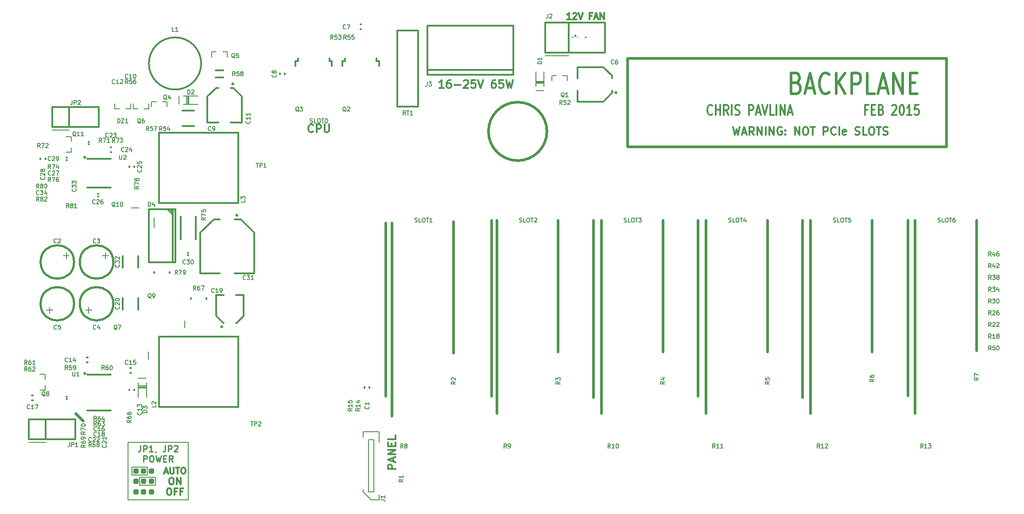
<source format=gto>
G04 #@! TF.FileFunction,Legend,Top*
%FSLAX46Y46*%
G04 Gerber Fmt 4.6, Leading zero omitted, Abs format (unit mm)*
G04 Created by KiCad (PCBNEW (2015-02-20 BZR 5435)-product) date Mon 23 Feb 2015 11:51:58 AM EST*
%MOMM*%
G01*
G04 APERTURE LIST*
%ADD10C,0.100000*%
%ADD11C,0.200000*%
%ADD12C,0.500000*%
%ADD13C,0.300000*%
%ADD14C,0.250000*%
%ADD15C,0.350000*%
%ADD16C,0.150000*%
%ADD17C,0.381000*%
%ADD18C,0.700000*%
%ADD19C,0.002540*%
%ADD20C,2.350000*%
%ADD21C,1.000000*%
%ADD22R,1.000000X1.000000*%
%ADD23C,3.000000*%
%ADD24C,2.000000*%
%ADD25R,3.100000X3.300000*%
%ADD26R,1.200000X0.900000*%
%ADD27R,0.900000X0.950000*%
%ADD28R,1.150000X1.450000*%
%ADD29R,1.450000X1.150000*%
%ADD30R,0.650000X0.600000*%
%ADD31R,0.600000X0.650000*%
%ADD32R,1.600000X3.000000*%
%ADD33R,2.100000X4.100000*%
%ADD34R,1.600000X3.150000*%
%ADD35R,0.900000X1.200000*%
%ADD36R,0.900000X1.300000*%
%ADD37R,0.800000X1.300000*%
%ADD38C,9.000000*%
%ADD39R,1.450000X2.450000*%
%ADD40R,6.950000X6.950000*%
%ADD41R,1.300000X0.900000*%
%ADD42R,1.300000X0.800000*%
%ADD43R,0.600000X0.600000*%
%ADD44R,3.450000X0.950000*%
%ADD45R,1.050000X1.800000*%
%ADD46R,3.500000X1.400000*%
%ADD47R,1.400000X3.500000*%
%ADD48R,1.450000X0.600000*%
%ADD49R,1.998980X1.998980*%
%ADD50C,1.998980*%
%ADD51R,1.524000X2.286000*%
%ADD52O,1.524000X2.286000*%
%ADD53R,3.150000X1.600000*%
%ADD54R,1.500000X1.500000*%
%ADD55C,1.500000*%
%ADD56R,4.295000X4.510000*%
%ADD57R,0.675000X0.675000*%
%ADD58R,0.655000X0.675000*%
%ADD59R,0.750000X0.675000*%
%ADD60R,4.510000X4.295000*%
%ADD61R,0.675000X0.655000*%
%ADD62R,0.675000X0.750000*%
%ADD63C,1.300000*%
%ADD64O,1.450000X0.450000*%
%ADD65R,3.000000X4.200000*%
%ADD66O,1.500000X0.450000*%
%ADD67R,2.900000X3.550000*%
%ADD68R,3.400000X1.250000*%
%ADD69C,5.000000*%
G04 APERTURE END LIST*
D10*
D11*
X62000000Y-139500000D02*
X50500000Y-139500000D01*
X62000000Y-150500000D02*
X62000000Y-139500000D01*
X50500000Y-150500000D02*
X62000000Y-150500000D01*
X50500000Y-139500000D02*
X50500000Y-150500000D01*
X52750000Y-147750000D02*
X52750000Y-146250000D01*
X55750000Y-147750000D02*
X52750000Y-147750000D01*
X55750000Y-146250000D02*
X55750000Y-147750000D01*
X52750000Y-146250000D02*
X55750000Y-146250000D01*
X51250000Y-144250000D02*
X54250000Y-144250000D01*
X51250000Y-145750000D02*
X51250000Y-144250000D01*
X54250000Y-145750000D02*
X51250000Y-145750000D01*
X54250000Y-144250000D02*
X54250000Y-145750000D01*
D12*
X51750000Y-149250000D02*
X51750000Y-148750000D01*
X51750000Y-148750000D02*
X52250000Y-149250000D01*
X52250000Y-148750000D02*
X52250000Y-149250000D01*
X51750000Y-148750000D02*
X52250000Y-148750000D01*
X53750000Y-148750000D02*
X53750000Y-149250000D01*
X53250000Y-149250000D02*
X53250000Y-148750000D01*
X52250000Y-149250000D02*
X51750000Y-149250000D01*
X53250000Y-148750000D02*
X53750000Y-148750000D01*
X53750000Y-149250000D02*
X53250000Y-149250000D01*
X53250000Y-148750000D02*
X53750000Y-149250000D01*
X54750000Y-149250000D02*
X54750000Y-148750000D01*
X54750000Y-148750000D02*
X55250000Y-149250000D01*
X55250000Y-148750000D02*
X55250000Y-149250000D01*
X54750000Y-148750000D02*
X55250000Y-148750000D01*
X55250000Y-149250000D02*
X54750000Y-149250000D01*
X53750000Y-146750000D02*
X53750000Y-147250000D01*
X53750000Y-147250000D02*
X53250000Y-147250000D01*
X53250000Y-146750000D02*
X53750000Y-146750000D01*
X53250000Y-146750000D02*
X53750000Y-147250000D01*
X51750000Y-146750000D02*
X52250000Y-147250000D01*
X51750000Y-146750000D02*
X52250000Y-146750000D01*
X52250000Y-146750000D02*
X52250000Y-147250000D01*
X51750000Y-147250000D02*
X51750000Y-146750000D01*
X52250000Y-147250000D02*
X51750000Y-147250000D01*
X53250000Y-147250000D02*
X53250000Y-146750000D01*
X54750000Y-146750000D02*
X55250000Y-147250000D01*
X54750000Y-146750000D02*
X55250000Y-146750000D01*
X55250000Y-146750000D02*
X55250000Y-147250000D01*
X54750000Y-147250000D02*
X54750000Y-146750000D01*
X55250000Y-147250000D02*
X54750000Y-147250000D01*
X51750000Y-144750000D02*
X52250000Y-145250000D01*
X51750000Y-145250000D02*
X51750000Y-144750000D01*
X52250000Y-145250000D02*
X51750000Y-145250000D01*
X52250000Y-144750000D02*
X52250000Y-145250000D01*
X51750000Y-144750000D02*
X52250000Y-144750000D01*
X53250000Y-144750000D02*
X53750000Y-145250000D01*
X53250000Y-145250000D02*
X53250000Y-144750000D01*
X53750000Y-145250000D02*
X53250000Y-145250000D01*
X53750000Y-144750000D02*
X53750000Y-145250000D01*
X53250000Y-144750000D02*
X53750000Y-144750000D01*
X54750000Y-144750000D02*
X55250000Y-145250000D01*
X54750000Y-145250000D02*
X54750000Y-144750000D01*
X55250000Y-145250000D02*
X54750000Y-145250000D01*
X55250000Y-144750000D02*
X55250000Y-145250000D01*
X54750000Y-144750000D02*
X55250000Y-144750000D01*
D13*
X58261905Y-148288095D02*
X58509524Y-148288095D01*
X58633333Y-148350000D01*
X58757143Y-148473810D01*
X58819048Y-148721429D01*
X58819048Y-149154762D01*
X58757143Y-149402381D01*
X58633333Y-149526190D01*
X58509524Y-149588095D01*
X58261905Y-149588095D01*
X58138095Y-149526190D01*
X58014286Y-149402381D01*
X57952381Y-149154762D01*
X57952381Y-148721429D01*
X58014286Y-148473810D01*
X58138095Y-148350000D01*
X58261905Y-148288095D01*
X59809524Y-148907143D02*
X59376191Y-148907143D01*
X59376191Y-149588095D02*
X59376191Y-148288095D01*
X59995238Y-148288095D01*
X60923810Y-148907143D02*
X60490477Y-148907143D01*
X60490477Y-149588095D02*
X60490477Y-148288095D01*
X61109524Y-148288095D01*
X58695238Y-146288095D02*
X58942857Y-146288095D01*
X59066666Y-146350000D01*
X59190476Y-146473810D01*
X59252381Y-146721429D01*
X59252381Y-147154762D01*
X59190476Y-147402381D01*
X59066666Y-147526190D01*
X58942857Y-147588095D01*
X58695238Y-147588095D01*
X58571428Y-147526190D01*
X58447619Y-147402381D01*
X58385714Y-147154762D01*
X58385714Y-146721429D01*
X58447619Y-146473810D01*
X58571428Y-146350000D01*
X58695238Y-146288095D01*
X59809524Y-147588095D02*
X59809524Y-146288095D01*
X60552381Y-147588095D01*
X60552381Y-146288095D01*
X57500000Y-145200000D02*
X58071429Y-145200000D01*
X57385715Y-145542857D02*
X57785715Y-144342857D01*
X58185715Y-145542857D01*
X58585714Y-144342857D02*
X58585714Y-145314286D01*
X58642857Y-145428571D01*
X58700000Y-145485714D01*
X58814286Y-145542857D01*
X59042857Y-145542857D01*
X59157143Y-145485714D01*
X59214286Y-145428571D01*
X59271429Y-145314286D01*
X59271429Y-144342857D01*
X59671429Y-144342857D02*
X60357143Y-144342857D01*
X60014286Y-145542857D02*
X60014286Y-144342857D01*
X60985715Y-144342857D02*
X61214286Y-144342857D01*
X61328572Y-144400000D01*
X61442858Y-144514286D01*
X61500000Y-144742857D01*
X61500000Y-145142857D01*
X61442858Y-145371429D01*
X61328572Y-145485714D01*
X61214286Y-145542857D01*
X60985715Y-145542857D01*
X60871429Y-145485714D01*
X60757143Y-145371429D01*
X60700000Y-145142857D01*
X60700000Y-144742857D01*
X60757143Y-144514286D01*
X60871429Y-144400000D01*
X60985715Y-144342857D01*
D12*
X130590170Y-80000000D02*
G75*
G03X130590170Y-80000000I-5590170J0D01*
G01*
X212750000Y-122000000D02*
X212750000Y-97000000D01*
X201000000Y-97000000D02*
X201000000Y-134000000D01*
X199600000Y-130600000D02*
X199600000Y-97000000D01*
X192750000Y-97000000D02*
X192750000Y-122250000D01*
X181000000Y-134000000D02*
X181000000Y-97000000D01*
X179500000Y-97000000D02*
X179500000Y-131000000D01*
X172750000Y-122250000D02*
X172750000Y-97000000D01*
X161000000Y-97000000D02*
X161000000Y-134000000D01*
X159500000Y-130750000D02*
X159500000Y-97000000D01*
X152750000Y-97000000D02*
X152750000Y-122250000D01*
X141000000Y-134000000D02*
X141000000Y-97000000D01*
X139500000Y-97000000D02*
X139500000Y-131000000D01*
X132750000Y-122250000D02*
X132750000Y-97000000D01*
X121000000Y-97000000D02*
X121000000Y-134000000D01*
X120000000Y-130750000D02*
X120000000Y-97000000D01*
X112750000Y-97250000D02*
X112750000Y-122500000D01*
X101000000Y-134500000D02*
X101000000Y-97500000D01*
X99750000Y-97500000D02*
X99750000Y-130750000D01*
D13*
X85928572Y-80035714D02*
X85857143Y-80107143D01*
X85642857Y-80178571D01*
X85500000Y-80178571D01*
X85285715Y-80107143D01*
X85142857Y-79964286D01*
X85071429Y-79821429D01*
X85000000Y-79535714D01*
X85000000Y-79321429D01*
X85071429Y-79035714D01*
X85142857Y-78892857D01*
X85285715Y-78750000D01*
X85500000Y-78678571D01*
X85642857Y-78678571D01*
X85857143Y-78750000D01*
X85928572Y-78821429D01*
X86571429Y-80178571D02*
X86571429Y-78678571D01*
X87142857Y-78678571D01*
X87285715Y-78750000D01*
X87357143Y-78821429D01*
X87428572Y-78964286D01*
X87428572Y-79178571D01*
X87357143Y-79321429D01*
X87285715Y-79392857D01*
X87142857Y-79464286D01*
X86571429Y-79464286D01*
X88071429Y-78678571D02*
X88071429Y-79892857D01*
X88142857Y-80035714D01*
X88214286Y-80107143D01*
X88357143Y-80178571D01*
X88642857Y-80178571D01*
X88785715Y-80107143D01*
X88857143Y-80035714D01*
X88928572Y-79892857D01*
X88928572Y-78678571D01*
X101678571Y-144607143D02*
X100178571Y-144607143D01*
X100178571Y-144035715D01*
X100250000Y-143892857D01*
X100321429Y-143821429D01*
X100464286Y-143750000D01*
X100678571Y-143750000D01*
X100821429Y-143821429D01*
X100892857Y-143892857D01*
X100964286Y-144035715D01*
X100964286Y-144607143D01*
X101250000Y-143178572D02*
X101250000Y-142464286D01*
X101678571Y-143321429D02*
X100178571Y-142821429D01*
X101678571Y-142321429D01*
X101678571Y-141821429D02*
X100178571Y-141821429D01*
X101678571Y-140964286D01*
X100178571Y-140964286D01*
X100892857Y-140250000D02*
X100892857Y-139750000D01*
X101678571Y-139535714D02*
X101678571Y-140250000D01*
X100178571Y-140250000D01*
X100178571Y-139535714D01*
X101678571Y-138178571D02*
X101678571Y-138892857D01*
X100178571Y-138892857D01*
D14*
X52878571Y-140127857D02*
X52878571Y-140985000D01*
X52821429Y-141156429D01*
X52707143Y-141270714D01*
X52535714Y-141327857D01*
X52421429Y-141327857D01*
X53450000Y-141327857D02*
X53450000Y-140127857D01*
X53907143Y-140127857D01*
X54021429Y-140185000D01*
X54078572Y-140242143D01*
X54135715Y-140356429D01*
X54135715Y-140527857D01*
X54078572Y-140642143D01*
X54021429Y-140699286D01*
X53907143Y-140756429D01*
X53450000Y-140756429D01*
X55278572Y-141327857D02*
X54592857Y-141327857D01*
X54935715Y-141327857D02*
X54935715Y-140127857D01*
X54821429Y-140299286D01*
X54707143Y-140413571D01*
X54592857Y-140470714D01*
X55850000Y-141270714D02*
X55850000Y-141327857D01*
X55792857Y-141442143D01*
X55735714Y-141499286D01*
X57621429Y-140127857D02*
X57621429Y-140985000D01*
X57564287Y-141156429D01*
X57450001Y-141270714D01*
X57278572Y-141327857D01*
X57164287Y-141327857D01*
X58192858Y-141327857D02*
X58192858Y-140127857D01*
X58650001Y-140127857D01*
X58764287Y-140185000D01*
X58821430Y-140242143D01*
X58878573Y-140356429D01*
X58878573Y-140527857D01*
X58821430Y-140642143D01*
X58764287Y-140699286D01*
X58650001Y-140756429D01*
X58192858Y-140756429D01*
X59335715Y-140242143D02*
X59392858Y-140185000D01*
X59507144Y-140127857D01*
X59792858Y-140127857D01*
X59907144Y-140185000D01*
X59964287Y-140242143D01*
X60021430Y-140356429D01*
X60021430Y-140470714D01*
X59964287Y-140642143D01*
X59278573Y-141327857D01*
X60021430Y-141327857D01*
X53478571Y-143257857D02*
X53478571Y-142057857D01*
X53935714Y-142057857D01*
X54050000Y-142115000D01*
X54107143Y-142172143D01*
X54164286Y-142286429D01*
X54164286Y-142457857D01*
X54107143Y-142572143D01*
X54050000Y-142629286D01*
X53935714Y-142686429D01*
X53478571Y-142686429D01*
X54907143Y-142057857D02*
X55135714Y-142057857D01*
X55250000Y-142115000D01*
X55364286Y-142229286D01*
X55421428Y-142457857D01*
X55421428Y-142857857D01*
X55364286Y-143086429D01*
X55250000Y-143200714D01*
X55135714Y-143257857D01*
X54907143Y-143257857D01*
X54792857Y-143200714D01*
X54678571Y-143086429D01*
X54621428Y-142857857D01*
X54621428Y-142457857D01*
X54678571Y-142229286D01*
X54792857Y-142115000D01*
X54907143Y-142057857D01*
X55821429Y-142057857D02*
X56107143Y-143257857D01*
X56335714Y-142400714D01*
X56564286Y-143257857D01*
X56850000Y-142057857D01*
X57307143Y-142629286D02*
X57707143Y-142629286D01*
X57878572Y-143257857D02*
X57307143Y-143257857D01*
X57307143Y-142057857D01*
X57878572Y-142057857D01*
X59078572Y-143257857D02*
X58678572Y-142686429D01*
X58392857Y-143257857D02*
X58392857Y-142057857D01*
X58850000Y-142057857D01*
X58964286Y-142115000D01*
X59021429Y-142172143D01*
X59078572Y-142286429D01*
X59078572Y-142457857D01*
X59021429Y-142572143D01*
X58964286Y-142629286D01*
X58850000Y-142686429D01*
X58392857Y-142686429D01*
D13*
X135142858Y-58542857D02*
X134457143Y-58542857D01*
X134800001Y-58542857D02*
X134800001Y-57342857D01*
X134685715Y-57514286D01*
X134571429Y-57628571D01*
X134457143Y-57685714D01*
X135600000Y-57457143D02*
X135657143Y-57400000D01*
X135771429Y-57342857D01*
X136057143Y-57342857D01*
X136171429Y-57400000D01*
X136228572Y-57457143D01*
X136285715Y-57571429D01*
X136285715Y-57685714D01*
X136228572Y-57857143D01*
X135542858Y-58542857D01*
X136285715Y-58542857D01*
X136628572Y-57342857D02*
X137028572Y-58542857D01*
X137428572Y-57342857D01*
X139142857Y-57914286D02*
X138742857Y-57914286D01*
X138742857Y-58542857D02*
X138742857Y-57342857D01*
X139314286Y-57342857D01*
X139714285Y-58200000D02*
X140285714Y-58200000D01*
X139600000Y-58542857D02*
X140000000Y-57342857D01*
X140400000Y-58542857D01*
X140799999Y-58542857D02*
X140799999Y-57342857D01*
X141485714Y-58542857D01*
X141485714Y-57342857D01*
X133142857Y-62085714D02*
X134057143Y-62085714D01*
X135542857Y-62085714D02*
X136457143Y-62085714D01*
X136000000Y-62542857D02*
X136000000Y-61628571D01*
X137942857Y-62085714D02*
X138857143Y-62085714D01*
X110857144Y-71678571D02*
X110000001Y-71678571D01*
X110428573Y-71678571D02*
X110428573Y-70178571D01*
X110285716Y-70392857D01*
X110142858Y-70535714D01*
X110000001Y-70607143D01*
X112142858Y-70178571D02*
X111857144Y-70178571D01*
X111714287Y-70250000D01*
X111642858Y-70321429D01*
X111500001Y-70535714D01*
X111428572Y-70821429D01*
X111428572Y-71392857D01*
X111500001Y-71535714D01*
X111571429Y-71607143D01*
X111714287Y-71678571D01*
X112000001Y-71678571D01*
X112142858Y-71607143D01*
X112214287Y-71535714D01*
X112285715Y-71392857D01*
X112285715Y-71035714D01*
X112214287Y-70892857D01*
X112142858Y-70821429D01*
X112000001Y-70750000D01*
X111714287Y-70750000D01*
X111571429Y-70821429D01*
X111500001Y-70892857D01*
X111428572Y-71035714D01*
X112928572Y-71107143D02*
X114071429Y-71107143D01*
X114714286Y-70321429D02*
X114785715Y-70250000D01*
X114928572Y-70178571D01*
X115285715Y-70178571D01*
X115428572Y-70250000D01*
X115500001Y-70321429D01*
X115571429Y-70464286D01*
X115571429Y-70607143D01*
X115500001Y-70821429D01*
X114642858Y-71678571D01*
X115571429Y-71678571D01*
X116928572Y-70178571D02*
X116214286Y-70178571D01*
X116142857Y-70892857D01*
X116214286Y-70821429D01*
X116357143Y-70750000D01*
X116714286Y-70750000D01*
X116857143Y-70821429D01*
X116928572Y-70892857D01*
X117000000Y-71035714D01*
X117000000Y-71392857D01*
X116928572Y-71535714D01*
X116857143Y-71607143D01*
X116714286Y-71678571D01*
X116357143Y-71678571D01*
X116214286Y-71607143D01*
X116142857Y-71535714D01*
X117428571Y-70178571D02*
X117928571Y-71678571D01*
X118428571Y-70178571D01*
X120714285Y-70178571D02*
X120428571Y-70178571D01*
X120285714Y-70250000D01*
X120214285Y-70321429D01*
X120071428Y-70535714D01*
X119999999Y-70821429D01*
X119999999Y-71392857D01*
X120071428Y-71535714D01*
X120142856Y-71607143D01*
X120285714Y-71678571D01*
X120571428Y-71678571D01*
X120714285Y-71607143D01*
X120785714Y-71535714D01*
X120857142Y-71392857D01*
X120857142Y-71035714D01*
X120785714Y-70892857D01*
X120714285Y-70821429D01*
X120571428Y-70750000D01*
X120285714Y-70750000D01*
X120142856Y-70821429D01*
X120071428Y-70892857D01*
X119999999Y-71035714D01*
X122214285Y-70178571D02*
X121499999Y-70178571D01*
X121428570Y-70892857D01*
X121499999Y-70821429D01*
X121642856Y-70750000D01*
X121999999Y-70750000D01*
X122142856Y-70821429D01*
X122214285Y-70892857D01*
X122285713Y-71035714D01*
X122285713Y-71392857D01*
X122214285Y-71535714D01*
X122142856Y-71607143D01*
X121999999Y-71678571D01*
X121642856Y-71678571D01*
X121499999Y-71607143D01*
X121428570Y-71535714D01*
X122785713Y-70178571D02*
X123142856Y-71678571D01*
X123428570Y-70607143D01*
X123714284Y-71678571D01*
X124071427Y-70178571D01*
D12*
X42000000Y-135500000D02*
X40500000Y-134000000D01*
X146000000Y-83000000D02*
X146000000Y-66000000D01*
X207000000Y-83000000D02*
X146000000Y-83000000D01*
X207000000Y-66000000D02*
X207000000Y-83000000D01*
X146000000Y-66000000D02*
X207000000Y-66000000D01*
D13*
X166178571Y-79178571D02*
X166535714Y-80678571D01*
X166821428Y-79607143D01*
X167107142Y-80678571D01*
X167464285Y-79178571D01*
X167964285Y-80250000D02*
X168678571Y-80250000D01*
X167821428Y-80678571D02*
X168321428Y-79178571D01*
X168821428Y-80678571D01*
X170178571Y-80678571D02*
X169678571Y-79964286D01*
X169321428Y-80678571D02*
X169321428Y-79178571D01*
X169892856Y-79178571D01*
X170035714Y-79250000D01*
X170107142Y-79321429D01*
X170178571Y-79464286D01*
X170178571Y-79678571D01*
X170107142Y-79821429D01*
X170035714Y-79892857D01*
X169892856Y-79964286D01*
X169321428Y-79964286D01*
X170821428Y-80678571D02*
X170821428Y-79178571D01*
X171678571Y-80678571D01*
X171678571Y-79178571D01*
X172392857Y-80678571D02*
X172392857Y-79178571D01*
X173107143Y-80678571D02*
X173107143Y-79178571D01*
X173964286Y-80678571D01*
X173964286Y-79178571D01*
X175464286Y-79250000D02*
X175321429Y-79178571D01*
X175107143Y-79178571D01*
X174892858Y-79250000D01*
X174750000Y-79392857D01*
X174678572Y-79535714D01*
X174607143Y-79821429D01*
X174607143Y-80035714D01*
X174678572Y-80321429D01*
X174750000Y-80464286D01*
X174892858Y-80607143D01*
X175107143Y-80678571D01*
X175250000Y-80678571D01*
X175464286Y-80607143D01*
X175535715Y-80535714D01*
X175535715Y-80035714D01*
X175250000Y-80035714D01*
X176178572Y-80535714D02*
X176250000Y-80607143D01*
X176178572Y-80678571D01*
X176107143Y-80607143D01*
X176178572Y-80535714D01*
X176178572Y-80678571D01*
X176178572Y-79750000D02*
X176250000Y-79821429D01*
X176178572Y-79892857D01*
X176107143Y-79821429D01*
X176178572Y-79750000D01*
X176178572Y-79892857D01*
X178035715Y-80678571D02*
X178035715Y-79178571D01*
X178892858Y-80678571D01*
X178892858Y-79178571D01*
X179892858Y-79178571D02*
X180178572Y-79178571D01*
X180321430Y-79250000D01*
X180464287Y-79392857D01*
X180535715Y-79678571D01*
X180535715Y-80178571D01*
X180464287Y-80464286D01*
X180321430Y-80607143D01*
X180178572Y-80678571D01*
X179892858Y-80678571D01*
X179750001Y-80607143D01*
X179607144Y-80464286D01*
X179535715Y-80178571D01*
X179535715Y-79678571D01*
X179607144Y-79392857D01*
X179750001Y-79250000D01*
X179892858Y-79178571D01*
X180964287Y-79178571D02*
X181821430Y-79178571D01*
X181392859Y-80678571D02*
X181392859Y-79178571D01*
X183464287Y-80678571D02*
X183464287Y-79178571D01*
X184035715Y-79178571D01*
X184178573Y-79250000D01*
X184250001Y-79321429D01*
X184321430Y-79464286D01*
X184321430Y-79678571D01*
X184250001Y-79821429D01*
X184178573Y-79892857D01*
X184035715Y-79964286D01*
X183464287Y-79964286D01*
X185821430Y-80535714D02*
X185750001Y-80607143D01*
X185535715Y-80678571D01*
X185392858Y-80678571D01*
X185178573Y-80607143D01*
X185035715Y-80464286D01*
X184964287Y-80321429D01*
X184892858Y-80035714D01*
X184892858Y-79821429D01*
X184964287Y-79535714D01*
X185035715Y-79392857D01*
X185178573Y-79250000D01*
X185392858Y-79178571D01*
X185535715Y-79178571D01*
X185750001Y-79250000D01*
X185821430Y-79321429D01*
X186464287Y-80678571D02*
X186464287Y-79178571D01*
X187750001Y-80607143D02*
X187607144Y-80678571D01*
X187321430Y-80678571D01*
X187178573Y-80607143D01*
X187107144Y-80464286D01*
X187107144Y-79892857D01*
X187178573Y-79750000D01*
X187321430Y-79678571D01*
X187607144Y-79678571D01*
X187750001Y-79750000D01*
X187821430Y-79892857D01*
X187821430Y-80035714D01*
X187107144Y-80178571D01*
X189535715Y-80607143D02*
X189750001Y-80678571D01*
X190107144Y-80678571D01*
X190250001Y-80607143D01*
X190321430Y-80535714D01*
X190392858Y-80392857D01*
X190392858Y-80250000D01*
X190321430Y-80107143D01*
X190250001Y-80035714D01*
X190107144Y-79964286D01*
X189821430Y-79892857D01*
X189678572Y-79821429D01*
X189607144Y-79750000D01*
X189535715Y-79607143D01*
X189535715Y-79464286D01*
X189607144Y-79321429D01*
X189678572Y-79250000D01*
X189821430Y-79178571D01*
X190178572Y-79178571D01*
X190392858Y-79250000D01*
X191750001Y-80678571D02*
X191035715Y-80678571D01*
X191035715Y-79178571D01*
X192535715Y-79178571D02*
X192821429Y-79178571D01*
X192964287Y-79250000D01*
X193107144Y-79392857D01*
X193178572Y-79678571D01*
X193178572Y-80178571D01*
X193107144Y-80464286D01*
X192964287Y-80607143D01*
X192821429Y-80678571D01*
X192535715Y-80678571D01*
X192392858Y-80607143D01*
X192250001Y-80464286D01*
X192178572Y-80178571D01*
X192178572Y-79678571D01*
X192250001Y-79392857D01*
X192392858Y-79250000D01*
X192535715Y-79178571D01*
X193607144Y-79178571D02*
X194464287Y-79178571D01*
X194035716Y-80678571D02*
X194035716Y-79178571D01*
X194892858Y-80607143D02*
X195107144Y-80678571D01*
X195464287Y-80678571D01*
X195607144Y-80607143D01*
X195678573Y-80535714D01*
X195750001Y-80392857D01*
X195750001Y-80250000D01*
X195678573Y-80107143D01*
X195607144Y-80035714D01*
X195464287Y-79964286D01*
X195178573Y-79892857D01*
X195035715Y-79821429D01*
X194964287Y-79750000D01*
X194892858Y-79607143D01*
X194892858Y-79464286D01*
X194964287Y-79321429D01*
X195035715Y-79250000D01*
X195178573Y-79178571D01*
X195535715Y-79178571D01*
X195750001Y-79250000D01*
X191857145Y-75857143D02*
X191357145Y-75857143D01*
X191357145Y-76904762D02*
X191357145Y-74904762D01*
X192071431Y-74904762D01*
X192642859Y-75857143D02*
X193142859Y-75857143D01*
X193357145Y-76904762D02*
X192642859Y-76904762D01*
X192642859Y-74904762D01*
X193357145Y-74904762D01*
X194500002Y-75857143D02*
X194714288Y-75952381D01*
X194785716Y-76047619D01*
X194857145Y-76238095D01*
X194857145Y-76523810D01*
X194785716Y-76714286D01*
X194714288Y-76809524D01*
X194571430Y-76904762D01*
X194000002Y-76904762D01*
X194000002Y-74904762D01*
X194500002Y-74904762D01*
X194642859Y-75000000D01*
X194714288Y-75095238D01*
X194785716Y-75285714D01*
X194785716Y-75476190D01*
X194714288Y-75666667D01*
X194642859Y-75761905D01*
X194500002Y-75857143D01*
X194000002Y-75857143D01*
X196571430Y-75095238D02*
X196642859Y-75000000D01*
X196785716Y-74904762D01*
X197142859Y-74904762D01*
X197285716Y-75000000D01*
X197357145Y-75095238D01*
X197428573Y-75285714D01*
X197428573Y-75476190D01*
X197357145Y-75761905D01*
X196500002Y-76904762D01*
X197428573Y-76904762D01*
X198357144Y-74904762D02*
X198500001Y-74904762D01*
X198642858Y-75000000D01*
X198714287Y-75095238D01*
X198785716Y-75285714D01*
X198857144Y-75666667D01*
X198857144Y-76142857D01*
X198785716Y-76523810D01*
X198714287Y-76714286D01*
X198642858Y-76809524D01*
X198500001Y-76904762D01*
X198357144Y-76904762D01*
X198214287Y-76809524D01*
X198142858Y-76714286D01*
X198071430Y-76523810D01*
X198000001Y-76142857D01*
X198000001Y-75666667D01*
X198071430Y-75285714D01*
X198142858Y-75095238D01*
X198214287Y-75000000D01*
X198357144Y-74904762D01*
X200285715Y-76904762D02*
X199428572Y-76904762D01*
X199857144Y-76904762D02*
X199857144Y-74904762D01*
X199714287Y-75190476D01*
X199571429Y-75380952D01*
X199428572Y-75476190D01*
X201642858Y-74904762D02*
X200928572Y-74904762D01*
X200857143Y-75857143D01*
X200928572Y-75761905D01*
X201071429Y-75666667D01*
X201428572Y-75666667D01*
X201571429Y-75761905D01*
X201642858Y-75857143D01*
X201714286Y-76047619D01*
X201714286Y-76523810D01*
X201642858Y-76714286D01*
X201571429Y-76809524D01*
X201428572Y-76904762D01*
X201071429Y-76904762D01*
X200928572Y-76809524D01*
X200857143Y-76714286D01*
X162214286Y-76714286D02*
X162142857Y-76809524D01*
X161928571Y-76904762D01*
X161785714Y-76904762D01*
X161571429Y-76809524D01*
X161428571Y-76619048D01*
X161357143Y-76428571D01*
X161285714Y-76047619D01*
X161285714Y-75761905D01*
X161357143Y-75380952D01*
X161428571Y-75190476D01*
X161571429Y-75000000D01*
X161785714Y-74904762D01*
X161928571Y-74904762D01*
X162142857Y-75000000D01*
X162214286Y-75095238D01*
X162857143Y-76904762D02*
X162857143Y-74904762D01*
X162857143Y-75857143D02*
X163714286Y-75857143D01*
X163714286Y-76904762D02*
X163714286Y-74904762D01*
X165285715Y-76904762D02*
X164785715Y-75952381D01*
X164428572Y-76904762D02*
X164428572Y-74904762D01*
X165000000Y-74904762D01*
X165142858Y-75000000D01*
X165214286Y-75095238D01*
X165285715Y-75285714D01*
X165285715Y-75571429D01*
X165214286Y-75761905D01*
X165142858Y-75857143D01*
X165000000Y-75952381D01*
X164428572Y-75952381D01*
X165928572Y-76904762D02*
X165928572Y-74904762D01*
X166571429Y-76809524D02*
X166785715Y-76904762D01*
X167142858Y-76904762D01*
X167285715Y-76809524D01*
X167357144Y-76714286D01*
X167428572Y-76523810D01*
X167428572Y-76333333D01*
X167357144Y-76142857D01*
X167285715Y-76047619D01*
X167142858Y-75952381D01*
X166857144Y-75857143D01*
X166714286Y-75761905D01*
X166642858Y-75666667D01*
X166571429Y-75476190D01*
X166571429Y-75285714D01*
X166642858Y-75095238D01*
X166714286Y-75000000D01*
X166857144Y-74904762D01*
X167214286Y-74904762D01*
X167428572Y-75000000D01*
X169214286Y-76904762D02*
X169214286Y-74904762D01*
X169785714Y-74904762D01*
X169928572Y-75000000D01*
X170000000Y-75095238D01*
X170071429Y-75285714D01*
X170071429Y-75571429D01*
X170000000Y-75761905D01*
X169928572Y-75857143D01*
X169785714Y-75952381D01*
X169214286Y-75952381D01*
X170642857Y-76333333D02*
X171357143Y-76333333D01*
X170500000Y-76904762D02*
X171000000Y-74904762D01*
X171500000Y-76904762D01*
X171785714Y-74904762D02*
X172285714Y-76904762D01*
X172785714Y-74904762D01*
X174000000Y-76904762D02*
X173285714Y-76904762D01*
X173285714Y-74904762D01*
X174500000Y-76904762D02*
X174500000Y-74904762D01*
X175214286Y-76904762D02*
X175214286Y-74904762D01*
X176071429Y-76904762D01*
X176071429Y-74904762D01*
X176714286Y-76333333D02*
X177428572Y-76333333D01*
X176571429Y-76904762D02*
X177071429Y-74904762D01*
X177571429Y-76904762D01*
D12*
X178285714Y-70714286D02*
X178714285Y-70904762D01*
X178857142Y-71095238D01*
X178999999Y-71476190D01*
X178999999Y-72047619D01*
X178857142Y-72428571D01*
X178714285Y-72619048D01*
X178428571Y-72809524D01*
X177285714Y-72809524D01*
X177285714Y-68809524D01*
X178285714Y-68809524D01*
X178571428Y-69000000D01*
X178714285Y-69190476D01*
X178857142Y-69571429D01*
X178857142Y-69952381D01*
X178714285Y-70333333D01*
X178571428Y-70523810D01*
X178285714Y-70714286D01*
X177285714Y-70714286D01*
X180142857Y-71666667D02*
X181571428Y-71666667D01*
X179857142Y-72809524D02*
X180857142Y-68809524D01*
X181857142Y-72809524D01*
X184571428Y-72428571D02*
X184428571Y-72619048D01*
X184000000Y-72809524D01*
X183714286Y-72809524D01*
X183285714Y-72619048D01*
X183000000Y-72238095D01*
X182857143Y-71857143D01*
X182714286Y-71095238D01*
X182714286Y-70523810D01*
X182857143Y-69761905D01*
X183000000Y-69380952D01*
X183285714Y-69000000D01*
X183714286Y-68809524D01*
X184000000Y-68809524D01*
X184428571Y-69000000D01*
X184571428Y-69190476D01*
X185857143Y-72809524D02*
X185857143Y-68809524D01*
X187571428Y-72809524D02*
X186285714Y-70523810D01*
X187571428Y-68809524D02*
X185857143Y-71095238D01*
X188857143Y-72809524D02*
X188857143Y-68809524D01*
X190000000Y-68809524D01*
X190285714Y-69000000D01*
X190428571Y-69190476D01*
X190571428Y-69571429D01*
X190571428Y-70142857D01*
X190428571Y-70523810D01*
X190285714Y-70714286D01*
X190000000Y-70904762D01*
X188857143Y-70904762D01*
X193285714Y-72809524D02*
X191857143Y-72809524D01*
X191857143Y-68809524D01*
X194142857Y-71666667D02*
X195571428Y-71666667D01*
X193857142Y-72809524D02*
X194857142Y-68809524D01*
X195857142Y-72809524D01*
X196857143Y-72809524D02*
X196857143Y-68809524D01*
X198571428Y-72809524D01*
X198571428Y-68809524D01*
X200000000Y-70714286D02*
X201000000Y-70714286D01*
X201428571Y-72809524D02*
X200000000Y-72809524D01*
X200000000Y-68809524D01*
X201428571Y-68809524D01*
D13*
X107780000Y-69200000D02*
X107780000Y-68200000D01*
X111780000Y-69200000D02*
X107780000Y-69200000D01*
X107780000Y-59800000D02*
X111780000Y-59800000D01*
X107780000Y-68200000D02*
X107780000Y-59800000D01*
X107980000Y-68200000D02*
X107780000Y-68200000D01*
X111780000Y-68200000D02*
X107980000Y-68200000D01*
X124180000Y-68200000D02*
X111780000Y-68200000D01*
X124180000Y-59800000D02*
X124180000Y-69200000D01*
X111780000Y-59800000D02*
X124180000Y-59800000D01*
X124180000Y-69200000D02*
X111780000Y-69200000D01*
D15*
X102000000Y-75300000D02*
X102000000Y-60700000D01*
X102000000Y-60700000D02*
X106000000Y-60700000D01*
X106000000Y-60700000D02*
X106000000Y-75300000D01*
X106000000Y-75300000D02*
X102000000Y-75300000D01*
X71600000Y-119250000D02*
X71600000Y-132750000D01*
X56400000Y-119250000D02*
X71600000Y-119250000D01*
X56400000Y-132750000D02*
X56400000Y-119250000D01*
X71600000Y-132750000D02*
X56400000Y-132750000D01*
D16*
X54000000Y-127250000D02*
X52500000Y-127250000D01*
X52450000Y-130900000D02*
X52450000Y-128100000D01*
X54050000Y-129100000D02*
X52450000Y-129100000D01*
X52450000Y-128900000D02*
X54050000Y-128900000D01*
X54050000Y-128700000D02*
X52450000Y-128700000D01*
X54050000Y-128100000D02*
X54050000Y-130900000D01*
D15*
X42954000Y-82471000D02*
X43046000Y-82471000D01*
X43046000Y-82471000D02*
X42954000Y-82471000D01*
X42954000Y-82029000D02*
X43046000Y-82029000D01*
X43046000Y-82029000D02*
X42954000Y-82029000D01*
X94929000Y-60471000D02*
X95071000Y-60471000D01*
X95071000Y-60471000D02*
X94929000Y-60471000D01*
X94929000Y-59529000D02*
X95071000Y-59529000D01*
X95071000Y-59529000D02*
X94929000Y-59529000D01*
X80471000Y-69071000D02*
X80471000Y-68929000D01*
X80471000Y-68929000D02*
X80471000Y-69071000D01*
X79529000Y-69071000D02*
X79529000Y-68929000D01*
X79529000Y-68929000D02*
X79529000Y-69071000D01*
X44846000Y-91979000D02*
X44754000Y-91979000D01*
X44754000Y-91979000D02*
X44846000Y-91979000D01*
X44846000Y-92421000D02*
X44754000Y-92421000D01*
X44754000Y-92421000D02*
X44846000Y-92421000D01*
X38796000Y-85029000D02*
X38704000Y-85029000D01*
X38704000Y-85029000D02*
X38796000Y-85029000D01*
X38796000Y-85471000D02*
X38704000Y-85471000D01*
X38704000Y-85471000D02*
X38796000Y-85471000D01*
X42679000Y-124221000D02*
X42821000Y-124221000D01*
X42821000Y-124221000D02*
X42679000Y-124221000D01*
X42679000Y-123279000D02*
X42821000Y-123279000D01*
X42821000Y-123279000D02*
X42679000Y-123279000D01*
X38796000Y-130779000D02*
X38704000Y-130779000D01*
X38704000Y-130779000D02*
X38796000Y-130779000D01*
X38796000Y-131221000D02*
X38704000Y-131221000D01*
X38704000Y-131221000D02*
X38796000Y-131221000D01*
X51071000Y-125279000D02*
X50929000Y-125279000D01*
X50929000Y-125279000D02*
X51071000Y-125279000D01*
X51071000Y-126221000D02*
X50929000Y-126221000D01*
X50929000Y-126221000D02*
X51071000Y-126221000D01*
X50729000Y-86729000D02*
X50729000Y-86871000D01*
X50729000Y-86871000D02*
X50729000Y-86729000D01*
X51671000Y-86729000D02*
X51671000Y-86871000D01*
X51671000Y-86871000D02*
X51671000Y-86729000D01*
X51721000Y-129571000D02*
X51721000Y-129429000D01*
X51721000Y-129429000D02*
X51721000Y-129571000D01*
X50779000Y-129571000D02*
X50779000Y-129429000D01*
X50779000Y-129429000D02*
X50779000Y-129571000D01*
X47321000Y-83029000D02*
X47179000Y-83029000D01*
X47179000Y-83029000D02*
X47321000Y-83029000D01*
X47321000Y-83971000D02*
X47179000Y-83971000D01*
X47179000Y-83971000D02*
X47321000Y-83971000D01*
X62046000Y-103279000D02*
X61954000Y-103279000D01*
X61954000Y-103279000D02*
X62046000Y-103279000D01*
X62046000Y-103721000D02*
X61954000Y-103721000D01*
X61954000Y-103721000D02*
X62046000Y-103721000D01*
X68819000Y-111350000D02*
X67350000Y-111350000D01*
X67350000Y-111350000D02*
X67350000Y-115325000D01*
X67350000Y-115325000D02*
X68675000Y-116650000D01*
X68675000Y-116650000D02*
X68819000Y-116650000D01*
X71181000Y-111350000D02*
X72650000Y-111350000D01*
X72650000Y-111350000D02*
X72650000Y-115325000D01*
X72650000Y-115325000D02*
X71325000Y-116650000D01*
X71325000Y-116650000D02*
X71181000Y-116650000D01*
X68438000Y-117539000D02*
X68311000Y-117412000D01*
X68311000Y-117412000D02*
X68438000Y-117285000D01*
X68438000Y-117285000D02*
X68565000Y-117412000D01*
X68565000Y-117412000D02*
X68438000Y-117539000D01*
X70931000Y-107150000D02*
X74650000Y-107150000D01*
X74650000Y-107150000D02*
X74650000Y-99425000D01*
X74650000Y-99425000D02*
X72075000Y-96850000D01*
X72075000Y-96850000D02*
X70931000Y-96850000D01*
X68069000Y-107150000D02*
X64350000Y-107150000D01*
X64350000Y-107150000D02*
X64350000Y-99425000D01*
X64350000Y-99425000D02*
X66925000Y-96850000D01*
X66925000Y-96850000D02*
X68069000Y-96850000D01*
X71312000Y-95961000D02*
X71439000Y-96088000D01*
X71439000Y-96088000D02*
X71312000Y-96215000D01*
X71312000Y-96215000D02*
X71185000Y-96088000D01*
X71185000Y-96088000D02*
X71312000Y-95961000D01*
X70181000Y-78300000D02*
X72300000Y-78300000D01*
X72300000Y-78300000D02*
X72300000Y-73350000D01*
X72300000Y-73350000D02*
X70650000Y-71700000D01*
X70650000Y-71700000D02*
X70181000Y-71700000D01*
X67819000Y-78300000D02*
X65700000Y-78300000D01*
X65700000Y-78300000D02*
X65700000Y-73350000D01*
X65700000Y-73350000D02*
X67350000Y-71700000D01*
X67350000Y-71700000D02*
X67819000Y-71700000D01*
X70562000Y-70811000D02*
X70689000Y-70938000D01*
X70689000Y-70938000D02*
X70562000Y-71065000D01*
X70562000Y-71065000D02*
X70435000Y-70938000D01*
X70435000Y-70938000D02*
X70562000Y-70811000D01*
D16*
X60250000Y-73250000D02*
X60250000Y-74750000D01*
X63900000Y-74800000D02*
X61100000Y-74800000D01*
X62100000Y-73200000D02*
X62100000Y-74800000D01*
X61900000Y-74800000D02*
X61900000Y-73200000D01*
X61700000Y-73200000D02*
X61700000Y-74800000D01*
X61100000Y-73200000D02*
X63900000Y-73200000D01*
X48900000Y-75700000D02*
X48000000Y-75700000D01*
X48000000Y-75700000D02*
X48000000Y-74700000D01*
X51000000Y-74700000D02*
X51000000Y-75700000D01*
X51000000Y-75700000D02*
X50100000Y-75700000D01*
D15*
X91500000Y-67500000D02*
X91500000Y-66500000D01*
X91500000Y-66500000D02*
X92000000Y-66500000D01*
X92000000Y-66500000D02*
X92000000Y-66000000D01*
X98500000Y-66500000D02*
X98000000Y-66500000D01*
X98000000Y-66500000D02*
X98000000Y-66000000D01*
X98500000Y-67500000D02*
X98500000Y-66500000D01*
X82500000Y-67500000D02*
X82500000Y-66500000D01*
X82500000Y-66500000D02*
X83000000Y-66500000D01*
X83000000Y-66500000D02*
X83000000Y-66000000D01*
X89500000Y-66500000D02*
X89000000Y-66500000D01*
X89000000Y-66500000D02*
X89000000Y-66000000D01*
X89500000Y-67500000D02*
X89500000Y-66500000D01*
D16*
X34700000Y-128600000D02*
X34700000Y-129500000D01*
X34700000Y-129500000D02*
X33700000Y-129500000D01*
X33700000Y-126500000D02*
X34700000Y-126500000D01*
X34700000Y-126500000D02*
X34700000Y-127400000D01*
X39700000Y-83100000D02*
X39700000Y-84000000D01*
X39700000Y-84000000D02*
X38700000Y-84000000D01*
X38700000Y-81000000D02*
X39700000Y-81000000D01*
X39700000Y-81000000D02*
X39700000Y-81900000D01*
X52400000Y-75700000D02*
X51500000Y-75700000D01*
X51500000Y-75700000D02*
X51500000Y-74700000D01*
X54500000Y-74700000D02*
X54500000Y-75700000D01*
X54500000Y-75700000D02*
X53600000Y-75700000D01*
X57100000Y-74300000D02*
X58000000Y-74300000D01*
X58000000Y-74300000D02*
X58000000Y-75300000D01*
X55000000Y-75300000D02*
X55000000Y-74300000D01*
X55000000Y-74300000D02*
X55900000Y-74300000D01*
X68600000Y-64800000D02*
X69500000Y-64800000D01*
X69500000Y-64800000D02*
X69500000Y-65800000D01*
X66500000Y-65800000D02*
X66500000Y-64800000D01*
X66500000Y-64800000D02*
X67400000Y-64800000D01*
D15*
X65471000Y-112071000D02*
X65471000Y-111929000D01*
X65471000Y-111929000D02*
X65471000Y-112071000D01*
X62529000Y-112071000D02*
X62529000Y-111929000D01*
X62529000Y-111929000D02*
X62529000Y-112071000D01*
X55529000Y-106929000D02*
X55529000Y-107071000D01*
X55529000Y-107071000D02*
X55529000Y-106929000D01*
X58471000Y-106929000D02*
X58471000Y-107071000D01*
X58471000Y-107071000D02*
X58471000Y-106929000D01*
X68721000Y-68354000D02*
X67279000Y-68354000D01*
X67279000Y-68354000D02*
X68721000Y-68354000D01*
X68721000Y-69646000D02*
X67279000Y-69646000D01*
X67279000Y-69646000D02*
X68721000Y-69646000D01*
X71600000Y-80250000D02*
X71600000Y-93750000D01*
X56400000Y-80250000D02*
X71600000Y-80250000D01*
X56400000Y-93750000D02*
X56400000Y-80250000D01*
X71600000Y-93750000D02*
X56400000Y-93750000D01*
X52496000Y-114096000D02*
X52496000Y-111904000D01*
X52496000Y-111904000D02*
X52496000Y-114096000D01*
X49504000Y-114096000D02*
X49504000Y-111904000D01*
X49504000Y-111904000D02*
X49504000Y-114096000D01*
X49504000Y-103904000D02*
X49504000Y-106096000D01*
X49504000Y-106096000D02*
X49504000Y-103904000D01*
X52496000Y-103904000D02*
X52496000Y-106096000D01*
X52496000Y-106096000D02*
X52496000Y-103904000D01*
X60904000Y-78996000D02*
X63096000Y-78996000D01*
X63096000Y-78996000D02*
X60904000Y-78996000D01*
X60904000Y-76004000D02*
X63096000Y-76004000D01*
X63096000Y-76004000D02*
X60904000Y-76004000D01*
D16*
X97500000Y-149000000D02*
X97500000Y-139000000D01*
X97500000Y-139000000D02*
X96500000Y-139000000D01*
X96500000Y-139000000D02*
X96500000Y-149000000D01*
X96500000Y-149000000D02*
X97500000Y-149000000D01*
X97000000Y-150500000D02*
X98500000Y-150500000D01*
X95500000Y-148500000D02*
X95500000Y-149000000D01*
X97000000Y-150500000D02*
X95500000Y-149000000D01*
X98500000Y-149500000D02*
X98500000Y-150500000D01*
X95500000Y-138500000D02*
X95500000Y-137500000D01*
X95500000Y-137500000D02*
X98500000Y-137500000D01*
X98500000Y-137500000D02*
X98500000Y-139500000D01*
X55500000Y-96500000D02*
X55500000Y-98500000D01*
D15*
X58117600Y-94970800D02*
X58981200Y-95834400D01*
X59032000Y-95428000D02*
X58524000Y-94920000D01*
X59032000Y-94920000D02*
X59032000Y-105080000D01*
X59540000Y-94920000D02*
X54460000Y-94920000D01*
X54460000Y-94920000D02*
X54460000Y-105080000D01*
X54460000Y-105080000D02*
X59540000Y-105080000D01*
X59540000Y-105080000D02*
X59540000Y-94920000D01*
X95729000Y-128929000D02*
X95729000Y-129071000D01*
X95729000Y-129071000D02*
X95729000Y-128929000D01*
X96671000Y-128929000D02*
X96671000Y-129071000D01*
X96671000Y-129071000D02*
X96671000Y-128929000D01*
X32179000Y-131471000D02*
X32321000Y-131471000D01*
X32321000Y-131471000D02*
X32179000Y-131471000D01*
X32179000Y-130529000D02*
X32321000Y-130529000D01*
X32321000Y-130529000D02*
X32179000Y-130529000D01*
X34721000Y-85321000D02*
X34721000Y-85179000D01*
X34721000Y-85179000D02*
X34721000Y-85321000D01*
X33779000Y-85321000D02*
X33779000Y-85179000D01*
X33779000Y-85179000D02*
X33779000Y-85321000D01*
X31555000Y-135095000D02*
X40445000Y-135095000D01*
X40445000Y-135095000D02*
X40445000Y-138905000D01*
X40445000Y-138905000D02*
X31555000Y-138905000D01*
X31555000Y-138905000D02*
X31555000Y-135095000D01*
X34730000Y-135095000D02*
X34730000Y-138905000D01*
D16*
X31555000Y-139540000D02*
X34730000Y-139540000D01*
D15*
X36055000Y-75345000D02*
X44945000Y-75345000D01*
X44945000Y-75345000D02*
X44945000Y-79155000D01*
X44945000Y-79155000D02*
X36055000Y-79155000D01*
X36055000Y-79155000D02*
X36055000Y-75345000D01*
X39230000Y-75345000D02*
X39230000Y-79155000D01*
D16*
X36055000Y-79790000D02*
X39230000Y-79790000D01*
X128500000Y-72250000D02*
X130000000Y-72250000D01*
X130050000Y-68600000D02*
X130050000Y-71400000D01*
X128450000Y-70400000D02*
X130050000Y-70400000D01*
X130050000Y-70600000D02*
X128450000Y-70600000D01*
X128450000Y-70800000D02*
X130050000Y-70800000D01*
X128450000Y-71400000D02*
X128450000Y-68600000D01*
X133600000Y-69300000D02*
X134500000Y-69300000D01*
X134500000Y-69300000D02*
X134500000Y-70300000D01*
X131500000Y-70300000D02*
X131500000Y-69300000D01*
X131500000Y-69300000D02*
X132400000Y-69300000D01*
D15*
X136450000Y-72181000D02*
X136450000Y-74300000D01*
X136450000Y-74300000D02*
X141400000Y-74300000D01*
X141400000Y-74300000D02*
X143050000Y-72650000D01*
X143050000Y-72650000D02*
X143050000Y-72181000D01*
X136450000Y-69819000D02*
X136450000Y-67700000D01*
X136450000Y-67700000D02*
X141400000Y-67700000D01*
X141400000Y-67700000D02*
X143050000Y-69350000D01*
X143050000Y-69350000D02*
X143050000Y-69819000D01*
X143939000Y-72562000D02*
X143812000Y-72689000D01*
X143812000Y-72689000D02*
X143685000Y-72562000D01*
X143685000Y-72562000D02*
X143812000Y-72435000D01*
X143812000Y-72435000D02*
X143939000Y-72562000D01*
D17*
X40200000Y-113000000D02*
G75*
G03X40200000Y-113000000I-3200000J0D01*
G01*
X40200000Y-105000000D02*
G75*
G03X40200000Y-105000000I-3200000J0D01*
G01*
X47700000Y-105000000D02*
G75*
G03X47700000Y-105000000I-3200000J0D01*
G01*
X47700000Y-113000000D02*
G75*
G03X47700000Y-113000000I-3200000J0D01*
G01*
D16*
X61377500Y-116200000D02*
X61377500Y-117600000D01*
X54377500Y-122200000D02*
X54377500Y-123600000D01*
X51200000Y-94622500D02*
X52600000Y-94622500D01*
D15*
X64500000Y-67000000D02*
G75*
G03X64500000Y-67000000I-5000000J0D01*
G01*
X42750000Y-126596000D02*
X42750000Y-126573000D01*
X42750000Y-126573000D02*
X47250000Y-126573000D01*
X47250000Y-126573000D02*
X47250000Y-126596000D01*
X42750000Y-133404000D02*
X42750000Y-133427000D01*
X42750000Y-133427000D02*
X47250000Y-133427000D01*
X47250000Y-133427000D02*
X47250000Y-133404000D01*
X42115000Y-126342000D02*
X42242000Y-126215000D01*
X42242000Y-126215000D02*
X42369000Y-126342000D01*
X42369000Y-126342000D02*
X42242000Y-126469000D01*
X42242000Y-126469000D02*
X42115000Y-126342000D01*
X42750000Y-85246000D02*
X47250000Y-85246000D01*
X42750000Y-90754000D02*
X47250000Y-90754000D01*
X42115000Y-84992000D02*
X42242000Y-84865000D01*
X42242000Y-84865000D02*
X42369000Y-84992000D01*
X42369000Y-84992000D02*
X42242000Y-85119000D01*
X42242000Y-85119000D02*
X42115000Y-84992000D01*
X60554000Y-96329000D02*
X60554000Y-100671000D01*
X60554000Y-100671000D02*
X60554000Y-96329000D01*
X63446000Y-96329000D02*
X63446000Y-100671000D01*
X63446000Y-100671000D02*
X63446000Y-96329000D01*
X130285000Y-59190000D02*
X141715000Y-59190000D01*
X141715000Y-59190000D02*
X141715000Y-64905000D01*
X141715000Y-64905000D02*
X130285000Y-64905000D01*
X130285000Y-64905000D02*
X130285000Y-59190000D01*
X134730000Y-59190000D02*
X134730000Y-64905000D01*
D16*
X130285000Y-65540000D02*
X134730000Y-65540000D01*
X85342857Y-78323810D02*
X85457143Y-78361905D01*
X85647619Y-78361905D01*
X85723809Y-78323810D01*
X85761905Y-78285714D01*
X85800000Y-78209524D01*
X85800000Y-78133333D01*
X85761905Y-78057143D01*
X85723809Y-78019048D01*
X85647619Y-77980952D01*
X85495238Y-77942857D01*
X85419047Y-77904762D01*
X85380952Y-77866667D01*
X85342857Y-77790476D01*
X85342857Y-77714286D01*
X85380952Y-77638095D01*
X85419047Y-77600000D01*
X85495238Y-77561905D01*
X85685714Y-77561905D01*
X85800000Y-77600000D01*
X86523810Y-78361905D02*
X86142857Y-78361905D01*
X86142857Y-77561905D01*
X86942857Y-77561905D02*
X87095238Y-77561905D01*
X87171429Y-77600000D01*
X87247619Y-77676190D01*
X87285714Y-77828571D01*
X87285714Y-78095238D01*
X87247619Y-78247619D01*
X87171429Y-78323810D01*
X87095238Y-78361905D01*
X86942857Y-78361905D01*
X86866667Y-78323810D01*
X86790476Y-78247619D01*
X86752381Y-78095238D01*
X86752381Y-77828571D01*
X86790476Y-77676190D01*
X86866667Y-77600000D01*
X86942857Y-77561905D01*
X87514285Y-77561905D02*
X87971428Y-77561905D01*
X87742857Y-78361905D02*
X87742857Y-77561905D01*
X88390476Y-77561905D02*
X88466667Y-77561905D01*
X88542857Y-77600000D01*
X88580952Y-77638095D01*
X88619048Y-77714286D01*
X88657143Y-77866667D01*
X88657143Y-78057143D01*
X88619048Y-78209524D01*
X88580952Y-78285714D01*
X88542857Y-78323810D01*
X88466667Y-78361905D01*
X88390476Y-78361905D01*
X88314286Y-78323810D01*
X88276190Y-78285714D01*
X88238095Y-78209524D01*
X88200000Y-78057143D01*
X88200000Y-77866667D01*
X88238095Y-77714286D01*
X88276190Y-77638095D01*
X88314286Y-77600000D01*
X88390476Y-77561905D01*
X107713334Y-70561905D02*
X107713334Y-71133333D01*
X107675238Y-71247619D01*
X107599048Y-71323810D01*
X107484762Y-71361905D01*
X107408572Y-71361905D01*
X108018096Y-70561905D02*
X108513334Y-70561905D01*
X108246667Y-70866667D01*
X108360953Y-70866667D01*
X108437143Y-70904762D01*
X108475239Y-70942857D01*
X108513334Y-71019048D01*
X108513334Y-71209524D01*
X108475239Y-71285714D01*
X108437143Y-71323810D01*
X108360953Y-71361905D01*
X108132381Y-71361905D01*
X108056191Y-71323810D01*
X108018096Y-71285714D01*
X165342857Y-97323810D02*
X165457143Y-97361905D01*
X165647619Y-97361905D01*
X165723809Y-97323810D01*
X165761905Y-97285714D01*
X165800000Y-97209524D01*
X165800000Y-97133333D01*
X165761905Y-97057143D01*
X165723809Y-97019048D01*
X165647619Y-96980952D01*
X165495238Y-96942857D01*
X165419047Y-96904762D01*
X165380952Y-96866667D01*
X165342857Y-96790476D01*
X165342857Y-96714286D01*
X165380952Y-96638095D01*
X165419047Y-96600000D01*
X165495238Y-96561905D01*
X165685714Y-96561905D01*
X165800000Y-96600000D01*
X166523810Y-97361905D02*
X166142857Y-97361905D01*
X166142857Y-96561905D01*
X166942857Y-96561905D02*
X167095238Y-96561905D01*
X167171429Y-96600000D01*
X167247619Y-96676190D01*
X167285714Y-96828571D01*
X167285714Y-97095238D01*
X167247619Y-97247619D01*
X167171429Y-97323810D01*
X167095238Y-97361905D01*
X166942857Y-97361905D01*
X166866667Y-97323810D01*
X166790476Y-97247619D01*
X166752381Y-97095238D01*
X166752381Y-96828571D01*
X166790476Y-96676190D01*
X166866667Y-96600000D01*
X166942857Y-96561905D01*
X167514285Y-96561905D02*
X167971428Y-96561905D01*
X167742857Y-97361905D02*
X167742857Y-96561905D01*
X168580952Y-96828571D02*
X168580952Y-97361905D01*
X168390476Y-96523810D02*
X168200000Y-97095238D01*
X168695238Y-97095238D01*
X145342857Y-97323810D02*
X145457143Y-97361905D01*
X145647619Y-97361905D01*
X145723809Y-97323810D01*
X145761905Y-97285714D01*
X145800000Y-97209524D01*
X145800000Y-97133333D01*
X145761905Y-97057143D01*
X145723809Y-97019048D01*
X145647619Y-96980952D01*
X145495238Y-96942857D01*
X145419047Y-96904762D01*
X145380952Y-96866667D01*
X145342857Y-96790476D01*
X145342857Y-96714286D01*
X145380952Y-96638095D01*
X145419047Y-96600000D01*
X145495238Y-96561905D01*
X145685714Y-96561905D01*
X145800000Y-96600000D01*
X146523810Y-97361905D02*
X146142857Y-97361905D01*
X146142857Y-96561905D01*
X146942857Y-96561905D02*
X147095238Y-96561905D01*
X147171429Y-96600000D01*
X147247619Y-96676190D01*
X147285714Y-96828571D01*
X147285714Y-97095238D01*
X147247619Y-97247619D01*
X147171429Y-97323810D01*
X147095238Y-97361905D01*
X146942857Y-97361905D01*
X146866667Y-97323810D01*
X146790476Y-97247619D01*
X146752381Y-97095238D01*
X146752381Y-96828571D01*
X146790476Y-96676190D01*
X146866667Y-96600000D01*
X146942857Y-96561905D01*
X147514285Y-96561905D02*
X147971428Y-96561905D01*
X147742857Y-97361905D02*
X147742857Y-96561905D01*
X148161905Y-96561905D02*
X148657143Y-96561905D01*
X148390476Y-96866667D01*
X148504762Y-96866667D01*
X148580952Y-96904762D01*
X148619048Y-96942857D01*
X148657143Y-97019048D01*
X148657143Y-97209524D01*
X148619048Y-97285714D01*
X148580952Y-97323810D01*
X148504762Y-97361905D01*
X148276190Y-97361905D01*
X148200000Y-97323810D01*
X148161905Y-97285714D01*
X103561905Y-76861905D02*
X103295238Y-76480952D01*
X103104762Y-76861905D02*
X103104762Y-76061905D01*
X103409524Y-76061905D01*
X103485715Y-76100000D01*
X103523810Y-76138095D01*
X103561905Y-76214286D01*
X103561905Y-76328571D01*
X103523810Y-76404762D01*
X103485715Y-76442857D01*
X103409524Y-76480952D01*
X103104762Y-76480952D01*
X103790476Y-76061905D02*
X104247619Y-76061905D01*
X104019048Y-76861905D02*
X104019048Y-76061905D01*
X104933334Y-76861905D02*
X104476191Y-76861905D01*
X104704762Y-76861905D02*
X104704762Y-76061905D01*
X104628572Y-76176190D01*
X104552381Y-76252381D01*
X104476191Y-76290476D01*
X55861905Y-132383333D02*
X55861905Y-132764286D01*
X55061905Y-132764286D01*
X55138095Y-132154762D02*
X55100000Y-132116667D01*
X55061905Y-132040476D01*
X55061905Y-131850000D01*
X55100000Y-131773810D01*
X55138095Y-131735714D01*
X55214286Y-131697619D01*
X55290476Y-131697619D01*
X55404762Y-131735714D01*
X55861905Y-132192857D01*
X55861905Y-131697619D01*
X125342857Y-97323810D02*
X125457143Y-97361905D01*
X125647619Y-97361905D01*
X125723809Y-97323810D01*
X125761905Y-97285714D01*
X125800000Y-97209524D01*
X125800000Y-97133333D01*
X125761905Y-97057143D01*
X125723809Y-97019048D01*
X125647619Y-96980952D01*
X125495238Y-96942857D01*
X125419047Y-96904762D01*
X125380952Y-96866667D01*
X125342857Y-96790476D01*
X125342857Y-96714286D01*
X125380952Y-96638095D01*
X125419047Y-96600000D01*
X125495238Y-96561905D01*
X125685714Y-96561905D01*
X125800000Y-96600000D01*
X126523810Y-97361905D02*
X126142857Y-97361905D01*
X126142857Y-96561905D01*
X126942857Y-96561905D02*
X127095238Y-96561905D01*
X127171429Y-96600000D01*
X127247619Y-96676190D01*
X127285714Y-96828571D01*
X127285714Y-97095238D01*
X127247619Y-97247619D01*
X127171429Y-97323810D01*
X127095238Y-97361905D01*
X126942857Y-97361905D01*
X126866667Y-97323810D01*
X126790476Y-97247619D01*
X126752381Y-97095238D01*
X126752381Y-96828571D01*
X126790476Y-96676190D01*
X126866667Y-96600000D01*
X126942857Y-96561905D01*
X127514285Y-96561905D02*
X127971428Y-96561905D01*
X127742857Y-97361905D02*
X127742857Y-96561905D01*
X128200000Y-96638095D02*
X128238095Y-96600000D01*
X128314286Y-96561905D01*
X128504762Y-96561905D01*
X128580952Y-96600000D01*
X128619048Y-96638095D01*
X128657143Y-96714286D01*
X128657143Y-96790476D01*
X128619048Y-96904762D01*
X128161905Y-97361905D01*
X128657143Y-97361905D01*
X185342857Y-97323810D02*
X185457143Y-97361905D01*
X185647619Y-97361905D01*
X185723809Y-97323810D01*
X185761905Y-97285714D01*
X185800000Y-97209524D01*
X185800000Y-97133333D01*
X185761905Y-97057143D01*
X185723809Y-97019048D01*
X185647619Y-96980952D01*
X185495238Y-96942857D01*
X185419047Y-96904762D01*
X185380952Y-96866667D01*
X185342857Y-96790476D01*
X185342857Y-96714286D01*
X185380952Y-96638095D01*
X185419047Y-96600000D01*
X185495238Y-96561905D01*
X185685714Y-96561905D01*
X185800000Y-96600000D01*
X186523810Y-97361905D02*
X186142857Y-97361905D01*
X186142857Y-96561905D01*
X186942857Y-96561905D02*
X187095238Y-96561905D01*
X187171429Y-96600000D01*
X187247619Y-96676190D01*
X187285714Y-96828571D01*
X187285714Y-97095238D01*
X187247619Y-97247619D01*
X187171429Y-97323810D01*
X187095238Y-97361905D01*
X186942857Y-97361905D01*
X186866667Y-97323810D01*
X186790476Y-97247619D01*
X186752381Y-97095238D01*
X186752381Y-96828571D01*
X186790476Y-96676190D01*
X186866667Y-96600000D01*
X186942857Y-96561905D01*
X187514285Y-96561905D02*
X187971428Y-96561905D01*
X187742857Y-97361905D02*
X187742857Y-96561905D01*
X188619048Y-96561905D02*
X188238095Y-96561905D01*
X188200000Y-96942857D01*
X188238095Y-96904762D01*
X188314286Y-96866667D01*
X188504762Y-96866667D01*
X188580952Y-96904762D01*
X188619048Y-96942857D01*
X188657143Y-97019048D01*
X188657143Y-97209524D01*
X188619048Y-97285714D01*
X188580952Y-97323810D01*
X188504762Y-97361905D01*
X188314286Y-97361905D01*
X188238095Y-97323810D01*
X188200000Y-97285714D01*
X54111905Y-133840476D02*
X53311905Y-133840476D01*
X53311905Y-133650000D01*
X53350000Y-133535714D01*
X53426190Y-133459523D01*
X53502381Y-133421428D01*
X53654762Y-133383333D01*
X53769048Y-133383333D01*
X53921429Y-133421428D01*
X53997619Y-133459523D01*
X54073810Y-133535714D01*
X54111905Y-133650000D01*
X54111905Y-133840476D01*
X53311905Y-133116666D02*
X53311905Y-132621428D01*
X53616667Y-132888095D01*
X53616667Y-132773809D01*
X53654762Y-132697619D01*
X53692857Y-132659523D01*
X53769048Y-132621428D01*
X53959524Y-132621428D01*
X54035714Y-132659523D01*
X54073810Y-132697619D01*
X54111905Y-132773809D01*
X54111905Y-133002381D01*
X54073810Y-133078571D01*
X54035714Y-133116666D01*
X205342857Y-97323810D02*
X205457143Y-97361905D01*
X205647619Y-97361905D01*
X205723809Y-97323810D01*
X205761905Y-97285714D01*
X205800000Y-97209524D01*
X205800000Y-97133333D01*
X205761905Y-97057143D01*
X205723809Y-97019048D01*
X205647619Y-96980952D01*
X205495238Y-96942857D01*
X205419047Y-96904762D01*
X205380952Y-96866667D01*
X205342857Y-96790476D01*
X205342857Y-96714286D01*
X205380952Y-96638095D01*
X205419047Y-96600000D01*
X205495238Y-96561905D01*
X205685714Y-96561905D01*
X205800000Y-96600000D01*
X206523810Y-97361905D02*
X206142857Y-97361905D01*
X206142857Y-96561905D01*
X206942857Y-96561905D02*
X207095238Y-96561905D01*
X207171429Y-96600000D01*
X207247619Y-96676190D01*
X207285714Y-96828571D01*
X207285714Y-97095238D01*
X207247619Y-97247619D01*
X207171429Y-97323810D01*
X207095238Y-97361905D01*
X206942857Y-97361905D01*
X206866667Y-97323810D01*
X206790476Y-97247619D01*
X206752381Y-97095238D01*
X206752381Y-96828571D01*
X206790476Y-96676190D01*
X206866667Y-96600000D01*
X206942857Y-96561905D01*
X207514285Y-96561905D02*
X207971428Y-96561905D01*
X207742857Y-97361905D02*
X207742857Y-96561905D01*
X208580952Y-96561905D02*
X208428571Y-96561905D01*
X208352381Y-96600000D01*
X208314286Y-96638095D01*
X208238095Y-96752381D01*
X208200000Y-96904762D01*
X208200000Y-97209524D01*
X208238095Y-97285714D01*
X208276190Y-97323810D01*
X208352381Y-97361905D01*
X208504762Y-97361905D01*
X208580952Y-97323810D01*
X208619048Y-97285714D01*
X208657143Y-97209524D01*
X208657143Y-97019048D01*
X208619048Y-96942857D01*
X208580952Y-96904762D01*
X208504762Y-96866667D01*
X208352381Y-96866667D01*
X208276190Y-96904762D01*
X208238095Y-96942857D01*
X208200000Y-97019048D01*
X105342857Y-97323810D02*
X105457143Y-97361905D01*
X105647619Y-97361905D01*
X105723809Y-97323810D01*
X105761905Y-97285714D01*
X105800000Y-97209524D01*
X105800000Y-97133333D01*
X105761905Y-97057143D01*
X105723809Y-97019048D01*
X105647619Y-96980952D01*
X105495238Y-96942857D01*
X105419047Y-96904762D01*
X105380952Y-96866667D01*
X105342857Y-96790476D01*
X105342857Y-96714286D01*
X105380952Y-96638095D01*
X105419047Y-96600000D01*
X105495238Y-96561905D01*
X105685714Y-96561905D01*
X105800000Y-96600000D01*
X106523810Y-97361905D02*
X106142857Y-97361905D01*
X106142857Y-96561905D01*
X106942857Y-96561905D02*
X107095238Y-96561905D01*
X107171429Y-96600000D01*
X107247619Y-96676190D01*
X107285714Y-96828571D01*
X107285714Y-97095238D01*
X107247619Y-97247619D01*
X107171429Y-97323810D01*
X107095238Y-97361905D01*
X106942857Y-97361905D01*
X106866667Y-97323810D01*
X106790476Y-97247619D01*
X106752381Y-97095238D01*
X106752381Y-96828571D01*
X106790476Y-96676190D01*
X106866667Y-96600000D01*
X106942857Y-96561905D01*
X107514285Y-96561905D02*
X107971428Y-96561905D01*
X107742857Y-97361905D02*
X107742857Y-96561905D01*
X108657143Y-97361905D02*
X108200000Y-97361905D01*
X108428571Y-97361905D02*
X108428571Y-96561905D01*
X108352381Y-96676190D01*
X108276190Y-96752381D01*
X108200000Y-96790476D01*
X46735714Y-81035714D02*
X46697619Y-81073810D01*
X46583333Y-81111905D01*
X46507143Y-81111905D01*
X46392857Y-81073810D01*
X46316666Y-80997619D01*
X46278571Y-80921429D01*
X46240476Y-80769048D01*
X46240476Y-80654762D01*
X46278571Y-80502381D01*
X46316666Y-80426190D01*
X46392857Y-80350000D01*
X46507143Y-80311905D01*
X46583333Y-80311905D01*
X46697619Y-80350000D01*
X46735714Y-80388095D01*
X47040476Y-80388095D02*
X47078571Y-80350000D01*
X47154762Y-80311905D01*
X47345238Y-80311905D01*
X47421428Y-80350000D01*
X47459524Y-80388095D01*
X47497619Y-80464286D01*
X47497619Y-80540476D01*
X47459524Y-80654762D01*
X47002381Y-81111905D01*
X47497619Y-81111905D01*
X47764286Y-80311905D02*
X48259524Y-80311905D01*
X47992857Y-80616667D01*
X48107143Y-80616667D01*
X48183333Y-80654762D01*
X48221429Y-80692857D01*
X48259524Y-80769048D01*
X48259524Y-80959524D01*
X48221429Y-81035714D01*
X48183333Y-81073810D01*
X48107143Y-81111905D01*
X47878571Y-81111905D01*
X47802381Y-81073810D01*
X47764286Y-81035714D01*
X92116667Y-60285714D02*
X92078572Y-60323810D01*
X91964286Y-60361905D01*
X91888096Y-60361905D01*
X91773810Y-60323810D01*
X91697619Y-60247619D01*
X91659524Y-60171429D01*
X91621429Y-60019048D01*
X91621429Y-59904762D01*
X91659524Y-59752381D01*
X91697619Y-59676190D01*
X91773810Y-59600000D01*
X91888096Y-59561905D01*
X91964286Y-59561905D01*
X92078572Y-59600000D01*
X92116667Y-59638095D01*
X92383334Y-59561905D02*
X92916667Y-59561905D01*
X92573810Y-60361905D01*
X78785714Y-69133333D02*
X78823810Y-69171428D01*
X78861905Y-69285714D01*
X78861905Y-69361904D01*
X78823810Y-69476190D01*
X78747619Y-69552381D01*
X78671429Y-69590476D01*
X78519048Y-69628571D01*
X78404762Y-69628571D01*
X78252381Y-69590476D01*
X78176190Y-69552381D01*
X78100000Y-69476190D01*
X78061905Y-69361904D01*
X78061905Y-69285714D01*
X78100000Y-69171428D01*
X78138095Y-69133333D01*
X78404762Y-68676190D02*
X78366667Y-68752381D01*
X78328571Y-68790476D01*
X78252381Y-68828571D01*
X78214286Y-68828571D01*
X78138095Y-68790476D01*
X78100000Y-68752381D01*
X78061905Y-68676190D01*
X78061905Y-68523809D01*
X78100000Y-68447619D01*
X78138095Y-68409523D01*
X78214286Y-68371428D01*
X78252381Y-68371428D01*
X78328571Y-68409523D01*
X78366667Y-68447619D01*
X78404762Y-68523809D01*
X78404762Y-68676190D01*
X78442857Y-68752381D01*
X78480952Y-68790476D01*
X78557143Y-68828571D01*
X78709524Y-68828571D01*
X78785714Y-68790476D01*
X78823810Y-68752381D01*
X78861905Y-68676190D01*
X78861905Y-68523809D01*
X78823810Y-68447619D01*
X78785714Y-68409523D01*
X78709524Y-68371428D01*
X78557143Y-68371428D01*
X78480952Y-68409523D01*
X78442857Y-68447619D01*
X78404762Y-68523809D01*
X35735714Y-88285714D02*
X35697619Y-88323810D01*
X35583333Y-88361905D01*
X35507143Y-88361905D01*
X35392857Y-88323810D01*
X35316666Y-88247619D01*
X35278571Y-88171429D01*
X35240476Y-88019048D01*
X35240476Y-87904762D01*
X35278571Y-87752381D01*
X35316666Y-87676190D01*
X35392857Y-87600000D01*
X35507143Y-87561905D01*
X35583333Y-87561905D01*
X35697619Y-87600000D01*
X35735714Y-87638095D01*
X36040476Y-87638095D02*
X36078571Y-87600000D01*
X36154762Y-87561905D01*
X36345238Y-87561905D01*
X36421428Y-87600000D01*
X36459524Y-87638095D01*
X36497619Y-87714286D01*
X36497619Y-87790476D01*
X36459524Y-87904762D01*
X36002381Y-88361905D01*
X36497619Y-88361905D01*
X36764286Y-87561905D02*
X37297619Y-87561905D01*
X36954762Y-88361905D01*
X44485714Y-137285714D02*
X44447619Y-137323810D01*
X44333333Y-137361905D01*
X44257143Y-137361905D01*
X44142857Y-137323810D01*
X44066666Y-137247619D01*
X44028571Y-137171429D01*
X43990476Y-137019048D01*
X43990476Y-136904762D01*
X44028571Y-136752381D01*
X44066666Y-136676190D01*
X44142857Y-136600000D01*
X44257143Y-136561905D01*
X44333333Y-136561905D01*
X44447619Y-136600000D01*
X44485714Y-136638095D01*
X45247619Y-137361905D02*
X44790476Y-137361905D01*
X45019047Y-137361905D02*
X45019047Y-136561905D01*
X44942857Y-136676190D01*
X44866666Y-136752381D01*
X44790476Y-136790476D01*
X45933333Y-136561905D02*
X45780952Y-136561905D01*
X45704762Y-136600000D01*
X45666667Y-136638095D01*
X45590476Y-136752381D01*
X45552381Y-136904762D01*
X45552381Y-137209524D01*
X45590476Y-137285714D01*
X45628571Y-137323810D01*
X45704762Y-137361905D01*
X45857143Y-137361905D01*
X45933333Y-137323810D01*
X45971429Y-137285714D01*
X46009524Y-137209524D01*
X46009524Y-137019048D01*
X45971429Y-136942857D01*
X45933333Y-136904762D01*
X45857143Y-136866667D01*
X45704762Y-136866667D01*
X45628571Y-136904762D01*
X45590476Y-136942857D01*
X45552381Y-137019048D01*
X46285714Y-140014286D02*
X46323810Y-140052381D01*
X46361905Y-140166667D01*
X46361905Y-140242857D01*
X46323810Y-140357143D01*
X46247619Y-140433334D01*
X46171429Y-140471429D01*
X46019048Y-140509524D01*
X45904762Y-140509524D01*
X45752381Y-140471429D01*
X45676190Y-140433334D01*
X45600000Y-140357143D01*
X45561905Y-140242857D01*
X45561905Y-140166667D01*
X45600000Y-140052381D01*
X45638095Y-140014286D01*
X45638095Y-139709524D02*
X45600000Y-139671429D01*
X45561905Y-139595238D01*
X45561905Y-139404762D01*
X45600000Y-139328572D01*
X45638095Y-139290476D01*
X45714286Y-139252381D01*
X45790476Y-139252381D01*
X45904762Y-139290476D01*
X46361905Y-139747619D01*
X46361905Y-139252381D01*
X46361905Y-138490476D02*
X46361905Y-138947619D01*
X46361905Y-138719048D02*
X45561905Y-138719048D01*
X45676190Y-138795238D01*
X45752381Y-138871429D01*
X45790476Y-138947619D01*
X40535714Y-91014286D02*
X40573810Y-91052381D01*
X40611905Y-91166667D01*
X40611905Y-91242857D01*
X40573810Y-91357143D01*
X40497619Y-91433334D01*
X40421429Y-91471429D01*
X40269048Y-91509524D01*
X40154762Y-91509524D01*
X40002381Y-91471429D01*
X39926190Y-91433334D01*
X39850000Y-91357143D01*
X39811905Y-91242857D01*
X39811905Y-91166667D01*
X39850000Y-91052381D01*
X39888095Y-91014286D01*
X39811905Y-90747619D02*
X39811905Y-90252381D01*
X40116667Y-90519048D01*
X40116667Y-90404762D01*
X40154762Y-90328572D01*
X40192857Y-90290476D01*
X40269048Y-90252381D01*
X40459524Y-90252381D01*
X40535714Y-90290476D01*
X40573810Y-90328572D01*
X40611905Y-90404762D01*
X40611905Y-90633334D01*
X40573810Y-90709524D01*
X40535714Y-90747619D01*
X39811905Y-89985714D02*
X39811905Y-89490476D01*
X40116667Y-89757143D01*
X40116667Y-89642857D01*
X40154762Y-89566667D01*
X40192857Y-89528571D01*
X40269048Y-89490476D01*
X40459524Y-89490476D01*
X40535714Y-89528571D01*
X40573810Y-89566667D01*
X40611905Y-89642857D01*
X40611905Y-89871429D01*
X40573810Y-89947619D01*
X40535714Y-89985714D01*
X44235714Y-93785714D02*
X44197619Y-93823810D01*
X44083333Y-93861905D01*
X44007143Y-93861905D01*
X43892857Y-93823810D01*
X43816666Y-93747619D01*
X43778571Y-93671429D01*
X43740476Y-93519048D01*
X43740476Y-93404762D01*
X43778571Y-93252381D01*
X43816666Y-93176190D01*
X43892857Y-93100000D01*
X44007143Y-93061905D01*
X44083333Y-93061905D01*
X44197619Y-93100000D01*
X44235714Y-93138095D01*
X44540476Y-93138095D02*
X44578571Y-93100000D01*
X44654762Y-93061905D01*
X44845238Y-93061905D01*
X44921428Y-93100000D01*
X44959524Y-93138095D01*
X44997619Y-93214286D01*
X44997619Y-93290476D01*
X44959524Y-93404762D01*
X44502381Y-93861905D01*
X44997619Y-93861905D01*
X45683333Y-93061905D02*
X45530952Y-93061905D01*
X45454762Y-93100000D01*
X45416667Y-93138095D01*
X45340476Y-93252381D01*
X45302381Y-93404762D01*
X45302381Y-93709524D01*
X45340476Y-93785714D01*
X45378571Y-93823810D01*
X45454762Y-93861905D01*
X45607143Y-93861905D01*
X45683333Y-93823810D01*
X45721429Y-93785714D01*
X45759524Y-93709524D01*
X45759524Y-93519048D01*
X45721429Y-93442857D01*
X45683333Y-93404762D01*
X45607143Y-93366667D01*
X45454762Y-93366667D01*
X45378571Y-93404762D01*
X45340476Y-93442857D01*
X45302381Y-93519048D01*
X35735714Y-85535714D02*
X35697619Y-85573810D01*
X35583333Y-85611905D01*
X35507143Y-85611905D01*
X35392857Y-85573810D01*
X35316666Y-85497619D01*
X35278571Y-85421429D01*
X35240476Y-85269048D01*
X35240476Y-85154762D01*
X35278571Y-85002381D01*
X35316666Y-84926190D01*
X35392857Y-84850000D01*
X35507143Y-84811905D01*
X35583333Y-84811905D01*
X35697619Y-84850000D01*
X35735714Y-84888095D01*
X36040476Y-84888095D02*
X36078571Y-84850000D01*
X36154762Y-84811905D01*
X36345238Y-84811905D01*
X36421428Y-84850000D01*
X36459524Y-84888095D01*
X36497619Y-84964286D01*
X36497619Y-85040476D01*
X36459524Y-85154762D01*
X36002381Y-85611905D01*
X36497619Y-85611905D01*
X36878571Y-85611905D02*
X37030952Y-85611905D01*
X37107143Y-85573810D01*
X37145238Y-85535714D01*
X37221429Y-85421429D01*
X37259524Y-85269048D01*
X37259524Y-84964286D01*
X37221429Y-84888095D01*
X37183333Y-84850000D01*
X37107143Y-84811905D01*
X36954762Y-84811905D01*
X36878571Y-84850000D01*
X36840476Y-84888095D01*
X36802381Y-84964286D01*
X36802381Y-85154762D01*
X36840476Y-85230952D01*
X36878571Y-85269048D01*
X36954762Y-85307143D01*
X37107143Y-85307143D01*
X37183333Y-85269048D01*
X37221429Y-85230952D01*
X37259524Y-85154762D01*
X38985714Y-124035714D02*
X38947619Y-124073810D01*
X38833333Y-124111905D01*
X38757143Y-124111905D01*
X38642857Y-124073810D01*
X38566666Y-123997619D01*
X38528571Y-123921429D01*
X38490476Y-123769048D01*
X38490476Y-123654762D01*
X38528571Y-123502381D01*
X38566666Y-123426190D01*
X38642857Y-123350000D01*
X38757143Y-123311905D01*
X38833333Y-123311905D01*
X38947619Y-123350000D01*
X38985714Y-123388095D01*
X39747619Y-124111905D02*
X39290476Y-124111905D01*
X39519047Y-124111905D02*
X39519047Y-123311905D01*
X39442857Y-123426190D01*
X39366666Y-123502381D01*
X39290476Y-123540476D01*
X40433333Y-123578571D02*
X40433333Y-124111905D01*
X40242857Y-123273810D02*
X40052381Y-123845238D01*
X40547619Y-123845238D01*
X44485714Y-138285714D02*
X44447619Y-138323810D01*
X44333333Y-138361905D01*
X44257143Y-138361905D01*
X44142857Y-138323810D01*
X44066666Y-138247619D01*
X44028571Y-138171429D01*
X43990476Y-138019048D01*
X43990476Y-137904762D01*
X44028571Y-137752381D01*
X44066666Y-137676190D01*
X44142857Y-137600000D01*
X44257143Y-137561905D01*
X44333333Y-137561905D01*
X44447619Y-137600000D01*
X44485714Y-137638095D01*
X45247619Y-138361905D02*
X44790476Y-138361905D01*
X45019047Y-138361905D02*
X45019047Y-137561905D01*
X44942857Y-137676190D01*
X44866666Y-137752381D01*
X44790476Y-137790476D01*
X45704762Y-137904762D02*
X45628571Y-137866667D01*
X45590476Y-137828571D01*
X45552381Y-137752381D01*
X45552381Y-137714286D01*
X45590476Y-137638095D01*
X45628571Y-137600000D01*
X45704762Y-137561905D01*
X45857143Y-137561905D01*
X45933333Y-137600000D01*
X45971429Y-137638095D01*
X46009524Y-137714286D01*
X46009524Y-137752381D01*
X45971429Y-137828571D01*
X45933333Y-137866667D01*
X45857143Y-137904762D01*
X45704762Y-137904762D01*
X45628571Y-137942857D01*
X45590476Y-137980952D01*
X45552381Y-138057143D01*
X45552381Y-138209524D01*
X45590476Y-138285714D01*
X45628571Y-138323810D01*
X45704762Y-138361905D01*
X45857143Y-138361905D01*
X45933333Y-138323810D01*
X45971429Y-138285714D01*
X46009524Y-138209524D01*
X46009524Y-138057143D01*
X45971429Y-137980952D01*
X45933333Y-137942857D01*
X45857143Y-137904762D01*
X43485714Y-139285714D02*
X43447619Y-139323810D01*
X43333333Y-139361905D01*
X43257143Y-139361905D01*
X43142857Y-139323810D01*
X43066666Y-139247619D01*
X43028571Y-139171429D01*
X42990476Y-139019048D01*
X42990476Y-138904762D01*
X43028571Y-138752381D01*
X43066666Y-138676190D01*
X43142857Y-138600000D01*
X43257143Y-138561905D01*
X43333333Y-138561905D01*
X43447619Y-138600000D01*
X43485714Y-138638095D01*
X43790476Y-138638095D02*
X43828571Y-138600000D01*
X43904762Y-138561905D01*
X44095238Y-138561905D01*
X44171428Y-138600000D01*
X44209524Y-138638095D01*
X44247619Y-138714286D01*
X44247619Y-138790476D01*
X44209524Y-138904762D01*
X43752381Y-139361905D01*
X44247619Y-139361905D01*
X44552381Y-138638095D02*
X44590476Y-138600000D01*
X44666667Y-138561905D01*
X44857143Y-138561905D01*
X44933333Y-138600000D01*
X44971429Y-138638095D01*
X45009524Y-138714286D01*
X45009524Y-138790476D01*
X44971429Y-138904762D01*
X44514286Y-139361905D01*
X45009524Y-139361905D01*
X33485714Y-92035714D02*
X33447619Y-92073810D01*
X33333333Y-92111905D01*
X33257143Y-92111905D01*
X33142857Y-92073810D01*
X33066666Y-91997619D01*
X33028571Y-91921429D01*
X32990476Y-91769048D01*
X32990476Y-91654762D01*
X33028571Y-91502381D01*
X33066666Y-91426190D01*
X33142857Y-91350000D01*
X33257143Y-91311905D01*
X33333333Y-91311905D01*
X33447619Y-91350000D01*
X33485714Y-91388095D01*
X33752381Y-91311905D02*
X34247619Y-91311905D01*
X33980952Y-91616667D01*
X34095238Y-91616667D01*
X34171428Y-91654762D01*
X34209524Y-91692857D01*
X34247619Y-91769048D01*
X34247619Y-91959524D01*
X34209524Y-92035714D01*
X34171428Y-92073810D01*
X34095238Y-92111905D01*
X33866666Y-92111905D01*
X33790476Y-92073810D01*
X33752381Y-92035714D01*
X34933333Y-91578571D02*
X34933333Y-92111905D01*
X34742857Y-91273810D02*
X34552381Y-91845238D01*
X35047619Y-91845238D01*
X50485714Y-124535714D02*
X50447619Y-124573810D01*
X50333333Y-124611905D01*
X50257143Y-124611905D01*
X50142857Y-124573810D01*
X50066666Y-124497619D01*
X50028571Y-124421429D01*
X49990476Y-124269048D01*
X49990476Y-124154762D01*
X50028571Y-124002381D01*
X50066666Y-123926190D01*
X50142857Y-123850000D01*
X50257143Y-123811905D01*
X50333333Y-123811905D01*
X50447619Y-123850000D01*
X50485714Y-123888095D01*
X51247619Y-124611905D02*
X50790476Y-124611905D01*
X51019047Y-124611905D02*
X51019047Y-123811905D01*
X50942857Y-123926190D01*
X50866666Y-124002381D01*
X50790476Y-124040476D01*
X51971429Y-123811905D02*
X51590476Y-123811905D01*
X51552381Y-124192857D01*
X51590476Y-124154762D01*
X51666667Y-124116667D01*
X51857143Y-124116667D01*
X51933333Y-124154762D01*
X51971429Y-124192857D01*
X52009524Y-124269048D01*
X52009524Y-124459524D01*
X51971429Y-124535714D01*
X51933333Y-124573810D01*
X51857143Y-124611905D01*
X51666667Y-124611905D01*
X51590476Y-124573810D01*
X51552381Y-124535714D01*
X53035714Y-87264286D02*
X53073810Y-87302381D01*
X53111905Y-87416667D01*
X53111905Y-87492857D01*
X53073810Y-87607143D01*
X52997619Y-87683334D01*
X52921429Y-87721429D01*
X52769048Y-87759524D01*
X52654762Y-87759524D01*
X52502381Y-87721429D01*
X52426190Y-87683334D01*
X52350000Y-87607143D01*
X52311905Y-87492857D01*
X52311905Y-87416667D01*
X52350000Y-87302381D01*
X52388095Y-87264286D01*
X52388095Y-86959524D02*
X52350000Y-86921429D01*
X52311905Y-86845238D01*
X52311905Y-86654762D01*
X52350000Y-86578572D01*
X52388095Y-86540476D01*
X52464286Y-86502381D01*
X52540476Y-86502381D01*
X52654762Y-86540476D01*
X53111905Y-86997619D01*
X53111905Y-86502381D01*
X52311905Y-85778571D02*
X52311905Y-86159524D01*
X52692857Y-86197619D01*
X52654762Y-86159524D01*
X52616667Y-86083333D01*
X52616667Y-85892857D01*
X52654762Y-85816667D01*
X52692857Y-85778571D01*
X52769048Y-85740476D01*
X52959524Y-85740476D01*
X53035714Y-85778571D01*
X53073810Y-85816667D01*
X53111905Y-85892857D01*
X53111905Y-86083333D01*
X53073810Y-86159524D01*
X53035714Y-86197619D01*
X53035714Y-133764286D02*
X53073810Y-133802381D01*
X53111905Y-133916667D01*
X53111905Y-133992857D01*
X53073810Y-134107143D01*
X52997619Y-134183334D01*
X52921429Y-134221429D01*
X52769048Y-134259524D01*
X52654762Y-134259524D01*
X52502381Y-134221429D01*
X52426190Y-134183334D01*
X52350000Y-134107143D01*
X52311905Y-133992857D01*
X52311905Y-133916667D01*
X52350000Y-133802381D01*
X52388095Y-133764286D01*
X53111905Y-133002381D02*
X53111905Y-133459524D01*
X53111905Y-133230953D02*
X52311905Y-133230953D01*
X52426190Y-133307143D01*
X52502381Y-133383334D01*
X52540476Y-133459524D01*
X52311905Y-132735714D02*
X52311905Y-132240476D01*
X52616667Y-132507143D01*
X52616667Y-132392857D01*
X52654762Y-132316667D01*
X52692857Y-132278571D01*
X52769048Y-132240476D01*
X52959524Y-132240476D01*
X53035714Y-132278571D01*
X53073810Y-132316667D01*
X53111905Y-132392857D01*
X53111905Y-132621429D01*
X53073810Y-132697619D01*
X53035714Y-132735714D01*
X49735714Y-83785714D02*
X49697619Y-83823810D01*
X49583333Y-83861905D01*
X49507143Y-83861905D01*
X49392857Y-83823810D01*
X49316666Y-83747619D01*
X49278571Y-83671429D01*
X49240476Y-83519048D01*
X49240476Y-83404762D01*
X49278571Y-83252381D01*
X49316666Y-83176190D01*
X49392857Y-83100000D01*
X49507143Y-83061905D01*
X49583333Y-83061905D01*
X49697619Y-83100000D01*
X49735714Y-83138095D01*
X50040476Y-83138095D02*
X50078571Y-83100000D01*
X50154762Y-83061905D01*
X50345238Y-83061905D01*
X50421428Y-83100000D01*
X50459524Y-83138095D01*
X50497619Y-83214286D01*
X50497619Y-83290476D01*
X50459524Y-83404762D01*
X50002381Y-83861905D01*
X50497619Y-83861905D01*
X51183333Y-83328571D02*
X51183333Y-83861905D01*
X50992857Y-83023810D02*
X50802381Y-83595238D01*
X51297619Y-83595238D01*
X61485714Y-105285714D02*
X61447619Y-105323810D01*
X61333333Y-105361905D01*
X61257143Y-105361905D01*
X61142857Y-105323810D01*
X61066666Y-105247619D01*
X61028571Y-105171429D01*
X60990476Y-105019048D01*
X60990476Y-104904762D01*
X61028571Y-104752381D01*
X61066666Y-104676190D01*
X61142857Y-104600000D01*
X61257143Y-104561905D01*
X61333333Y-104561905D01*
X61447619Y-104600000D01*
X61485714Y-104638095D01*
X61752381Y-104561905D02*
X62247619Y-104561905D01*
X61980952Y-104866667D01*
X62095238Y-104866667D01*
X62171428Y-104904762D01*
X62209524Y-104942857D01*
X62247619Y-105019048D01*
X62247619Y-105209524D01*
X62209524Y-105285714D01*
X62171428Y-105323810D01*
X62095238Y-105361905D01*
X61866666Y-105361905D01*
X61790476Y-105323810D01*
X61752381Y-105285714D01*
X62742857Y-104561905D02*
X62819048Y-104561905D01*
X62895238Y-104600000D01*
X62933333Y-104638095D01*
X62971429Y-104714286D01*
X63009524Y-104866667D01*
X63009524Y-105057143D01*
X62971429Y-105209524D01*
X62933333Y-105285714D01*
X62895238Y-105323810D01*
X62819048Y-105361905D01*
X62742857Y-105361905D01*
X62666667Y-105323810D01*
X62628571Y-105285714D01*
X62590476Y-105209524D01*
X62552381Y-105057143D01*
X62552381Y-104866667D01*
X62590476Y-104714286D01*
X62628571Y-104638095D01*
X62666667Y-104600000D01*
X62742857Y-104561905D01*
X66985714Y-110785714D02*
X66947619Y-110823810D01*
X66833333Y-110861905D01*
X66757143Y-110861905D01*
X66642857Y-110823810D01*
X66566666Y-110747619D01*
X66528571Y-110671429D01*
X66490476Y-110519048D01*
X66490476Y-110404762D01*
X66528571Y-110252381D01*
X66566666Y-110176190D01*
X66642857Y-110100000D01*
X66757143Y-110061905D01*
X66833333Y-110061905D01*
X66947619Y-110100000D01*
X66985714Y-110138095D01*
X67747619Y-110861905D02*
X67290476Y-110861905D01*
X67519047Y-110861905D02*
X67519047Y-110061905D01*
X67442857Y-110176190D01*
X67366666Y-110252381D01*
X67290476Y-110290476D01*
X68128571Y-110861905D02*
X68280952Y-110861905D01*
X68357143Y-110823810D01*
X68395238Y-110785714D01*
X68471429Y-110671429D01*
X68509524Y-110519048D01*
X68509524Y-110214286D01*
X68471429Y-110138095D01*
X68433333Y-110100000D01*
X68357143Y-110061905D01*
X68204762Y-110061905D01*
X68128571Y-110100000D01*
X68090476Y-110138095D01*
X68052381Y-110214286D01*
X68052381Y-110404762D01*
X68090476Y-110480952D01*
X68128571Y-110519048D01*
X68204762Y-110557143D01*
X68357143Y-110557143D01*
X68433333Y-110519048D01*
X68471429Y-110480952D01*
X68509524Y-110404762D01*
X72985714Y-108285714D02*
X72947619Y-108323810D01*
X72833333Y-108361905D01*
X72757143Y-108361905D01*
X72642857Y-108323810D01*
X72566666Y-108247619D01*
X72528571Y-108171429D01*
X72490476Y-108019048D01*
X72490476Y-107904762D01*
X72528571Y-107752381D01*
X72566666Y-107676190D01*
X72642857Y-107600000D01*
X72757143Y-107561905D01*
X72833333Y-107561905D01*
X72947619Y-107600000D01*
X72985714Y-107638095D01*
X73252381Y-107561905D02*
X73747619Y-107561905D01*
X73480952Y-107866667D01*
X73595238Y-107866667D01*
X73671428Y-107904762D01*
X73709524Y-107942857D01*
X73747619Y-108019048D01*
X73747619Y-108209524D01*
X73709524Y-108285714D01*
X73671428Y-108323810D01*
X73595238Y-108361905D01*
X73366666Y-108361905D01*
X73290476Y-108323810D01*
X73252381Y-108285714D01*
X74509524Y-108361905D02*
X74052381Y-108361905D01*
X74280952Y-108361905D02*
X74280952Y-107561905D01*
X74204762Y-107676190D01*
X74128571Y-107752381D01*
X74052381Y-107790476D01*
X47985714Y-70785714D02*
X47947619Y-70823810D01*
X47833333Y-70861905D01*
X47757143Y-70861905D01*
X47642857Y-70823810D01*
X47566666Y-70747619D01*
X47528571Y-70671429D01*
X47490476Y-70519048D01*
X47490476Y-70404762D01*
X47528571Y-70252381D01*
X47566666Y-70176190D01*
X47642857Y-70100000D01*
X47757143Y-70061905D01*
X47833333Y-70061905D01*
X47947619Y-70100000D01*
X47985714Y-70138095D01*
X48747619Y-70861905D02*
X48290476Y-70861905D01*
X48519047Y-70861905D02*
X48519047Y-70061905D01*
X48442857Y-70176190D01*
X48366666Y-70252381D01*
X48290476Y-70290476D01*
X49052381Y-70138095D02*
X49090476Y-70100000D01*
X49166667Y-70061905D01*
X49357143Y-70061905D01*
X49433333Y-70100000D01*
X49471429Y-70138095D01*
X49509524Y-70214286D01*
X49509524Y-70290476D01*
X49471429Y-70404762D01*
X49014286Y-70861905D01*
X49509524Y-70861905D01*
X50485714Y-69785714D02*
X50447619Y-69823810D01*
X50333333Y-69861905D01*
X50257143Y-69861905D01*
X50142857Y-69823810D01*
X50066666Y-69747619D01*
X50028571Y-69671429D01*
X49990476Y-69519048D01*
X49990476Y-69404762D01*
X50028571Y-69252381D01*
X50066666Y-69176190D01*
X50142857Y-69100000D01*
X50257143Y-69061905D01*
X50333333Y-69061905D01*
X50447619Y-69100000D01*
X50485714Y-69138095D01*
X51247619Y-69861905D02*
X50790476Y-69861905D01*
X51019047Y-69861905D02*
X51019047Y-69061905D01*
X50942857Y-69176190D01*
X50866666Y-69252381D01*
X50790476Y-69290476D01*
X51742857Y-69061905D02*
X51819048Y-69061905D01*
X51895238Y-69100000D01*
X51933333Y-69138095D01*
X51971429Y-69214286D01*
X52009524Y-69366667D01*
X52009524Y-69557143D01*
X51971429Y-69709524D01*
X51933333Y-69785714D01*
X51895238Y-69823810D01*
X51819048Y-69861905D01*
X51742857Y-69861905D01*
X51666667Y-69823810D01*
X51628571Y-69785714D01*
X51590476Y-69709524D01*
X51552381Y-69557143D01*
X51552381Y-69366667D01*
X51590476Y-69214286D01*
X51628571Y-69138095D01*
X51666667Y-69100000D01*
X51742857Y-69061905D01*
X73785714Y-78014286D02*
X73823810Y-78052381D01*
X73861905Y-78166667D01*
X73861905Y-78242857D01*
X73823810Y-78357143D01*
X73747619Y-78433334D01*
X73671429Y-78471429D01*
X73519048Y-78509524D01*
X73404762Y-78509524D01*
X73252381Y-78471429D01*
X73176190Y-78433334D01*
X73100000Y-78357143D01*
X73061905Y-78242857D01*
X73061905Y-78166667D01*
X73100000Y-78052381D01*
X73138095Y-78014286D01*
X73861905Y-77252381D02*
X73861905Y-77709524D01*
X73861905Y-77480953D02*
X73061905Y-77480953D01*
X73176190Y-77557143D01*
X73252381Y-77633334D01*
X73290476Y-77709524D01*
X73861905Y-76490476D02*
X73861905Y-76947619D01*
X73861905Y-76719048D02*
X73061905Y-76719048D01*
X73176190Y-76795238D01*
X73252381Y-76871429D01*
X73290476Y-76947619D01*
X61909524Y-72861905D02*
X61909524Y-72061905D01*
X62100000Y-72061905D01*
X62214286Y-72100000D01*
X62290477Y-72176190D01*
X62328572Y-72252381D01*
X62366667Y-72404762D01*
X62366667Y-72519048D01*
X62328572Y-72671429D01*
X62290477Y-72747619D01*
X62214286Y-72823810D01*
X62100000Y-72861905D01*
X61909524Y-72861905D01*
X62671429Y-72138095D02*
X62709524Y-72100000D01*
X62785715Y-72061905D01*
X62976191Y-72061905D01*
X63052381Y-72100000D01*
X63090477Y-72138095D01*
X63128572Y-72214286D01*
X63128572Y-72290476D01*
X63090477Y-72404762D01*
X62633334Y-72861905D01*
X63128572Y-72861905D01*
X48528571Y-78361905D02*
X48528571Y-77561905D01*
X48719047Y-77561905D01*
X48833333Y-77600000D01*
X48909524Y-77676190D01*
X48947619Y-77752381D01*
X48985714Y-77904762D01*
X48985714Y-78019048D01*
X48947619Y-78171429D01*
X48909524Y-78247619D01*
X48833333Y-78323810D01*
X48719047Y-78361905D01*
X48528571Y-78361905D01*
X49252381Y-77561905D02*
X49785714Y-77561905D01*
X49252381Y-78361905D01*
X49785714Y-78361905D01*
X50509524Y-78361905D02*
X50052381Y-78361905D01*
X50280952Y-78361905D02*
X50280952Y-77561905D01*
X50204762Y-77676190D01*
X50128571Y-77752381D01*
X50052381Y-77790476D01*
X92173810Y-76188095D02*
X92097619Y-76150000D01*
X92021429Y-76073810D01*
X91907143Y-75959524D01*
X91830952Y-75921429D01*
X91754762Y-75921429D01*
X91792857Y-76111905D02*
X91716667Y-76073810D01*
X91640476Y-75997619D01*
X91602381Y-75845238D01*
X91602381Y-75578571D01*
X91640476Y-75426190D01*
X91716667Y-75350000D01*
X91792857Y-75311905D01*
X91945238Y-75311905D01*
X92021429Y-75350000D01*
X92097619Y-75426190D01*
X92135714Y-75578571D01*
X92135714Y-75845238D01*
X92097619Y-75997619D01*
X92021429Y-76073810D01*
X91945238Y-76111905D01*
X91792857Y-76111905D01*
X92440476Y-75388095D02*
X92478571Y-75350000D01*
X92554762Y-75311905D01*
X92745238Y-75311905D01*
X92821428Y-75350000D01*
X92859524Y-75388095D01*
X92897619Y-75464286D01*
X92897619Y-75540476D01*
X92859524Y-75654762D01*
X92402381Y-76111905D01*
X92897619Y-76111905D01*
X83173810Y-76188095D02*
X83097619Y-76150000D01*
X83021429Y-76073810D01*
X82907143Y-75959524D01*
X82830952Y-75921429D01*
X82754762Y-75921429D01*
X82792857Y-76111905D02*
X82716667Y-76073810D01*
X82640476Y-75997619D01*
X82602381Y-75845238D01*
X82602381Y-75578571D01*
X82640476Y-75426190D01*
X82716667Y-75350000D01*
X82792857Y-75311905D01*
X82945238Y-75311905D01*
X83021429Y-75350000D01*
X83097619Y-75426190D01*
X83135714Y-75578571D01*
X83135714Y-75845238D01*
X83097619Y-75997619D01*
X83021429Y-76073810D01*
X82945238Y-76111905D01*
X82792857Y-76111905D01*
X83402381Y-75311905D02*
X83897619Y-75311905D01*
X83630952Y-75616667D01*
X83745238Y-75616667D01*
X83821428Y-75654762D01*
X83859524Y-75692857D01*
X83897619Y-75769048D01*
X83897619Y-75959524D01*
X83859524Y-76035714D01*
X83821428Y-76073810D01*
X83745238Y-76111905D01*
X83516666Y-76111905D01*
X83440476Y-76073810D01*
X83402381Y-76035714D01*
X34673810Y-130688095D02*
X34597619Y-130650000D01*
X34521429Y-130573810D01*
X34407143Y-130459524D01*
X34330952Y-130421429D01*
X34254762Y-130421429D01*
X34292857Y-130611905D02*
X34216667Y-130573810D01*
X34140476Y-130497619D01*
X34102381Y-130345238D01*
X34102381Y-130078571D01*
X34140476Y-129926190D01*
X34216667Y-129850000D01*
X34292857Y-129811905D01*
X34445238Y-129811905D01*
X34521429Y-129850000D01*
X34597619Y-129926190D01*
X34635714Y-130078571D01*
X34635714Y-130345238D01*
X34597619Y-130497619D01*
X34521429Y-130573810D01*
X34445238Y-130611905D01*
X34292857Y-130611905D01*
X35092857Y-130154762D02*
X35016666Y-130116667D01*
X34978571Y-130078571D01*
X34940476Y-130002381D01*
X34940476Y-129964286D01*
X34978571Y-129888095D01*
X35016666Y-129850000D01*
X35092857Y-129811905D01*
X35245238Y-129811905D01*
X35321428Y-129850000D01*
X35359524Y-129888095D01*
X35397619Y-129964286D01*
X35397619Y-130002381D01*
X35359524Y-130078571D01*
X35321428Y-130116667D01*
X35245238Y-130154762D01*
X35092857Y-130154762D01*
X35016666Y-130192857D01*
X34978571Y-130230952D01*
X34940476Y-130307143D01*
X34940476Y-130459524D01*
X34978571Y-130535714D01*
X35016666Y-130573810D01*
X35092857Y-130611905D01*
X35245238Y-130611905D01*
X35321428Y-130573810D01*
X35359524Y-130535714D01*
X35397619Y-130459524D01*
X35397619Y-130307143D01*
X35359524Y-130230952D01*
X35321428Y-130192857D01*
X35245238Y-130154762D01*
X40542858Y-80938095D02*
X40466667Y-80900000D01*
X40390477Y-80823810D01*
X40276191Y-80709524D01*
X40200000Y-80671429D01*
X40123810Y-80671429D01*
X40161905Y-80861905D02*
X40085715Y-80823810D01*
X40009524Y-80747619D01*
X39971429Y-80595238D01*
X39971429Y-80328571D01*
X40009524Y-80176190D01*
X40085715Y-80100000D01*
X40161905Y-80061905D01*
X40314286Y-80061905D01*
X40390477Y-80100000D01*
X40466667Y-80176190D01*
X40504762Y-80328571D01*
X40504762Y-80595238D01*
X40466667Y-80747619D01*
X40390477Y-80823810D01*
X40314286Y-80861905D01*
X40161905Y-80861905D01*
X41266667Y-80861905D02*
X40809524Y-80861905D01*
X41038095Y-80861905D02*
X41038095Y-80061905D01*
X40961905Y-80176190D01*
X40885714Y-80252381D01*
X40809524Y-80290476D01*
X42028572Y-80861905D02*
X41571429Y-80861905D01*
X41800000Y-80861905D02*
X41800000Y-80061905D01*
X41723810Y-80176190D01*
X41647619Y-80252381D01*
X41571429Y-80290476D01*
X52923810Y-78438095D02*
X52847619Y-78400000D01*
X52771429Y-78323810D01*
X52657143Y-78209524D01*
X52580952Y-78171429D01*
X52504762Y-78171429D01*
X52542857Y-78361905D02*
X52466667Y-78323810D01*
X52390476Y-78247619D01*
X52352381Y-78095238D01*
X52352381Y-77828571D01*
X52390476Y-77676190D01*
X52466667Y-77600000D01*
X52542857Y-77561905D01*
X52695238Y-77561905D01*
X52771429Y-77600000D01*
X52847619Y-77676190D01*
X52885714Y-77828571D01*
X52885714Y-78095238D01*
X52847619Y-78247619D01*
X52771429Y-78323810D01*
X52695238Y-78361905D01*
X52542857Y-78361905D01*
X53571428Y-77561905D02*
X53419047Y-77561905D01*
X53342857Y-77600000D01*
X53304762Y-77638095D01*
X53228571Y-77752381D01*
X53190476Y-77904762D01*
X53190476Y-78209524D01*
X53228571Y-78285714D01*
X53266666Y-78323810D01*
X53342857Y-78361905D01*
X53495238Y-78361905D01*
X53571428Y-78323810D01*
X53609524Y-78285714D01*
X53647619Y-78209524D01*
X53647619Y-78019048D01*
X53609524Y-77942857D01*
X53571428Y-77904762D01*
X53495238Y-77866667D01*
X53342857Y-77866667D01*
X53266666Y-77904762D01*
X53228571Y-77942857D01*
X53190476Y-78019048D01*
X57923810Y-73938095D02*
X57847619Y-73900000D01*
X57771429Y-73823810D01*
X57657143Y-73709524D01*
X57580952Y-73671429D01*
X57504762Y-73671429D01*
X57542857Y-73861905D02*
X57466667Y-73823810D01*
X57390476Y-73747619D01*
X57352381Y-73595238D01*
X57352381Y-73328571D01*
X57390476Y-73176190D01*
X57466667Y-73100000D01*
X57542857Y-73061905D01*
X57695238Y-73061905D01*
X57771429Y-73100000D01*
X57847619Y-73176190D01*
X57885714Y-73328571D01*
X57885714Y-73595238D01*
X57847619Y-73747619D01*
X57771429Y-73823810D01*
X57695238Y-73861905D01*
X57542857Y-73861905D01*
X58571428Y-73328571D02*
X58571428Y-73861905D01*
X58380952Y-73023810D02*
X58190476Y-73595238D01*
X58685714Y-73595238D01*
X70923810Y-65938095D02*
X70847619Y-65900000D01*
X70771429Y-65823810D01*
X70657143Y-65709524D01*
X70580952Y-65671429D01*
X70504762Y-65671429D01*
X70542857Y-65861905D02*
X70466667Y-65823810D01*
X70390476Y-65747619D01*
X70352381Y-65595238D01*
X70352381Y-65328571D01*
X70390476Y-65176190D01*
X70466667Y-65100000D01*
X70542857Y-65061905D01*
X70695238Y-65061905D01*
X70771429Y-65100000D01*
X70847619Y-65176190D01*
X70885714Y-65328571D01*
X70885714Y-65595238D01*
X70847619Y-65747619D01*
X70771429Y-65823810D01*
X70695238Y-65861905D01*
X70542857Y-65861905D01*
X71609524Y-65061905D02*
X71228571Y-65061905D01*
X71190476Y-65442857D01*
X71228571Y-65404762D01*
X71304762Y-65366667D01*
X71495238Y-65366667D01*
X71571428Y-65404762D01*
X71609524Y-65442857D01*
X71647619Y-65519048D01*
X71647619Y-65709524D01*
X71609524Y-65785714D01*
X71571428Y-65823810D01*
X71495238Y-65861905D01*
X71304762Y-65861905D01*
X71228571Y-65823810D01*
X71190476Y-65785714D01*
X193111905Y-127383333D02*
X192730952Y-127650000D01*
X193111905Y-127840476D02*
X192311905Y-127840476D01*
X192311905Y-127535714D01*
X192350000Y-127459523D01*
X192388095Y-127421428D01*
X192464286Y-127383333D01*
X192578571Y-127383333D01*
X192654762Y-127421428D01*
X192692857Y-127459523D01*
X192730952Y-127535714D01*
X192730952Y-127840476D01*
X192311905Y-126697619D02*
X192311905Y-126850000D01*
X192350000Y-126926190D01*
X192388095Y-126964285D01*
X192502381Y-127040476D01*
X192654762Y-127078571D01*
X192959524Y-127078571D01*
X193035714Y-127040476D01*
X193073810Y-127002381D01*
X193111905Y-126926190D01*
X193111905Y-126773809D01*
X193073810Y-126697619D01*
X193035714Y-126659523D01*
X192959524Y-126621428D01*
X192769048Y-126621428D01*
X192692857Y-126659523D01*
X192654762Y-126697619D01*
X192616667Y-126773809D01*
X192616667Y-126926190D01*
X192654762Y-127002381D01*
X192692857Y-127040476D01*
X192769048Y-127078571D01*
X213111905Y-127133333D02*
X212730952Y-127400000D01*
X213111905Y-127590476D02*
X212311905Y-127590476D01*
X212311905Y-127285714D01*
X212350000Y-127209523D01*
X212388095Y-127171428D01*
X212464286Y-127133333D01*
X212578571Y-127133333D01*
X212654762Y-127171428D01*
X212692857Y-127209523D01*
X212730952Y-127285714D01*
X212730952Y-127590476D01*
X212311905Y-126866666D02*
X212311905Y-126333333D01*
X213111905Y-126676190D01*
X202485714Y-140611905D02*
X202219047Y-140230952D01*
X202028571Y-140611905D02*
X202028571Y-139811905D01*
X202333333Y-139811905D01*
X202409524Y-139850000D01*
X202447619Y-139888095D01*
X202485714Y-139964286D01*
X202485714Y-140078571D01*
X202447619Y-140154762D01*
X202409524Y-140192857D01*
X202333333Y-140230952D01*
X202028571Y-140230952D01*
X203247619Y-140611905D02*
X202790476Y-140611905D01*
X203019047Y-140611905D02*
X203019047Y-139811905D01*
X202942857Y-139926190D01*
X202866666Y-140002381D01*
X202790476Y-140040476D01*
X203514286Y-139811905D02*
X204009524Y-139811905D01*
X203742857Y-140116667D01*
X203857143Y-140116667D01*
X203933333Y-140154762D01*
X203971429Y-140192857D01*
X204009524Y-140269048D01*
X204009524Y-140459524D01*
X203971429Y-140535714D01*
X203933333Y-140573810D01*
X203857143Y-140611905D01*
X203628571Y-140611905D01*
X203552381Y-140573810D01*
X203514286Y-140535714D01*
X162735714Y-140611905D02*
X162469047Y-140230952D01*
X162278571Y-140611905D02*
X162278571Y-139811905D01*
X162583333Y-139811905D01*
X162659524Y-139850000D01*
X162697619Y-139888095D01*
X162735714Y-139964286D01*
X162735714Y-140078571D01*
X162697619Y-140154762D01*
X162659524Y-140192857D01*
X162583333Y-140230952D01*
X162278571Y-140230952D01*
X163497619Y-140611905D02*
X163040476Y-140611905D01*
X163269047Y-140611905D02*
X163269047Y-139811905D01*
X163192857Y-139926190D01*
X163116666Y-140002381D01*
X163040476Y-140040476D01*
X164259524Y-140611905D02*
X163802381Y-140611905D01*
X164030952Y-140611905D02*
X164030952Y-139811905D01*
X163954762Y-139926190D01*
X163878571Y-140002381D01*
X163802381Y-140040476D01*
X182735714Y-140611905D02*
X182469047Y-140230952D01*
X182278571Y-140611905D02*
X182278571Y-139811905D01*
X182583333Y-139811905D01*
X182659524Y-139850000D01*
X182697619Y-139888095D01*
X182735714Y-139964286D01*
X182735714Y-140078571D01*
X182697619Y-140154762D01*
X182659524Y-140192857D01*
X182583333Y-140230952D01*
X182278571Y-140230952D01*
X183497619Y-140611905D02*
X183040476Y-140611905D01*
X183269047Y-140611905D02*
X183269047Y-139811905D01*
X183192857Y-139926190D01*
X183116666Y-140002381D01*
X183040476Y-140040476D01*
X183802381Y-139888095D02*
X183840476Y-139850000D01*
X183916667Y-139811905D01*
X184107143Y-139811905D01*
X184183333Y-139850000D01*
X184221429Y-139888095D01*
X184259524Y-139964286D01*
X184259524Y-140040476D01*
X184221429Y-140154762D01*
X183764286Y-140611905D01*
X184259524Y-140611905D01*
X142735714Y-140611905D02*
X142469047Y-140230952D01*
X142278571Y-140611905D02*
X142278571Y-139811905D01*
X142583333Y-139811905D01*
X142659524Y-139850000D01*
X142697619Y-139888095D01*
X142735714Y-139964286D01*
X142735714Y-140078571D01*
X142697619Y-140154762D01*
X142659524Y-140192857D01*
X142583333Y-140230952D01*
X142278571Y-140230952D01*
X143497619Y-140611905D02*
X143040476Y-140611905D01*
X143269047Y-140611905D02*
X143269047Y-139811905D01*
X143192857Y-139926190D01*
X143116666Y-140002381D01*
X143040476Y-140040476D01*
X143992857Y-139811905D02*
X144069048Y-139811905D01*
X144145238Y-139850000D01*
X144183333Y-139888095D01*
X144221429Y-139964286D01*
X144259524Y-140116667D01*
X144259524Y-140307143D01*
X144221429Y-140459524D01*
X144183333Y-140535714D01*
X144145238Y-140573810D01*
X144069048Y-140611905D01*
X143992857Y-140611905D01*
X143916667Y-140573810D01*
X143878571Y-140535714D01*
X143840476Y-140459524D01*
X143802381Y-140307143D01*
X143802381Y-140116667D01*
X143840476Y-139964286D01*
X143878571Y-139888095D01*
X143916667Y-139850000D01*
X143992857Y-139811905D01*
X122866667Y-140611905D02*
X122600000Y-140230952D01*
X122409524Y-140611905D02*
X122409524Y-139811905D01*
X122714286Y-139811905D01*
X122790477Y-139850000D01*
X122828572Y-139888095D01*
X122866667Y-139964286D01*
X122866667Y-140078571D01*
X122828572Y-140154762D01*
X122790477Y-140192857D01*
X122714286Y-140230952D01*
X122409524Y-140230952D01*
X123247619Y-140611905D02*
X123400000Y-140611905D01*
X123476191Y-140573810D01*
X123514286Y-140535714D01*
X123590477Y-140421429D01*
X123628572Y-140269048D01*
X123628572Y-139964286D01*
X123590477Y-139888095D01*
X123552381Y-139850000D01*
X123476191Y-139811905D01*
X123323810Y-139811905D01*
X123247619Y-139850000D01*
X123209524Y-139888095D01*
X123171429Y-139964286D01*
X123171429Y-140154762D01*
X123209524Y-140230952D01*
X123247619Y-140269048D01*
X123323810Y-140307143D01*
X123476191Y-140307143D01*
X123552381Y-140269048D01*
X123590477Y-140230952D01*
X123628572Y-140154762D01*
X103116667Y-140611905D02*
X102850000Y-140230952D01*
X102659524Y-140611905D02*
X102659524Y-139811905D01*
X102964286Y-139811905D01*
X103040477Y-139850000D01*
X103078572Y-139888095D01*
X103116667Y-139964286D01*
X103116667Y-140078571D01*
X103078572Y-140154762D01*
X103040477Y-140192857D01*
X102964286Y-140230952D01*
X102659524Y-140230952D01*
X103573810Y-140154762D02*
X103497619Y-140116667D01*
X103459524Y-140078571D01*
X103421429Y-140002381D01*
X103421429Y-139964286D01*
X103459524Y-139888095D01*
X103497619Y-139850000D01*
X103573810Y-139811905D01*
X103726191Y-139811905D01*
X103802381Y-139850000D01*
X103840477Y-139888095D01*
X103878572Y-139964286D01*
X103878572Y-140002381D01*
X103840477Y-140078571D01*
X103802381Y-140116667D01*
X103726191Y-140154762D01*
X103573810Y-140154762D01*
X103497619Y-140192857D01*
X103459524Y-140230952D01*
X103421429Y-140307143D01*
X103421429Y-140459524D01*
X103459524Y-140535714D01*
X103497619Y-140573810D01*
X103573810Y-140611905D01*
X103726191Y-140611905D01*
X103802381Y-140573810D01*
X103840477Y-140535714D01*
X103878572Y-140459524D01*
X103878572Y-140307143D01*
X103840477Y-140230952D01*
X103802381Y-140192857D01*
X103726191Y-140154762D01*
X89735714Y-62361905D02*
X89469047Y-61980952D01*
X89278571Y-62361905D02*
X89278571Y-61561905D01*
X89583333Y-61561905D01*
X89659524Y-61600000D01*
X89697619Y-61638095D01*
X89735714Y-61714286D01*
X89735714Y-61828571D01*
X89697619Y-61904762D01*
X89659524Y-61942857D01*
X89583333Y-61980952D01*
X89278571Y-61980952D01*
X90459524Y-61561905D02*
X90078571Y-61561905D01*
X90040476Y-61942857D01*
X90078571Y-61904762D01*
X90154762Y-61866667D01*
X90345238Y-61866667D01*
X90421428Y-61904762D01*
X90459524Y-61942857D01*
X90497619Y-62019048D01*
X90497619Y-62209524D01*
X90459524Y-62285714D01*
X90421428Y-62323810D01*
X90345238Y-62361905D01*
X90154762Y-62361905D01*
X90078571Y-62323810D01*
X90040476Y-62285714D01*
X90764286Y-61561905D02*
X91259524Y-61561905D01*
X90992857Y-61866667D01*
X91107143Y-61866667D01*
X91183333Y-61904762D01*
X91221429Y-61942857D01*
X91259524Y-62019048D01*
X91259524Y-62209524D01*
X91221429Y-62285714D01*
X91183333Y-62323810D01*
X91107143Y-62361905D01*
X90878571Y-62361905D01*
X90802381Y-62323810D01*
X90764286Y-62285714D01*
X31235714Y-124611905D02*
X30969047Y-124230952D01*
X30778571Y-124611905D02*
X30778571Y-123811905D01*
X31083333Y-123811905D01*
X31159524Y-123850000D01*
X31197619Y-123888095D01*
X31235714Y-123964286D01*
X31235714Y-124078571D01*
X31197619Y-124154762D01*
X31159524Y-124192857D01*
X31083333Y-124230952D01*
X30778571Y-124230952D01*
X31921428Y-123811905D02*
X31769047Y-123811905D01*
X31692857Y-123850000D01*
X31654762Y-123888095D01*
X31578571Y-124002381D01*
X31540476Y-124154762D01*
X31540476Y-124459524D01*
X31578571Y-124535714D01*
X31616666Y-124573810D01*
X31692857Y-124611905D01*
X31845238Y-124611905D01*
X31921428Y-124573810D01*
X31959524Y-124535714D01*
X31997619Y-124459524D01*
X31997619Y-124269048D01*
X31959524Y-124192857D01*
X31921428Y-124154762D01*
X31845238Y-124116667D01*
X31692857Y-124116667D01*
X31616666Y-124154762D01*
X31578571Y-124192857D01*
X31540476Y-124269048D01*
X32759524Y-124611905D02*
X32302381Y-124611905D01*
X32530952Y-124611905D02*
X32530952Y-123811905D01*
X32454762Y-123926190D01*
X32378571Y-124002381D01*
X32302381Y-124040476D01*
X92235714Y-62361905D02*
X91969047Y-61980952D01*
X91778571Y-62361905D02*
X91778571Y-61561905D01*
X92083333Y-61561905D01*
X92159524Y-61600000D01*
X92197619Y-61638095D01*
X92235714Y-61714286D01*
X92235714Y-61828571D01*
X92197619Y-61904762D01*
X92159524Y-61942857D01*
X92083333Y-61980952D01*
X91778571Y-61980952D01*
X92959524Y-61561905D02*
X92578571Y-61561905D01*
X92540476Y-61942857D01*
X92578571Y-61904762D01*
X92654762Y-61866667D01*
X92845238Y-61866667D01*
X92921428Y-61904762D01*
X92959524Y-61942857D01*
X92997619Y-62019048D01*
X92997619Y-62209524D01*
X92959524Y-62285714D01*
X92921428Y-62323810D01*
X92845238Y-62361905D01*
X92654762Y-62361905D01*
X92578571Y-62323810D01*
X92540476Y-62285714D01*
X93721429Y-61561905D02*
X93340476Y-61561905D01*
X93302381Y-61942857D01*
X93340476Y-61904762D01*
X93416667Y-61866667D01*
X93607143Y-61866667D01*
X93683333Y-61904762D01*
X93721429Y-61942857D01*
X93759524Y-62019048D01*
X93759524Y-62209524D01*
X93721429Y-62285714D01*
X93683333Y-62323810D01*
X93607143Y-62361905D01*
X93416667Y-62361905D01*
X93340476Y-62323810D01*
X93302381Y-62285714D01*
X31235714Y-125861905D02*
X30969047Y-125480952D01*
X30778571Y-125861905D02*
X30778571Y-125061905D01*
X31083333Y-125061905D01*
X31159524Y-125100000D01*
X31197619Y-125138095D01*
X31235714Y-125214286D01*
X31235714Y-125328571D01*
X31197619Y-125404762D01*
X31159524Y-125442857D01*
X31083333Y-125480952D01*
X30778571Y-125480952D01*
X31921428Y-125061905D02*
X31769047Y-125061905D01*
X31692857Y-125100000D01*
X31654762Y-125138095D01*
X31578571Y-125252381D01*
X31540476Y-125404762D01*
X31540476Y-125709524D01*
X31578571Y-125785714D01*
X31616666Y-125823810D01*
X31692857Y-125861905D01*
X31845238Y-125861905D01*
X31921428Y-125823810D01*
X31959524Y-125785714D01*
X31997619Y-125709524D01*
X31997619Y-125519048D01*
X31959524Y-125442857D01*
X31921428Y-125404762D01*
X31845238Y-125366667D01*
X31692857Y-125366667D01*
X31616666Y-125404762D01*
X31578571Y-125442857D01*
X31540476Y-125519048D01*
X32302381Y-125138095D02*
X32340476Y-125100000D01*
X32416667Y-125061905D01*
X32607143Y-125061905D01*
X32683333Y-125100000D01*
X32721429Y-125138095D01*
X32759524Y-125214286D01*
X32759524Y-125290476D01*
X32721429Y-125404762D01*
X32264286Y-125861905D01*
X32759524Y-125861905D01*
X33735714Y-83111905D02*
X33469047Y-82730952D01*
X33278571Y-83111905D02*
X33278571Y-82311905D01*
X33583333Y-82311905D01*
X33659524Y-82350000D01*
X33697619Y-82388095D01*
X33735714Y-82464286D01*
X33735714Y-82578571D01*
X33697619Y-82654762D01*
X33659524Y-82692857D01*
X33583333Y-82730952D01*
X33278571Y-82730952D01*
X34002381Y-82311905D02*
X34535714Y-82311905D01*
X34192857Y-83111905D01*
X34802381Y-82388095D02*
X34840476Y-82350000D01*
X34916667Y-82311905D01*
X35107143Y-82311905D01*
X35183333Y-82350000D01*
X35221429Y-82388095D01*
X35259524Y-82464286D01*
X35259524Y-82540476D01*
X35221429Y-82654762D01*
X34764286Y-83111905D01*
X35259524Y-83111905D01*
X35735714Y-87111905D02*
X35469047Y-86730952D01*
X35278571Y-87111905D02*
X35278571Y-86311905D01*
X35583333Y-86311905D01*
X35659524Y-86350000D01*
X35697619Y-86388095D01*
X35735714Y-86464286D01*
X35735714Y-86578571D01*
X35697619Y-86654762D01*
X35659524Y-86692857D01*
X35583333Y-86730952D01*
X35278571Y-86730952D01*
X36002381Y-86311905D02*
X36535714Y-86311905D01*
X36192857Y-87111905D01*
X37183333Y-86578571D02*
X37183333Y-87111905D01*
X36992857Y-86273810D02*
X36802381Y-86845238D01*
X37297619Y-86845238D01*
X44485714Y-136361905D02*
X44219047Y-135980952D01*
X44028571Y-136361905D02*
X44028571Y-135561905D01*
X44333333Y-135561905D01*
X44409524Y-135600000D01*
X44447619Y-135638095D01*
X44485714Y-135714286D01*
X44485714Y-135828571D01*
X44447619Y-135904762D01*
X44409524Y-135942857D01*
X44333333Y-135980952D01*
X44028571Y-135980952D01*
X45171428Y-135561905D02*
X45019047Y-135561905D01*
X44942857Y-135600000D01*
X44904762Y-135638095D01*
X44828571Y-135752381D01*
X44790476Y-135904762D01*
X44790476Y-136209524D01*
X44828571Y-136285714D01*
X44866666Y-136323810D01*
X44942857Y-136361905D01*
X45095238Y-136361905D01*
X45171428Y-136323810D01*
X45209524Y-136285714D01*
X45247619Y-136209524D01*
X45247619Y-136019048D01*
X45209524Y-135942857D01*
X45171428Y-135904762D01*
X45095238Y-135866667D01*
X44942857Y-135866667D01*
X44866666Y-135904762D01*
X44828571Y-135942857D01*
X44790476Y-136019048D01*
X45514286Y-135561905D02*
X46009524Y-135561905D01*
X45742857Y-135866667D01*
X45857143Y-135866667D01*
X45933333Y-135904762D01*
X45971429Y-135942857D01*
X46009524Y-136019048D01*
X46009524Y-136209524D01*
X45971429Y-136285714D01*
X45933333Y-136323810D01*
X45857143Y-136361905D01*
X45628571Y-136361905D01*
X45552381Y-136323810D01*
X45514286Y-136285714D01*
X42361905Y-140014286D02*
X41980952Y-140280953D01*
X42361905Y-140471429D02*
X41561905Y-140471429D01*
X41561905Y-140166667D01*
X41600000Y-140090476D01*
X41638095Y-140052381D01*
X41714286Y-140014286D01*
X41828571Y-140014286D01*
X41904762Y-140052381D01*
X41942857Y-140090476D01*
X41980952Y-140166667D01*
X41980952Y-140471429D01*
X41561905Y-139328572D02*
X41561905Y-139480953D01*
X41600000Y-139557143D01*
X41638095Y-139595238D01*
X41752381Y-139671429D01*
X41904762Y-139709524D01*
X42209524Y-139709524D01*
X42285714Y-139671429D01*
X42323810Y-139633334D01*
X42361905Y-139557143D01*
X42361905Y-139404762D01*
X42323810Y-139328572D01*
X42285714Y-139290476D01*
X42209524Y-139252381D01*
X42019048Y-139252381D01*
X41942857Y-139290476D01*
X41904762Y-139328572D01*
X41866667Y-139404762D01*
X41866667Y-139557143D01*
X41904762Y-139633334D01*
X41942857Y-139671429D01*
X42019048Y-139709524D01*
X42361905Y-138871429D02*
X42361905Y-138719048D01*
X42323810Y-138642857D01*
X42285714Y-138604762D01*
X42171429Y-138528571D01*
X42019048Y-138490476D01*
X41714286Y-138490476D01*
X41638095Y-138528571D01*
X41600000Y-138566667D01*
X41561905Y-138642857D01*
X41561905Y-138795238D01*
X41600000Y-138871429D01*
X41638095Y-138909524D01*
X41714286Y-138947619D01*
X41904762Y-138947619D01*
X41980952Y-138909524D01*
X42019048Y-138871429D01*
X42057143Y-138795238D01*
X42057143Y-138642857D01*
X42019048Y-138566667D01*
X41980952Y-138528571D01*
X41904762Y-138490476D01*
X39235714Y-94611905D02*
X38969047Y-94230952D01*
X38778571Y-94611905D02*
X38778571Y-93811905D01*
X39083333Y-93811905D01*
X39159524Y-93850000D01*
X39197619Y-93888095D01*
X39235714Y-93964286D01*
X39235714Y-94078571D01*
X39197619Y-94154762D01*
X39159524Y-94192857D01*
X39083333Y-94230952D01*
X38778571Y-94230952D01*
X39692857Y-94154762D02*
X39616666Y-94116667D01*
X39578571Y-94078571D01*
X39540476Y-94002381D01*
X39540476Y-93964286D01*
X39578571Y-93888095D01*
X39616666Y-93850000D01*
X39692857Y-93811905D01*
X39845238Y-93811905D01*
X39921428Y-93850000D01*
X39959524Y-93888095D01*
X39997619Y-93964286D01*
X39997619Y-94002381D01*
X39959524Y-94078571D01*
X39921428Y-94116667D01*
X39845238Y-94154762D01*
X39692857Y-94154762D01*
X39616666Y-94192857D01*
X39578571Y-94230952D01*
X39540476Y-94307143D01*
X39540476Y-94459524D01*
X39578571Y-94535714D01*
X39616666Y-94573810D01*
X39692857Y-94611905D01*
X39845238Y-94611905D01*
X39921428Y-94573810D01*
X39959524Y-94535714D01*
X39997619Y-94459524D01*
X39997619Y-94307143D01*
X39959524Y-94230952D01*
X39921428Y-94192857D01*
X39845238Y-94154762D01*
X40759524Y-94611905D02*
X40302381Y-94611905D01*
X40530952Y-94611905D02*
X40530952Y-93811905D01*
X40454762Y-93926190D01*
X40378571Y-94002381D01*
X40302381Y-94040476D01*
X35735714Y-89611905D02*
X35469047Y-89230952D01*
X35278571Y-89611905D02*
X35278571Y-88811905D01*
X35583333Y-88811905D01*
X35659524Y-88850000D01*
X35697619Y-88888095D01*
X35735714Y-88964286D01*
X35735714Y-89078571D01*
X35697619Y-89154762D01*
X35659524Y-89192857D01*
X35583333Y-89230952D01*
X35278571Y-89230952D01*
X36002381Y-88811905D02*
X36535714Y-88811905D01*
X36192857Y-89611905D01*
X37183333Y-88811905D02*
X37030952Y-88811905D01*
X36954762Y-88850000D01*
X36916667Y-88888095D01*
X36840476Y-89002381D01*
X36802381Y-89154762D01*
X36802381Y-89459524D01*
X36840476Y-89535714D01*
X36878571Y-89573810D01*
X36954762Y-89611905D01*
X37107143Y-89611905D01*
X37183333Y-89573810D01*
X37221429Y-89535714D01*
X37259524Y-89459524D01*
X37259524Y-89269048D01*
X37221429Y-89192857D01*
X37183333Y-89154762D01*
X37107143Y-89116667D01*
X36954762Y-89116667D01*
X36878571Y-89154762D01*
X36840476Y-89192857D01*
X36802381Y-89269048D01*
X42361905Y-137514286D02*
X41980952Y-137780953D01*
X42361905Y-137971429D02*
X41561905Y-137971429D01*
X41561905Y-137666667D01*
X41600000Y-137590476D01*
X41638095Y-137552381D01*
X41714286Y-137514286D01*
X41828571Y-137514286D01*
X41904762Y-137552381D01*
X41942857Y-137590476D01*
X41980952Y-137666667D01*
X41980952Y-137971429D01*
X41561905Y-137247619D02*
X41561905Y-136714286D01*
X42361905Y-137057143D01*
X41561905Y-136257143D02*
X41561905Y-136180952D01*
X41600000Y-136104762D01*
X41638095Y-136066667D01*
X41714286Y-136028571D01*
X41866667Y-135990476D01*
X42057143Y-135990476D01*
X42209524Y-136028571D01*
X42285714Y-136066667D01*
X42323810Y-136104762D01*
X42361905Y-136180952D01*
X42361905Y-136257143D01*
X42323810Y-136333333D01*
X42285714Y-136371429D01*
X42209524Y-136409524D01*
X42057143Y-136447619D01*
X41866667Y-136447619D01*
X41714286Y-136409524D01*
X41638095Y-136371429D01*
X41600000Y-136333333D01*
X41561905Y-136257143D01*
X33485714Y-93361905D02*
X33219047Y-92980952D01*
X33028571Y-93361905D02*
X33028571Y-92561905D01*
X33333333Y-92561905D01*
X33409524Y-92600000D01*
X33447619Y-92638095D01*
X33485714Y-92714286D01*
X33485714Y-92828571D01*
X33447619Y-92904762D01*
X33409524Y-92942857D01*
X33333333Y-92980952D01*
X33028571Y-92980952D01*
X33942857Y-92904762D02*
X33866666Y-92866667D01*
X33828571Y-92828571D01*
X33790476Y-92752381D01*
X33790476Y-92714286D01*
X33828571Y-92638095D01*
X33866666Y-92600000D01*
X33942857Y-92561905D01*
X34095238Y-92561905D01*
X34171428Y-92600000D01*
X34209524Y-92638095D01*
X34247619Y-92714286D01*
X34247619Y-92752381D01*
X34209524Y-92828571D01*
X34171428Y-92866667D01*
X34095238Y-92904762D01*
X33942857Y-92904762D01*
X33866666Y-92942857D01*
X33828571Y-92980952D01*
X33790476Y-93057143D01*
X33790476Y-93209524D01*
X33828571Y-93285714D01*
X33866666Y-93323810D01*
X33942857Y-93361905D01*
X34095238Y-93361905D01*
X34171428Y-93323810D01*
X34209524Y-93285714D01*
X34247619Y-93209524D01*
X34247619Y-93057143D01*
X34209524Y-92980952D01*
X34171428Y-92942857D01*
X34095238Y-92904762D01*
X34552381Y-92638095D02*
X34590476Y-92600000D01*
X34666667Y-92561905D01*
X34857143Y-92561905D01*
X34933333Y-92600000D01*
X34971429Y-92638095D01*
X35009524Y-92714286D01*
X35009524Y-92790476D01*
X34971429Y-92904762D01*
X34514286Y-93361905D01*
X35009524Y-93361905D01*
X44485714Y-135361905D02*
X44219047Y-134980952D01*
X44028571Y-135361905D02*
X44028571Y-134561905D01*
X44333333Y-134561905D01*
X44409524Y-134600000D01*
X44447619Y-134638095D01*
X44485714Y-134714286D01*
X44485714Y-134828571D01*
X44447619Y-134904762D01*
X44409524Y-134942857D01*
X44333333Y-134980952D01*
X44028571Y-134980952D01*
X45171428Y-134561905D02*
X45019047Y-134561905D01*
X44942857Y-134600000D01*
X44904762Y-134638095D01*
X44828571Y-134752381D01*
X44790476Y-134904762D01*
X44790476Y-135209524D01*
X44828571Y-135285714D01*
X44866666Y-135323810D01*
X44942857Y-135361905D01*
X45095238Y-135361905D01*
X45171428Y-135323810D01*
X45209524Y-135285714D01*
X45247619Y-135209524D01*
X45247619Y-135019048D01*
X45209524Y-134942857D01*
X45171428Y-134904762D01*
X45095238Y-134866667D01*
X44942857Y-134866667D01*
X44866666Y-134904762D01*
X44828571Y-134942857D01*
X44790476Y-135019048D01*
X45933333Y-134828571D02*
X45933333Y-135361905D01*
X45742857Y-134523810D02*
X45552381Y-135095238D01*
X46047619Y-135095238D01*
X43485714Y-140361905D02*
X43219047Y-139980952D01*
X43028571Y-140361905D02*
X43028571Y-139561905D01*
X43333333Y-139561905D01*
X43409524Y-139600000D01*
X43447619Y-139638095D01*
X43485714Y-139714286D01*
X43485714Y-139828571D01*
X43447619Y-139904762D01*
X43409524Y-139942857D01*
X43333333Y-139980952D01*
X43028571Y-139980952D01*
X44171428Y-139561905D02*
X44019047Y-139561905D01*
X43942857Y-139600000D01*
X43904762Y-139638095D01*
X43828571Y-139752381D01*
X43790476Y-139904762D01*
X43790476Y-140209524D01*
X43828571Y-140285714D01*
X43866666Y-140323810D01*
X43942857Y-140361905D01*
X44095238Y-140361905D01*
X44171428Y-140323810D01*
X44209524Y-140285714D01*
X44247619Y-140209524D01*
X44247619Y-140019048D01*
X44209524Y-139942857D01*
X44171428Y-139904762D01*
X44095238Y-139866667D01*
X43942857Y-139866667D01*
X43866666Y-139904762D01*
X43828571Y-139942857D01*
X43790476Y-140019048D01*
X44704762Y-139904762D02*
X44628571Y-139866667D01*
X44590476Y-139828571D01*
X44552381Y-139752381D01*
X44552381Y-139714286D01*
X44590476Y-139638095D01*
X44628571Y-139600000D01*
X44704762Y-139561905D01*
X44857143Y-139561905D01*
X44933333Y-139600000D01*
X44971429Y-139638095D01*
X45009524Y-139714286D01*
X45009524Y-139752381D01*
X44971429Y-139828571D01*
X44933333Y-139866667D01*
X44857143Y-139904762D01*
X44704762Y-139904762D01*
X44628571Y-139942857D01*
X44590476Y-139980952D01*
X44552381Y-140057143D01*
X44552381Y-140209524D01*
X44590476Y-140285714D01*
X44628571Y-140323810D01*
X44704762Y-140361905D01*
X44857143Y-140361905D01*
X44933333Y-140323810D01*
X44971429Y-140285714D01*
X45009524Y-140209524D01*
X45009524Y-140057143D01*
X44971429Y-139980952D01*
X44933333Y-139942857D01*
X44857143Y-139904762D01*
X33485714Y-90861905D02*
X33219047Y-90480952D01*
X33028571Y-90861905D02*
X33028571Y-90061905D01*
X33333333Y-90061905D01*
X33409524Y-90100000D01*
X33447619Y-90138095D01*
X33485714Y-90214286D01*
X33485714Y-90328571D01*
X33447619Y-90404762D01*
X33409524Y-90442857D01*
X33333333Y-90480952D01*
X33028571Y-90480952D01*
X33942857Y-90404762D02*
X33866666Y-90366667D01*
X33828571Y-90328571D01*
X33790476Y-90252381D01*
X33790476Y-90214286D01*
X33828571Y-90138095D01*
X33866666Y-90100000D01*
X33942857Y-90061905D01*
X34095238Y-90061905D01*
X34171428Y-90100000D01*
X34209524Y-90138095D01*
X34247619Y-90214286D01*
X34247619Y-90252381D01*
X34209524Y-90328571D01*
X34171428Y-90366667D01*
X34095238Y-90404762D01*
X33942857Y-90404762D01*
X33866666Y-90442857D01*
X33828571Y-90480952D01*
X33790476Y-90557143D01*
X33790476Y-90709524D01*
X33828571Y-90785714D01*
X33866666Y-90823810D01*
X33942857Y-90861905D01*
X34095238Y-90861905D01*
X34171428Y-90823810D01*
X34209524Y-90785714D01*
X34247619Y-90709524D01*
X34247619Y-90557143D01*
X34209524Y-90480952D01*
X34171428Y-90442857D01*
X34095238Y-90404762D01*
X34742857Y-90061905D02*
X34819048Y-90061905D01*
X34895238Y-90100000D01*
X34933333Y-90138095D01*
X34971429Y-90214286D01*
X35009524Y-90366667D01*
X35009524Y-90557143D01*
X34971429Y-90709524D01*
X34933333Y-90785714D01*
X34895238Y-90823810D01*
X34819048Y-90861905D01*
X34742857Y-90861905D01*
X34666667Y-90823810D01*
X34628571Y-90785714D01*
X34590476Y-90709524D01*
X34552381Y-90557143D01*
X34552381Y-90366667D01*
X34590476Y-90214286D01*
X34628571Y-90138095D01*
X34666667Y-90100000D01*
X34742857Y-90061905D01*
X45485714Y-82111905D02*
X45219047Y-81730952D01*
X45028571Y-82111905D02*
X45028571Y-81311905D01*
X45333333Y-81311905D01*
X45409524Y-81350000D01*
X45447619Y-81388095D01*
X45485714Y-81464286D01*
X45485714Y-81578571D01*
X45447619Y-81654762D01*
X45409524Y-81692857D01*
X45333333Y-81730952D01*
X45028571Y-81730952D01*
X45752381Y-81311905D02*
X46285714Y-81311905D01*
X45942857Y-82111905D01*
X47009524Y-82111905D02*
X46552381Y-82111905D01*
X46780952Y-82111905D02*
X46780952Y-81311905D01*
X46704762Y-81426190D01*
X46628571Y-81502381D01*
X46552381Y-81540476D01*
X38985714Y-125611905D02*
X38719047Y-125230952D01*
X38528571Y-125611905D02*
X38528571Y-124811905D01*
X38833333Y-124811905D01*
X38909524Y-124850000D01*
X38947619Y-124888095D01*
X38985714Y-124964286D01*
X38985714Y-125078571D01*
X38947619Y-125154762D01*
X38909524Y-125192857D01*
X38833333Y-125230952D01*
X38528571Y-125230952D01*
X39709524Y-124811905D02*
X39328571Y-124811905D01*
X39290476Y-125192857D01*
X39328571Y-125154762D01*
X39404762Y-125116667D01*
X39595238Y-125116667D01*
X39671428Y-125154762D01*
X39709524Y-125192857D01*
X39747619Y-125269048D01*
X39747619Y-125459524D01*
X39709524Y-125535714D01*
X39671428Y-125573810D01*
X39595238Y-125611905D01*
X39404762Y-125611905D01*
X39328571Y-125573810D01*
X39290476Y-125535714D01*
X40128571Y-125611905D02*
X40280952Y-125611905D01*
X40357143Y-125573810D01*
X40395238Y-125535714D01*
X40471429Y-125421429D01*
X40509524Y-125269048D01*
X40509524Y-124964286D01*
X40471429Y-124888095D01*
X40433333Y-124850000D01*
X40357143Y-124811905D01*
X40204762Y-124811905D01*
X40128571Y-124850000D01*
X40090476Y-124888095D01*
X40052381Y-124964286D01*
X40052381Y-125154762D01*
X40090476Y-125230952D01*
X40128571Y-125269048D01*
X40204762Y-125307143D01*
X40357143Y-125307143D01*
X40433333Y-125269048D01*
X40471429Y-125230952D01*
X40509524Y-125154762D01*
X45985714Y-125611905D02*
X45719047Y-125230952D01*
X45528571Y-125611905D02*
X45528571Y-124811905D01*
X45833333Y-124811905D01*
X45909524Y-124850000D01*
X45947619Y-124888095D01*
X45985714Y-124964286D01*
X45985714Y-125078571D01*
X45947619Y-125154762D01*
X45909524Y-125192857D01*
X45833333Y-125230952D01*
X45528571Y-125230952D01*
X46671428Y-124811905D02*
X46519047Y-124811905D01*
X46442857Y-124850000D01*
X46404762Y-124888095D01*
X46328571Y-125002381D01*
X46290476Y-125154762D01*
X46290476Y-125459524D01*
X46328571Y-125535714D01*
X46366666Y-125573810D01*
X46442857Y-125611905D01*
X46595238Y-125611905D01*
X46671428Y-125573810D01*
X46709524Y-125535714D01*
X46747619Y-125459524D01*
X46747619Y-125269048D01*
X46709524Y-125192857D01*
X46671428Y-125154762D01*
X46595238Y-125116667D01*
X46442857Y-125116667D01*
X46366666Y-125154762D01*
X46328571Y-125192857D01*
X46290476Y-125269048D01*
X47242857Y-124811905D02*
X47319048Y-124811905D01*
X47395238Y-124850000D01*
X47433333Y-124888095D01*
X47471429Y-124964286D01*
X47509524Y-125116667D01*
X47509524Y-125307143D01*
X47471429Y-125459524D01*
X47433333Y-125535714D01*
X47395238Y-125573810D01*
X47319048Y-125611905D01*
X47242857Y-125611905D01*
X47166667Y-125573810D01*
X47128571Y-125535714D01*
X47090476Y-125459524D01*
X47052381Y-125307143D01*
X47052381Y-125116667D01*
X47090476Y-124964286D01*
X47128571Y-124888095D01*
X47166667Y-124850000D01*
X47242857Y-124811905D01*
X47985714Y-82111905D02*
X47719047Y-81730952D01*
X47528571Y-82111905D02*
X47528571Y-81311905D01*
X47833333Y-81311905D01*
X47909524Y-81350000D01*
X47947619Y-81388095D01*
X47985714Y-81464286D01*
X47985714Y-81578571D01*
X47947619Y-81654762D01*
X47909524Y-81692857D01*
X47833333Y-81730952D01*
X47528571Y-81730952D01*
X48252381Y-81311905D02*
X48785714Y-81311905D01*
X48442857Y-82111905D01*
X49014286Y-81311905D02*
X49509524Y-81311905D01*
X49242857Y-81616667D01*
X49357143Y-81616667D01*
X49433333Y-81654762D01*
X49471429Y-81692857D01*
X49509524Y-81769048D01*
X49509524Y-81959524D01*
X49471429Y-82035714D01*
X49433333Y-82073810D01*
X49357143Y-82111905D01*
X49128571Y-82111905D01*
X49052381Y-82073810D01*
X49014286Y-82035714D01*
X63485714Y-110361905D02*
X63219047Y-109980952D01*
X63028571Y-110361905D02*
X63028571Y-109561905D01*
X63333333Y-109561905D01*
X63409524Y-109600000D01*
X63447619Y-109638095D01*
X63485714Y-109714286D01*
X63485714Y-109828571D01*
X63447619Y-109904762D01*
X63409524Y-109942857D01*
X63333333Y-109980952D01*
X63028571Y-109980952D01*
X64171428Y-109561905D02*
X64019047Y-109561905D01*
X63942857Y-109600000D01*
X63904762Y-109638095D01*
X63828571Y-109752381D01*
X63790476Y-109904762D01*
X63790476Y-110209524D01*
X63828571Y-110285714D01*
X63866666Y-110323810D01*
X63942857Y-110361905D01*
X64095238Y-110361905D01*
X64171428Y-110323810D01*
X64209524Y-110285714D01*
X64247619Y-110209524D01*
X64247619Y-110019048D01*
X64209524Y-109942857D01*
X64171428Y-109904762D01*
X64095238Y-109866667D01*
X63942857Y-109866667D01*
X63866666Y-109904762D01*
X63828571Y-109942857D01*
X63790476Y-110019048D01*
X64514286Y-109561905D02*
X65047619Y-109561905D01*
X64704762Y-110361905D01*
X59985714Y-107361905D02*
X59719047Y-106980952D01*
X59528571Y-107361905D02*
X59528571Y-106561905D01*
X59833333Y-106561905D01*
X59909524Y-106600000D01*
X59947619Y-106638095D01*
X59985714Y-106714286D01*
X59985714Y-106828571D01*
X59947619Y-106904762D01*
X59909524Y-106942857D01*
X59833333Y-106980952D01*
X59528571Y-106980952D01*
X60252381Y-106561905D02*
X60785714Y-106561905D01*
X60442857Y-107361905D01*
X61128571Y-107361905D02*
X61280952Y-107361905D01*
X61357143Y-107323810D01*
X61395238Y-107285714D01*
X61471429Y-107171429D01*
X61509524Y-107019048D01*
X61509524Y-106714286D01*
X61471429Y-106638095D01*
X61433333Y-106600000D01*
X61357143Y-106561905D01*
X61204762Y-106561905D01*
X61128571Y-106600000D01*
X61090476Y-106638095D01*
X61052381Y-106714286D01*
X61052381Y-106904762D01*
X61090476Y-106980952D01*
X61128571Y-107019048D01*
X61204762Y-107057143D01*
X61357143Y-107057143D01*
X61433333Y-107019048D01*
X61471429Y-106980952D01*
X61509524Y-106904762D01*
X50485714Y-70861905D02*
X50219047Y-70480952D01*
X50028571Y-70861905D02*
X50028571Y-70061905D01*
X50333333Y-70061905D01*
X50409524Y-70100000D01*
X50447619Y-70138095D01*
X50485714Y-70214286D01*
X50485714Y-70328571D01*
X50447619Y-70404762D01*
X50409524Y-70442857D01*
X50333333Y-70480952D01*
X50028571Y-70480952D01*
X51209524Y-70061905D02*
X50828571Y-70061905D01*
X50790476Y-70442857D01*
X50828571Y-70404762D01*
X50904762Y-70366667D01*
X51095238Y-70366667D01*
X51171428Y-70404762D01*
X51209524Y-70442857D01*
X51247619Y-70519048D01*
X51247619Y-70709524D01*
X51209524Y-70785714D01*
X51171428Y-70823810D01*
X51095238Y-70861905D01*
X50904762Y-70861905D01*
X50828571Y-70823810D01*
X50790476Y-70785714D01*
X51933333Y-70061905D02*
X51780952Y-70061905D01*
X51704762Y-70100000D01*
X51666667Y-70138095D01*
X51590476Y-70252381D01*
X51552381Y-70404762D01*
X51552381Y-70709524D01*
X51590476Y-70785714D01*
X51628571Y-70823810D01*
X51704762Y-70861905D01*
X51857143Y-70861905D01*
X51933333Y-70823810D01*
X51971429Y-70785714D01*
X52009524Y-70709524D01*
X52009524Y-70519048D01*
X51971429Y-70442857D01*
X51933333Y-70404762D01*
X51857143Y-70366667D01*
X51704762Y-70366667D01*
X51628571Y-70404762D01*
X51590476Y-70442857D01*
X51552381Y-70519048D01*
X56985714Y-79861905D02*
X56719047Y-79480952D01*
X56528571Y-79861905D02*
X56528571Y-79061905D01*
X56833333Y-79061905D01*
X56909524Y-79100000D01*
X56947619Y-79138095D01*
X56985714Y-79214286D01*
X56985714Y-79328571D01*
X56947619Y-79404762D01*
X56909524Y-79442857D01*
X56833333Y-79480952D01*
X56528571Y-79480952D01*
X57709524Y-79061905D02*
X57328571Y-79061905D01*
X57290476Y-79442857D01*
X57328571Y-79404762D01*
X57404762Y-79366667D01*
X57595238Y-79366667D01*
X57671428Y-79404762D01*
X57709524Y-79442857D01*
X57747619Y-79519048D01*
X57747619Y-79709524D01*
X57709524Y-79785714D01*
X57671428Y-79823810D01*
X57595238Y-79861905D01*
X57404762Y-79861905D01*
X57328571Y-79823810D01*
X57290476Y-79785714D01*
X58433333Y-79328571D02*
X58433333Y-79861905D01*
X58242857Y-79023810D02*
X58052381Y-79595238D01*
X58547619Y-79595238D01*
X54485714Y-79861905D02*
X54219047Y-79480952D01*
X54028571Y-79861905D02*
X54028571Y-79061905D01*
X54333333Y-79061905D01*
X54409524Y-79100000D01*
X54447619Y-79138095D01*
X54485714Y-79214286D01*
X54485714Y-79328571D01*
X54447619Y-79404762D01*
X54409524Y-79442857D01*
X54333333Y-79480952D01*
X54028571Y-79480952D01*
X55209524Y-79061905D02*
X54828571Y-79061905D01*
X54790476Y-79442857D01*
X54828571Y-79404762D01*
X54904762Y-79366667D01*
X55095238Y-79366667D01*
X55171428Y-79404762D01*
X55209524Y-79442857D01*
X55247619Y-79519048D01*
X55247619Y-79709524D01*
X55209524Y-79785714D01*
X55171428Y-79823810D01*
X55095238Y-79861905D01*
X54904762Y-79861905D01*
X54828571Y-79823810D01*
X54790476Y-79785714D01*
X55514286Y-79061905D02*
X56047619Y-79061905D01*
X55704762Y-79861905D01*
X70985714Y-69361905D02*
X70719047Y-68980952D01*
X70528571Y-69361905D02*
X70528571Y-68561905D01*
X70833333Y-68561905D01*
X70909524Y-68600000D01*
X70947619Y-68638095D01*
X70985714Y-68714286D01*
X70985714Y-68828571D01*
X70947619Y-68904762D01*
X70909524Y-68942857D01*
X70833333Y-68980952D01*
X70528571Y-68980952D01*
X71709524Y-68561905D02*
X71328571Y-68561905D01*
X71290476Y-68942857D01*
X71328571Y-68904762D01*
X71404762Y-68866667D01*
X71595238Y-68866667D01*
X71671428Y-68904762D01*
X71709524Y-68942857D01*
X71747619Y-69019048D01*
X71747619Y-69209524D01*
X71709524Y-69285714D01*
X71671428Y-69323810D01*
X71595238Y-69361905D01*
X71404762Y-69361905D01*
X71328571Y-69323810D01*
X71290476Y-69285714D01*
X72204762Y-68904762D02*
X72128571Y-68866667D01*
X72090476Y-68828571D01*
X72052381Y-68752381D01*
X72052381Y-68714286D01*
X72090476Y-68638095D01*
X72128571Y-68600000D01*
X72204762Y-68561905D01*
X72357143Y-68561905D01*
X72433333Y-68600000D01*
X72471429Y-68638095D01*
X72509524Y-68714286D01*
X72509524Y-68752381D01*
X72471429Y-68828571D01*
X72433333Y-68866667D01*
X72357143Y-68904762D01*
X72204762Y-68904762D01*
X72128571Y-68942857D01*
X72090476Y-68980952D01*
X72052381Y-69057143D01*
X72052381Y-69209524D01*
X72090476Y-69285714D01*
X72128571Y-69323810D01*
X72204762Y-69361905D01*
X72357143Y-69361905D01*
X72433333Y-69323810D01*
X72471429Y-69285714D01*
X72509524Y-69209524D01*
X72509524Y-69057143D01*
X72471429Y-68980952D01*
X72433333Y-68942857D01*
X72357143Y-68904762D01*
X113111905Y-127883333D02*
X112730952Y-128150000D01*
X113111905Y-128340476D02*
X112311905Y-128340476D01*
X112311905Y-128035714D01*
X112350000Y-127959523D01*
X112388095Y-127921428D01*
X112464286Y-127883333D01*
X112578571Y-127883333D01*
X112654762Y-127921428D01*
X112692857Y-127959523D01*
X112730952Y-128035714D01*
X112730952Y-128340476D01*
X112388095Y-127578571D02*
X112350000Y-127540476D01*
X112311905Y-127464285D01*
X112311905Y-127273809D01*
X112350000Y-127197619D01*
X112388095Y-127159523D01*
X112464286Y-127121428D01*
X112540476Y-127121428D01*
X112654762Y-127159523D01*
X113111905Y-127616666D01*
X113111905Y-127121428D01*
X133111905Y-127883333D02*
X132730952Y-128150000D01*
X133111905Y-128340476D02*
X132311905Y-128340476D01*
X132311905Y-128035714D01*
X132350000Y-127959523D01*
X132388095Y-127921428D01*
X132464286Y-127883333D01*
X132578571Y-127883333D01*
X132654762Y-127921428D01*
X132692857Y-127959523D01*
X132730952Y-128035714D01*
X132730952Y-128340476D01*
X132311905Y-127616666D02*
X132311905Y-127121428D01*
X132616667Y-127388095D01*
X132616667Y-127273809D01*
X132654762Y-127197619D01*
X132692857Y-127159523D01*
X132769048Y-127121428D01*
X132959524Y-127121428D01*
X133035714Y-127159523D01*
X133073810Y-127197619D01*
X133111905Y-127273809D01*
X133111905Y-127502381D01*
X133073810Y-127578571D01*
X133035714Y-127616666D01*
X153111905Y-127883333D02*
X152730952Y-128150000D01*
X153111905Y-128340476D02*
X152311905Y-128340476D01*
X152311905Y-128035714D01*
X152350000Y-127959523D01*
X152388095Y-127921428D01*
X152464286Y-127883333D01*
X152578571Y-127883333D01*
X152654762Y-127921428D01*
X152692857Y-127959523D01*
X152730952Y-128035714D01*
X152730952Y-128340476D01*
X152578571Y-127197619D02*
X153111905Y-127197619D01*
X152273810Y-127388095D02*
X152845238Y-127578571D01*
X152845238Y-127083333D01*
X173111905Y-127883333D02*
X172730952Y-128150000D01*
X173111905Y-128340476D02*
X172311905Y-128340476D01*
X172311905Y-128035714D01*
X172350000Y-127959523D01*
X172388095Y-127921428D01*
X172464286Y-127883333D01*
X172578571Y-127883333D01*
X172654762Y-127921428D01*
X172692857Y-127959523D01*
X172730952Y-128035714D01*
X172730952Y-128340476D01*
X172311905Y-127159523D02*
X172311905Y-127540476D01*
X172692857Y-127578571D01*
X172654762Y-127540476D01*
X172616667Y-127464285D01*
X172616667Y-127273809D01*
X172654762Y-127197619D01*
X172692857Y-127159523D01*
X172769048Y-127121428D01*
X172959524Y-127121428D01*
X173035714Y-127159523D01*
X173073810Y-127197619D01*
X173111905Y-127273809D01*
X173111905Y-127464285D01*
X173073810Y-127540476D01*
X173035714Y-127578571D01*
X215485714Y-119611905D02*
X215219047Y-119230952D01*
X215028571Y-119611905D02*
X215028571Y-118811905D01*
X215333333Y-118811905D01*
X215409524Y-118850000D01*
X215447619Y-118888095D01*
X215485714Y-118964286D01*
X215485714Y-119078571D01*
X215447619Y-119154762D01*
X215409524Y-119192857D01*
X215333333Y-119230952D01*
X215028571Y-119230952D01*
X216247619Y-119611905D02*
X215790476Y-119611905D01*
X216019047Y-119611905D02*
X216019047Y-118811905D01*
X215942857Y-118926190D01*
X215866666Y-119002381D01*
X215790476Y-119040476D01*
X216704762Y-119154762D02*
X216628571Y-119116667D01*
X216590476Y-119078571D01*
X216552381Y-119002381D01*
X216552381Y-118964286D01*
X216590476Y-118888095D01*
X216628571Y-118850000D01*
X216704762Y-118811905D01*
X216857143Y-118811905D01*
X216933333Y-118850000D01*
X216971429Y-118888095D01*
X217009524Y-118964286D01*
X217009524Y-119002381D01*
X216971429Y-119078571D01*
X216933333Y-119116667D01*
X216857143Y-119154762D01*
X216704762Y-119154762D01*
X216628571Y-119192857D01*
X216590476Y-119230952D01*
X216552381Y-119307143D01*
X216552381Y-119459524D01*
X216590476Y-119535714D01*
X216628571Y-119573810D01*
X216704762Y-119611905D01*
X216857143Y-119611905D01*
X216933333Y-119573810D01*
X216971429Y-119535714D01*
X217009524Y-119459524D01*
X217009524Y-119307143D01*
X216971429Y-119230952D01*
X216933333Y-119192857D01*
X216857143Y-119154762D01*
X215485714Y-117361905D02*
X215219047Y-116980952D01*
X215028571Y-117361905D02*
X215028571Y-116561905D01*
X215333333Y-116561905D01*
X215409524Y-116600000D01*
X215447619Y-116638095D01*
X215485714Y-116714286D01*
X215485714Y-116828571D01*
X215447619Y-116904762D01*
X215409524Y-116942857D01*
X215333333Y-116980952D01*
X215028571Y-116980952D01*
X215790476Y-116638095D02*
X215828571Y-116600000D01*
X215904762Y-116561905D01*
X216095238Y-116561905D01*
X216171428Y-116600000D01*
X216209524Y-116638095D01*
X216247619Y-116714286D01*
X216247619Y-116790476D01*
X216209524Y-116904762D01*
X215752381Y-117361905D01*
X216247619Y-117361905D01*
X216552381Y-116638095D02*
X216590476Y-116600000D01*
X216666667Y-116561905D01*
X216857143Y-116561905D01*
X216933333Y-116600000D01*
X216971429Y-116638095D01*
X217009524Y-116714286D01*
X217009524Y-116790476D01*
X216971429Y-116904762D01*
X216514286Y-117361905D01*
X217009524Y-117361905D01*
X215485714Y-115111905D02*
X215219047Y-114730952D01*
X215028571Y-115111905D02*
X215028571Y-114311905D01*
X215333333Y-114311905D01*
X215409524Y-114350000D01*
X215447619Y-114388095D01*
X215485714Y-114464286D01*
X215485714Y-114578571D01*
X215447619Y-114654762D01*
X215409524Y-114692857D01*
X215333333Y-114730952D01*
X215028571Y-114730952D01*
X215790476Y-114388095D02*
X215828571Y-114350000D01*
X215904762Y-114311905D01*
X216095238Y-114311905D01*
X216171428Y-114350000D01*
X216209524Y-114388095D01*
X216247619Y-114464286D01*
X216247619Y-114540476D01*
X216209524Y-114654762D01*
X215752381Y-115111905D01*
X216247619Y-115111905D01*
X216933333Y-114311905D02*
X216780952Y-114311905D01*
X216704762Y-114350000D01*
X216666667Y-114388095D01*
X216590476Y-114502381D01*
X216552381Y-114654762D01*
X216552381Y-114959524D01*
X216590476Y-115035714D01*
X216628571Y-115073810D01*
X216704762Y-115111905D01*
X216857143Y-115111905D01*
X216933333Y-115073810D01*
X216971429Y-115035714D01*
X217009524Y-114959524D01*
X217009524Y-114769048D01*
X216971429Y-114692857D01*
X216933333Y-114654762D01*
X216857143Y-114616667D01*
X216704762Y-114616667D01*
X216628571Y-114654762D01*
X216590476Y-114692857D01*
X216552381Y-114769048D01*
X215485714Y-112861905D02*
X215219047Y-112480952D01*
X215028571Y-112861905D02*
X215028571Y-112061905D01*
X215333333Y-112061905D01*
X215409524Y-112100000D01*
X215447619Y-112138095D01*
X215485714Y-112214286D01*
X215485714Y-112328571D01*
X215447619Y-112404762D01*
X215409524Y-112442857D01*
X215333333Y-112480952D01*
X215028571Y-112480952D01*
X215752381Y-112061905D02*
X216247619Y-112061905D01*
X215980952Y-112366667D01*
X216095238Y-112366667D01*
X216171428Y-112404762D01*
X216209524Y-112442857D01*
X216247619Y-112519048D01*
X216247619Y-112709524D01*
X216209524Y-112785714D01*
X216171428Y-112823810D01*
X216095238Y-112861905D01*
X215866666Y-112861905D01*
X215790476Y-112823810D01*
X215752381Y-112785714D01*
X216742857Y-112061905D02*
X216819048Y-112061905D01*
X216895238Y-112100000D01*
X216933333Y-112138095D01*
X216971429Y-112214286D01*
X217009524Y-112366667D01*
X217009524Y-112557143D01*
X216971429Y-112709524D01*
X216933333Y-112785714D01*
X216895238Y-112823810D01*
X216819048Y-112861905D01*
X216742857Y-112861905D01*
X216666667Y-112823810D01*
X216628571Y-112785714D01*
X216590476Y-112709524D01*
X216552381Y-112557143D01*
X216552381Y-112366667D01*
X216590476Y-112214286D01*
X216628571Y-112138095D01*
X216666667Y-112100000D01*
X216742857Y-112061905D01*
X215485714Y-110611905D02*
X215219047Y-110230952D01*
X215028571Y-110611905D02*
X215028571Y-109811905D01*
X215333333Y-109811905D01*
X215409524Y-109850000D01*
X215447619Y-109888095D01*
X215485714Y-109964286D01*
X215485714Y-110078571D01*
X215447619Y-110154762D01*
X215409524Y-110192857D01*
X215333333Y-110230952D01*
X215028571Y-110230952D01*
X215752381Y-109811905D02*
X216247619Y-109811905D01*
X215980952Y-110116667D01*
X216095238Y-110116667D01*
X216171428Y-110154762D01*
X216209524Y-110192857D01*
X216247619Y-110269048D01*
X216247619Y-110459524D01*
X216209524Y-110535714D01*
X216171428Y-110573810D01*
X216095238Y-110611905D01*
X215866666Y-110611905D01*
X215790476Y-110573810D01*
X215752381Y-110535714D01*
X216933333Y-110078571D02*
X216933333Y-110611905D01*
X216742857Y-109773810D02*
X216552381Y-110345238D01*
X217047619Y-110345238D01*
X215485714Y-108361905D02*
X215219047Y-107980952D01*
X215028571Y-108361905D02*
X215028571Y-107561905D01*
X215333333Y-107561905D01*
X215409524Y-107600000D01*
X215447619Y-107638095D01*
X215485714Y-107714286D01*
X215485714Y-107828571D01*
X215447619Y-107904762D01*
X215409524Y-107942857D01*
X215333333Y-107980952D01*
X215028571Y-107980952D01*
X215752381Y-107561905D02*
X216247619Y-107561905D01*
X215980952Y-107866667D01*
X216095238Y-107866667D01*
X216171428Y-107904762D01*
X216209524Y-107942857D01*
X216247619Y-108019048D01*
X216247619Y-108209524D01*
X216209524Y-108285714D01*
X216171428Y-108323810D01*
X216095238Y-108361905D01*
X215866666Y-108361905D01*
X215790476Y-108323810D01*
X215752381Y-108285714D01*
X216704762Y-107904762D02*
X216628571Y-107866667D01*
X216590476Y-107828571D01*
X216552381Y-107752381D01*
X216552381Y-107714286D01*
X216590476Y-107638095D01*
X216628571Y-107600000D01*
X216704762Y-107561905D01*
X216857143Y-107561905D01*
X216933333Y-107600000D01*
X216971429Y-107638095D01*
X217009524Y-107714286D01*
X217009524Y-107752381D01*
X216971429Y-107828571D01*
X216933333Y-107866667D01*
X216857143Y-107904762D01*
X216704762Y-107904762D01*
X216628571Y-107942857D01*
X216590476Y-107980952D01*
X216552381Y-108057143D01*
X216552381Y-108209524D01*
X216590476Y-108285714D01*
X216628571Y-108323810D01*
X216704762Y-108361905D01*
X216857143Y-108361905D01*
X216933333Y-108323810D01*
X216971429Y-108285714D01*
X217009524Y-108209524D01*
X217009524Y-108057143D01*
X216971429Y-107980952D01*
X216933333Y-107942857D01*
X216857143Y-107904762D01*
X215485714Y-106111905D02*
X215219047Y-105730952D01*
X215028571Y-106111905D02*
X215028571Y-105311905D01*
X215333333Y-105311905D01*
X215409524Y-105350000D01*
X215447619Y-105388095D01*
X215485714Y-105464286D01*
X215485714Y-105578571D01*
X215447619Y-105654762D01*
X215409524Y-105692857D01*
X215333333Y-105730952D01*
X215028571Y-105730952D01*
X216171428Y-105578571D02*
X216171428Y-106111905D01*
X215980952Y-105273810D02*
X215790476Y-105845238D01*
X216285714Y-105845238D01*
X216552381Y-105388095D02*
X216590476Y-105350000D01*
X216666667Y-105311905D01*
X216857143Y-105311905D01*
X216933333Y-105350000D01*
X216971429Y-105388095D01*
X217009524Y-105464286D01*
X217009524Y-105540476D01*
X216971429Y-105654762D01*
X216514286Y-106111905D01*
X217009524Y-106111905D01*
X215485714Y-103861905D02*
X215219047Y-103480952D01*
X215028571Y-103861905D02*
X215028571Y-103061905D01*
X215333333Y-103061905D01*
X215409524Y-103100000D01*
X215447619Y-103138095D01*
X215485714Y-103214286D01*
X215485714Y-103328571D01*
X215447619Y-103404762D01*
X215409524Y-103442857D01*
X215333333Y-103480952D01*
X215028571Y-103480952D01*
X216171428Y-103328571D02*
X216171428Y-103861905D01*
X215980952Y-103023810D02*
X215790476Y-103595238D01*
X216285714Y-103595238D01*
X216933333Y-103061905D02*
X216780952Y-103061905D01*
X216704762Y-103100000D01*
X216666667Y-103138095D01*
X216590476Y-103252381D01*
X216552381Y-103404762D01*
X216552381Y-103709524D01*
X216590476Y-103785714D01*
X216628571Y-103823810D01*
X216704762Y-103861905D01*
X216857143Y-103861905D01*
X216933333Y-103823810D01*
X216971429Y-103785714D01*
X217009524Y-103709524D01*
X217009524Y-103519048D01*
X216971429Y-103442857D01*
X216933333Y-103404762D01*
X216857143Y-103366667D01*
X216704762Y-103366667D01*
X216628571Y-103404762D01*
X216590476Y-103442857D01*
X216552381Y-103519048D01*
X215485714Y-121861905D02*
X215219047Y-121480952D01*
X215028571Y-121861905D02*
X215028571Y-121061905D01*
X215333333Y-121061905D01*
X215409524Y-121100000D01*
X215447619Y-121138095D01*
X215485714Y-121214286D01*
X215485714Y-121328571D01*
X215447619Y-121404762D01*
X215409524Y-121442857D01*
X215333333Y-121480952D01*
X215028571Y-121480952D01*
X216209524Y-121061905D02*
X215828571Y-121061905D01*
X215790476Y-121442857D01*
X215828571Y-121404762D01*
X215904762Y-121366667D01*
X216095238Y-121366667D01*
X216171428Y-121404762D01*
X216209524Y-121442857D01*
X216247619Y-121519048D01*
X216247619Y-121709524D01*
X216209524Y-121785714D01*
X216171428Y-121823810D01*
X216095238Y-121861905D01*
X215904762Y-121861905D01*
X215828571Y-121823810D01*
X215790476Y-121785714D01*
X216742857Y-121061905D02*
X216819048Y-121061905D01*
X216895238Y-121100000D01*
X216933333Y-121138095D01*
X216971429Y-121214286D01*
X217009524Y-121366667D01*
X217009524Y-121557143D01*
X216971429Y-121709524D01*
X216933333Y-121785714D01*
X216895238Y-121823810D01*
X216819048Y-121861905D01*
X216742857Y-121861905D01*
X216666667Y-121823810D01*
X216628571Y-121785714D01*
X216590476Y-121709524D01*
X216552381Y-121557143D01*
X216552381Y-121366667D01*
X216590476Y-121214286D01*
X216628571Y-121138095D01*
X216666667Y-121100000D01*
X216742857Y-121061905D01*
X72861905Y-93133333D02*
X72861905Y-93514286D01*
X72061905Y-93514286D01*
X72061905Y-92942857D02*
X72061905Y-92447619D01*
X72366667Y-92714286D01*
X72366667Y-92600000D01*
X72404762Y-92523810D01*
X72442857Y-92485714D01*
X72519048Y-92447619D01*
X72709524Y-92447619D01*
X72785714Y-92485714D01*
X72823810Y-92523810D01*
X72861905Y-92600000D01*
X72861905Y-92828572D01*
X72823810Y-92904762D01*
X72785714Y-92942857D01*
X48785714Y-113514286D02*
X48823810Y-113552381D01*
X48861905Y-113666667D01*
X48861905Y-113742857D01*
X48823810Y-113857143D01*
X48747619Y-113933334D01*
X48671429Y-113971429D01*
X48519048Y-114009524D01*
X48404762Y-114009524D01*
X48252381Y-113971429D01*
X48176190Y-113933334D01*
X48100000Y-113857143D01*
X48061905Y-113742857D01*
X48061905Y-113666667D01*
X48100000Y-113552381D01*
X48138095Y-113514286D01*
X48138095Y-113209524D02*
X48100000Y-113171429D01*
X48061905Y-113095238D01*
X48061905Y-112904762D01*
X48100000Y-112828572D01*
X48138095Y-112790476D01*
X48214286Y-112752381D01*
X48290476Y-112752381D01*
X48404762Y-112790476D01*
X48861905Y-113247619D01*
X48861905Y-112752381D01*
X48061905Y-112257143D02*
X48061905Y-112180952D01*
X48100000Y-112104762D01*
X48138095Y-112066667D01*
X48214286Y-112028571D01*
X48366667Y-111990476D01*
X48557143Y-111990476D01*
X48709524Y-112028571D01*
X48785714Y-112066667D01*
X48823810Y-112104762D01*
X48861905Y-112180952D01*
X48861905Y-112257143D01*
X48823810Y-112333333D01*
X48785714Y-112371429D01*
X48709524Y-112409524D01*
X48557143Y-112447619D01*
X48366667Y-112447619D01*
X48214286Y-112409524D01*
X48138095Y-112371429D01*
X48100000Y-112333333D01*
X48061905Y-112257143D01*
X48785714Y-105514286D02*
X48823810Y-105552381D01*
X48861905Y-105666667D01*
X48861905Y-105742857D01*
X48823810Y-105857143D01*
X48747619Y-105933334D01*
X48671429Y-105971429D01*
X48519048Y-106009524D01*
X48404762Y-106009524D01*
X48252381Y-105971429D01*
X48176190Y-105933334D01*
X48100000Y-105857143D01*
X48061905Y-105742857D01*
X48061905Y-105666667D01*
X48100000Y-105552381D01*
X48138095Y-105514286D01*
X48061905Y-105247619D02*
X48061905Y-104752381D01*
X48366667Y-105019048D01*
X48366667Y-104904762D01*
X48404762Y-104828572D01*
X48442857Y-104790476D01*
X48519048Y-104752381D01*
X48709524Y-104752381D01*
X48785714Y-104790476D01*
X48823810Y-104828572D01*
X48861905Y-104904762D01*
X48861905Y-105133334D01*
X48823810Y-105209524D01*
X48785714Y-105247619D01*
X48138095Y-104447619D02*
X48100000Y-104409524D01*
X48061905Y-104333333D01*
X48061905Y-104142857D01*
X48100000Y-104066667D01*
X48138095Y-104028571D01*
X48214286Y-103990476D01*
X48290476Y-103990476D01*
X48404762Y-104028571D01*
X48861905Y-104485714D01*
X48861905Y-103990476D01*
X66366667Y-79785714D02*
X66328572Y-79823810D01*
X66214286Y-79861905D01*
X66138096Y-79861905D01*
X66023810Y-79823810D01*
X65947619Y-79747619D01*
X65909524Y-79671429D01*
X65871429Y-79519048D01*
X65871429Y-79404762D01*
X65909524Y-79252381D01*
X65947619Y-79176190D01*
X66023810Y-79100000D01*
X66138096Y-79061905D01*
X66214286Y-79061905D01*
X66328572Y-79100000D01*
X66366667Y-79138095D01*
X66747619Y-79861905D02*
X66900000Y-79861905D01*
X66976191Y-79823810D01*
X67014286Y-79785714D01*
X67090477Y-79671429D01*
X67128572Y-79519048D01*
X67128572Y-79214286D01*
X67090477Y-79138095D01*
X67052381Y-79100000D01*
X66976191Y-79061905D01*
X66823810Y-79061905D01*
X66747619Y-79100000D01*
X66709524Y-79138095D01*
X66671429Y-79214286D01*
X66671429Y-79404762D01*
X66709524Y-79480952D01*
X66747619Y-79519048D01*
X66823810Y-79557143D01*
X66976191Y-79557143D01*
X67052381Y-79519048D01*
X67090477Y-79480952D01*
X67128572Y-79404762D01*
X98811905Y-150516666D02*
X99383333Y-150516666D01*
X99497619Y-150554762D01*
X99573810Y-150630952D01*
X99611905Y-150745238D01*
X99611905Y-150821428D01*
X99611905Y-149716666D02*
X99611905Y-150173809D01*
X99611905Y-149945238D02*
X98811905Y-149945238D01*
X98926190Y-150021428D01*
X99002381Y-150097619D01*
X99040476Y-150173809D01*
X51111905Y-135264286D02*
X50730952Y-135530953D01*
X51111905Y-135721429D02*
X50311905Y-135721429D01*
X50311905Y-135416667D01*
X50350000Y-135340476D01*
X50388095Y-135302381D01*
X50464286Y-135264286D01*
X50578571Y-135264286D01*
X50654762Y-135302381D01*
X50692857Y-135340476D01*
X50730952Y-135416667D01*
X50730952Y-135721429D01*
X50311905Y-134578572D02*
X50311905Y-134730953D01*
X50350000Y-134807143D01*
X50388095Y-134845238D01*
X50502381Y-134921429D01*
X50654762Y-134959524D01*
X50959524Y-134959524D01*
X51035714Y-134921429D01*
X51073810Y-134883334D01*
X51111905Y-134807143D01*
X51111905Y-134654762D01*
X51073810Y-134578572D01*
X51035714Y-134540476D01*
X50959524Y-134502381D01*
X50769048Y-134502381D01*
X50692857Y-134540476D01*
X50654762Y-134578572D01*
X50616667Y-134654762D01*
X50616667Y-134807143D01*
X50654762Y-134883334D01*
X50692857Y-134921429D01*
X50769048Y-134959524D01*
X50311905Y-133816667D02*
X50311905Y-133969048D01*
X50350000Y-134045238D01*
X50388095Y-134083333D01*
X50502381Y-134159524D01*
X50654762Y-134197619D01*
X50959524Y-134197619D01*
X51035714Y-134159524D01*
X51073810Y-134121429D01*
X51111905Y-134045238D01*
X51111905Y-133892857D01*
X51073810Y-133816667D01*
X51035714Y-133778571D01*
X50959524Y-133740476D01*
X50769048Y-133740476D01*
X50692857Y-133778571D01*
X50654762Y-133816667D01*
X50616667Y-133892857D01*
X50616667Y-134045238D01*
X50654762Y-134121429D01*
X50692857Y-134159524D01*
X50769048Y-134197619D01*
X52611905Y-90514286D02*
X52230952Y-90780953D01*
X52611905Y-90971429D02*
X51811905Y-90971429D01*
X51811905Y-90666667D01*
X51850000Y-90590476D01*
X51888095Y-90552381D01*
X51964286Y-90514286D01*
X52078571Y-90514286D01*
X52154762Y-90552381D01*
X52192857Y-90590476D01*
X52230952Y-90666667D01*
X52230952Y-90971429D01*
X51811905Y-90247619D02*
X51811905Y-89714286D01*
X52611905Y-90057143D01*
X52154762Y-89295238D02*
X52116667Y-89371429D01*
X52078571Y-89409524D01*
X52002381Y-89447619D01*
X51964286Y-89447619D01*
X51888095Y-89409524D01*
X51850000Y-89371429D01*
X51811905Y-89295238D01*
X51811905Y-89142857D01*
X51850000Y-89066667D01*
X51888095Y-89028571D01*
X51964286Y-88990476D01*
X52002381Y-88990476D01*
X52078571Y-89028571D01*
X52116667Y-89066667D01*
X52154762Y-89142857D01*
X52154762Y-89295238D01*
X52192857Y-89371429D01*
X52230952Y-89409524D01*
X52307143Y-89447619D01*
X52459524Y-89447619D01*
X52535714Y-89409524D01*
X52573810Y-89371429D01*
X52611905Y-89295238D01*
X52611905Y-89142857D01*
X52573810Y-89066667D01*
X52535714Y-89028571D01*
X52459524Y-88990476D01*
X52307143Y-88990476D01*
X52230952Y-89028571D01*
X52192857Y-89066667D01*
X52154762Y-89142857D01*
X54409524Y-94361905D02*
X54409524Y-93561905D01*
X54600000Y-93561905D01*
X54714286Y-93600000D01*
X54790477Y-93676190D01*
X54828572Y-93752381D01*
X54866667Y-93904762D01*
X54866667Y-94019048D01*
X54828572Y-94171429D01*
X54790477Y-94247619D01*
X54714286Y-94323810D01*
X54600000Y-94361905D01*
X54409524Y-94361905D01*
X55552381Y-93828571D02*
X55552381Y-94361905D01*
X55361905Y-93523810D02*
X55171429Y-94095238D01*
X55666667Y-94095238D01*
X103111905Y-146633333D02*
X102730952Y-146900000D01*
X103111905Y-147090476D02*
X102311905Y-147090476D01*
X102311905Y-146785714D01*
X102350000Y-146709523D01*
X102388095Y-146671428D01*
X102464286Y-146633333D01*
X102578571Y-146633333D01*
X102654762Y-146671428D01*
X102692857Y-146709523D01*
X102730952Y-146785714D01*
X102730952Y-147090476D01*
X103111905Y-145871428D02*
X103111905Y-146328571D01*
X103111905Y-146100000D02*
X102311905Y-146100000D01*
X102426190Y-146176190D01*
X102502381Y-146252381D01*
X102540476Y-146328571D01*
X94861905Y-133014286D02*
X94480952Y-133280953D01*
X94861905Y-133471429D02*
X94061905Y-133471429D01*
X94061905Y-133166667D01*
X94100000Y-133090476D01*
X94138095Y-133052381D01*
X94214286Y-133014286D01*
X94328571Y-133014286D01*
X94404762Y-133052381D01*
X94442857Y-133090476D01*
X94480952Y-133166667D01*
X94480952Y-133471429D01*
X94861905Y-132252381D02*
X94861905Y-132709524D01*
X94861905Y-132480953D02*
X94061905Y-132480953D01*
X94176190Y-132557143D01*
X94252381Y-132633334D01*
X94290476Y-132709524D01*
X94328571Y-131566667D02*
X94861905Y-131566667D01*
X94023810Y-131757143D02*
X94595238Y-131947619D01*
X94595238Y-131452381D01*
X93361905Y-133014286D02*
X92980952Y-133280953D01*
X93361905Y-133471429D02*
X92561905Y-133471429D01*
X92561905Y-133166667D01*
X92600000Y-133090476D01*
X92638095Y-133052381D01*
X92714286Y-133014286D01*
X92828571Y-133014286D01*
X92904762Y-133052381D01*
X92942857Y-133090476D01*
X92980952Y-133166667D01*
X92980952Y-133471429D01*
X93361905Y-132252381D02*
X93361905Y-132709524D01*
X93361905Y-132480953D02*
X92561905Y-132480953D01*
X92676190Y-132557143D01*
X92752381Y-132633334D01*
X92790476Y-132709524D01*
X92561905Y-131528571D02*
X92561905Y-131909524D01*
X92942857Y-131947619D01*
X92904762Y-131909524D01*
X92866667Y-131833333D01*
X92866667Y-131642857D01*
X92904762Y-131566667D01*
X92942857Y-131528571D01*
X93019048Y-131490476D01*
X93209524Y-131490476D01*
X93285714Y-131528571D01*
X93323810Y-131566667D01*
X93361905Y-131642857D01*
X93361905Y-131833333D01*
X93323810Y-131909524D01*
X93285714Y-131947619D01*
X96535714Y-132633333D02*
X96573810Y-132671428D01*
X96611905Y-132785714D01*
X96611905Y-132861904D01*
X96573810Y-132976190D01*
X96497619Y-133052381D01*
X96421429Y-133090476D01*
X96269048Y-133128571D01*
X96154762Y-133128571D01*
X96002381Y-133090476D01*
X95926190Y-133052381D01*
X95850000Y-132976190D01*
X95811905Y-132861904D01*
X95811905Y-132785714D01*
X95850000Y-132671428D01*
X95888095Y-132633333D01*
X96611905Y-131871428D02*
X96611905Y-132328571D01*
X96611905Y-132100000D02*
X95811905Y-132100000D01*
X95926190Y-132176190D01*
X96002381Y-132252381D01*
X96040476Y-132328571D01*
X31735714Y-133035714D02*
X31697619Y-133073810D01*
X31583333Y-133111905D01*
X31507143Y-133111905D01*
X31392857Y-133073810D01*
X31316666Y-132997619D01*
X31278571Y-132921429D01*
X31240476Y-132769048D01*
X31240476Y-132654762D01*
X31278571Y-132502381D01*
X31316666Y-132426190D01*
X31392857Y-132350000D01*
X31507143Y-132311905D01*
X31583333Y-132311905D01*
X31697619Y-132350000D01*
X31735714Y-132388095D01*
X32497619Y-133111905D02*
X32040476Y-133111905D01*
X32269047Y-133111905D02*
X32269047Y-132311905D01*
X32192857Y-132426190D01*
X32116666Y-132502381D01*
X32040476Y-132540476D01*
X32764286Y-132311905D02*
X33297619Y-132311905D01*
X32954762Y-133111905D01*
X34535714Y-88764286D02*
X34573810Y-88802381D01*
X34611905Y-88916667D01*
X34611905Y-88992857D01*
X34573810Y-89107143D01*
X34497619Y-89183334D01*
X34421429Y-89221429D01*
X34269048Y-89259524D01*
X34154762Y-89259524D01*
X34002381Y-89221429D01*
X33926190Y-89183334D01*
X33850000Y-89107143D01*
X33811905Y-88992857D01*
X33811905Y-88916667D01*
X33850000Y-88802381D01*
X33888095Y-88764286D01*
X33888095Y-88459524D02*
X33850000Y-88421429D01*
X33811905Y-88345238D01*
X33811905Y-88154762D01*
X33850000Y-88078572D01*
X33888095Y-88040476D01*
X33964286Y-88002381D01*
X34040476Y-88002381D01*
X34154762Y-88040476D01*
X34611905Y-88497619D01*
X34611905Y-88002381D01*
X34154762Y-87545238D02*
X34116667Y-87621429D01*
X34078571Y-87659524D01*
X34002381Y-87697619D01*
X33964286Y-87697619D01*
X33888095Y-87659524D01*
X33850000Y-87621429D01*
X33811905Y-87545238D01*
X33811905Y-87392857D01*
X33850000Y-87316667D01*
X33888095Y-87278571D01*
X33964286Y-87240476D01*
X34002381Y-87240476D01*
X34078571Y-87278571D01*
X34116667Y-87316667D01*
X34154762Y-87392857D01*
X34154762Y-87545238D01*
X34192857Y-87621429D01*
X34230952Y-87659524D01*
X34307143Y-87697619D01*
X34459524Y-87697619D01*
X34535714Y-87659524D01*
X34573810Y-87621429D01*
X34611905Y-87545238D01*
X34611905Y-87392857D01*
X34573810Y-87316667D01*
X34535714Y-87278571D01*
X34459524Y-87240476D01*
X34307143Y-87240476D01*
X34230952Y-87278571D01*
X34192857Y-87316667D01*
X34154762Y-87392857D01*
X39333334Y-139561905D02*
X39333334Y-140133333D01*
X39295238Y-140247619D01*
X39219048Y-140323810D01*
X39104762Y-140361905D01*
X39028572Y-140361905D01*
X39714286Y-140361905D02*
X39714286Y-139561905D01*
X40019048Y-139561905D01*
X40095239Y-139600000D01*
X40133334Y-139638095D01*
X40171429Y-139714286D01*
X40171429Y-139828571D01*
X40133334Y-139904762D01*
X40095239Y-139942857D01*
X40019048Y-139980952D01*
X39714286Y-139980952D01*
X40933334Y-140361905D02*
X40476191Y-140361905D01*
X40704762Y-140361905D02*
X40704762Y-139561905D01*
X40628572Y-139676190D01*
X40552381Y-139752381D01*
X40476191Y-139790476D01*
X39833334Y-74061905D02*
X39833334Y-74633333D01*
X39795238Y-74747619D01*
X39719048Y-74823810D01*
X39604762Y-74861905D01*
X39528572Y-74861905D01*
X40214286Y-74861905D02*
X40214286Y-74061905D01*
X40519048Y-74061905D01*
X40595239Y-74100000D01*
X40633334Y-74138095D01*
X40671429Y-74214286D01*
X40671429Y-74328571D01*
X40633334Y-74404762D01*
X40595239Y-74442857D01*
X40519048Y-74480952D01*
X40214286Y-74480952D01*
X40976191Y-74138095D02*
X41014286Y-74100000D01*
X41090477Y-74061905D01*
X41280953Y-74061905D01*
X41357143Y-74100000D01*
X41395239Y-74138095D01*
X41433334Y-74214286D01*
X41433334Y-74290476D01*
X41395239Y-74404762D01*
X40938096Y-74861905D01*
X41433334Y-74861905D01*
X129611905Y-67090476D02*
X128811905Y-67090476D01*
X128811905Y-66900000D01*
X128850000Y-66785714D01*
X128926190Y-66709523D01*
X129002381Y-66671428D01*
X129154762Y-66633333D01*
X129269048Y-66633333D01*
X129421429Y-66671428D01*
X129497619Y-66709523D01*
X129573810Y-66785714D01*
X129611905Y-66900000D01*
X129611905Y-67090476D01*
X129611905Y-65871428D02*
X129611905Y-66328571D01*
X129611905Y-66100000D02*
X128811905Y-66100000D01*
X128926190Y-66176190D01*
X129002381Y-66252381D01*
X129040476Y-66328571D01*
X133923810Y-73438095D02*
X133847619Y-73400000D01*
X133771429Y-73323810D01*
X133657143Y-73209524D01*
X133580952Y-73171429D01*
X133504762Y-73171429D01*
X133542857Y-73361905D02*
X133466667Y-73323810D01*
X133390476Y-73247619D01*
X133352381Y-73095238D01*
X133352381Y-72828571D01*
X133390476Y-72676190D01*
X133466667Y-72600000D01*
X133542857Y-72561905D01*
X133695238Y-72561905D01*
X133771429Y-72600000D01*
X133847619Y-72676190D01*
X133885714Y-72828571D01*
X133885714Y-73095238D01*
X133847619Y-73247619D01*
X133771429Y-73323810D01*
X133695238Y-73361905D01*
X133542857Y-73361905D01*
X134647619Y-73361905D02*
X134190476Y-73361905D01*
X134419047Y-73361905D02*
X134419047Y-72561905D01*
X134342857Y-72676190D01*
X134266666Y-72752381D01*
X134190476Y-72790476D01*
X133485714Y-74861905D02*
X133219047Y-74480952D01*
X133028571Y-74861905D02*
X133028571Y-74061905D01*
X133333333Y-74061905D01*
X133409524Y-74100000D01*
X133447619Y-74138095D01*
X133485714Y-74214286D01*
X133485714Y-74328571D01*
X133447619Y-74404762D01*
X133409524Y-74442857D01*
X133333333Y-74480952D01*
X133028571Y-74480952D01*
X134209524Y-74061905D02*
X133828571Y-74061905D01*
X133790476Y-74442857D01*
X133828571Y-74404762D01*
X133904762Y-74366667D01*
X134095238Y-74366667D01*
X134171428Y-74404762D01*
X134209524Y-74442857D01*
X134247619Y-74519048D01*
X134247619Y-74709524D01*
X134209524Y-74785714D01*
X134171428Y-74823810D01*
X134095238Y-74861905D01*
X133904762Y-74861905D01*
X133828571Y-74823810D01*
X133790476Y-74785714D01*
X134552381Y-74138095D02*
X134590476Y-74100000D01*
X134666667Y-74061905D01*
X134857143Y-74061905D01*
X134933333Y-74100000D01*
X134971429Y-74138095D01*
X135009524Y-74214286D01*
X135009524Y-74290476D01*
X134971429Y-74404762D01*
X134514286Y-74861905D01*
X135009524Y-74861905D01*
X143366667Y-67035714D02*
X143328572Y-67073810D01*
X143214286Y-67111905D01*
X143138096Y-67111905D01*
X143023810Y-67073810D01*
X142947619Y-66997619D01*
X142909524Y-66921429D01*
X142871429Y-66769048D01*
X142871429Y-66654762D01*
X142909524Y-66502381D01*
X142947619Y-66426190D01*
X143023810Y-66350000D01*
X143138096Y-66311905D01*
X143214286Y-66311905D01*
X143328572Y-66350000D01*
X143366667Y-66388095D01*
X144052381Y-66311905D02*
X143900000Y-66311905D01*
X143823810Y-66350000D01*
X143785715Y-66388095D01*
X143709524Y-66502381D01*
X143671429Y-66654762D01*
X143671429Y-66959524D01*
X143709524Y-67035714D01*
X143747619Y-67073810D01*
X143823810Y-67111905D01*
X143976191Y-67111905D01*
X144052381Y-67073810D01*
X144090477Y-67035714D01*
X144128572Y-66959524D01*
X144128572Y-66769048D01*
X144090477Y-66692857D01*
X144052381Y-66654762D01*
X143976191Y-66616667D01*
X143823810Y-66616667D01*
X143747619Y-66654762D01*
X143709524Y-66692857D01*
X143671429Y-66769048D01*
X36866667Y-117785714D02*
X36828572Y-117823810D01*
X36714286Y-117861905D01*
X36638096Y-117861905D01*
X36523810Y-117823810D01*
X36447619Y-117747619D01*
X36409524Y-117671429D01*
X36371429Y-117519048D01*
X36371429Y-117404762D01*
X36409524Y-117252381D01*
X36447619Y-117176190D01*
X36523810Y-117100000D01*
X36638096Y-117061905D01*
X36714286Y-117061905D01*
X36828572Y-117100000D01*
X36866667Y-117138095D01*
X37590477Y-117061905D02*
X37209524Y-117061905D01*
X37171429Y-117442857D01*
X37209524Y-117404762D01*
X37285715Y-117366667D01*
X37476191Y-117366667D01*
X37552381Y-117404762D01*
X37590477Y-117442857D01*
X37628572Y-117519048D01*
X37628572Y-117709524D01*
X37590477Y-117785714D01*
X37552381Y-117823810D01*
X37476191Y-117861905D01*
X37285715Y-117861905D01*
X37209524Y-117823810D01*
X37171429Y-117785714D01*
X35507143Y-114771428D02*
X35507143Y-113628571D01*
X36078571Y-114200000D02*
X34935714Y-114200000D01*
X36866667Y-101285714D02*
X36828572Y-101323810D01*
X36714286Y-101361905D01*
X36638096Y-101361905D01*
X36523810Y-101323810D01*
X36447619Y-101247619D01*
X36409524Y-101171429D01*
X36371429Y-101019048D01*
X36371429Y-100904762D01*
X36409524Y-100752381D01*
X36447619Y-100676190D01*
X36523810Y-100600000D01*
X36638096Y-100561905D01*
X36714286Y-100561905D01*
X36828572Y-100600000D01*
X36866667Y-100638095D01*
X37171429Y-100638095D02*
X37209524Y-100600000D01*
X37285715Y-100561905D01*
X37476191Y-100561905D01*
X37552381Y-100600000D01*
X37590477Y-100638095D01*
X37628572Y-100714286D01*
X37628572Y-100790476D01*
X37590477Y-100904762D01*
X37133334Y-101361905D01*
X37628572Y-101361905D01*
X38707143Y-104371428D02*
X38707143Y-103228571D01*
X39278571Y-103800000D02*
X38135714Y-103800000D01*
X44366667Y-101285714D02*
X44328572Y-101323810D01*
X44214286Y-101361905D01*
X44138096Y-101361905D01*
X44023810Y-101323810D01*
X43947619Y-101247619D01*
X43909524Y-101171429D01*
X43871429Y-101019048D01*
X43871429Y-100904762D01*
X43909524Y-100752381D01*
X43947619Y-100676190D01*
X44023810Y-100600000D01*
X44138096Y-100561905D01*
X44214286Y-100561905D01*
X44328572Y-100600000D01*
X44366667Y-100638095D01*
X44633334Y-100561905D02*
X45128572Y-100561905D01*
X44861905Y-100866667D01*
X44976191Y-100866667D01*
X45052381Y-100904762D01*
X45090477Y-100942857D01*
X45128572Y-101019048D01*
X45128572Y-101209524D01*
X45090477Y-101285714D01*
X45052381Y-101323810D01*
X44976191Y-101361905D01*
X44747619Y-101361905D01*
X44671429Y-101323810D01*
X44633334Y-101285714D01*
X46207143Y-104371428D02*
X46207143Y-103228571D01*
X46778571Y-103800000D02*
X45635714Y-103800000D01*
X44366667Y-117785714D02*
X44328572Y-117823810D01*
X44214286Y-117861905D01*
X44138096Y-117861905D01*
X44023810Y-117823810D01*
X43947619Y-117747619D01*
X43909524Y-117671429D01*
X43871429Y-117519048D01*
X43871429Y-117404762D01*
X43909524Y-117252381D01*
X43947619Y-117176190D01*
X44023810Y-117100000D01*
X44138096Y-117061905D01*
X44214286Y-117061905D01*
X44328572Y-117100000D01*
X44366667Y-117138095D01*
X45052381Y-117328571D02*
X45052381Y-117861905D01*
X44861905Y-117023810D02*
X44671429Y-117595238D01*
X45166667Y-117595238D01*
X43007143Y-114771428D02*
X43007143Y-113628571D01*
X43578571Y-114200000D02*
X42435714Y-114200000D01*
X54923810Y-111938095D02*
X54847619Y-111900000D01*
X54771429Y-111823810D01*
X54657143Y-111709524D01*
X54580952Y-111671429D01*
X54504762Y-111671429D01*
X54542857Y-111861905D02*
X54466667Y-111823810D01*
X54390476Y-111747619D01*
X54352381Y-111595238D01*
X54352381Y-111328571D01*
X54390476Y-111176190D01*
X54466667Y-111100000D01*
X54542857Y-111061905D01*
X54695238Y-111061905D01*
X54771429Y-111100000D01*
X54847619Y-111176190D01*
X54885714Y-111328571D01*
X54885714Y-111595238D01*
X54847619Y-111747619D01*
X54771429Y-111823810D01*
X54695238Y-111861905D01*
X54542857Y-111861905D01*
X55266666Y-111861905D02*
X55419047Y-111861905D01*
X55495238Y-111823810D01*
X55533333Y-111785714D01*
X55609524Y-111671429D01*
X55647619Y-111519048D01*
X55647619Y-111214286D01*
X55609524Y-111138095D01*
X55571428Y-111100000D01*
X55495238Y-111061905D01*
X55342857Y-111061905D01*
X55266666Y-111100000D01*
X55228571Y-111138095D01*
X55190476Y-111214286D01*
X55190476Y-111404762D01*
X55228571Y-111480952D01*
X55266666Y-111519048D01*
X55342857Y-111557143D01*
X55495238Y-111557143D01*
X55571428Y-111519048D01*
X55609524Y-111480952D01*
X55647619Y-111404762D01*
X48423810Y-117938095D02*
X48347619Y-117900000D01*
X48271429Y-117823810D01*
X48157143Y-117709524D01*
X48080952Y-117671429D01*
X48004762Y-117671429D01*
X48042857Y-117861905D02*
X47966667Y-117823810D01*
X47890476Y-117747619D01*
X47852381Y-117595238D01*
X47852381Y-117328571D01*
X47890476Y-117176190D01*
X47966667Y-117100000D01*
X48042857Y-117061905D01*
X48195238Y-117061905D01*
X48271429Y-117100000D01*
X48347619Y-117176190D01*
X48385714Y-117328571D01*
X48385714Y-117595238D01*
X48347619Y-117747619D01*
X48271429Y-117823810D01*
X48195238Y-117861905D01*
X48042857Y-117861905D01*
X48652381Y-117061905D02*
X49185714Y-117061905D01*
X48842857Y-117861905D01*
X48042858Y-94438095D02*
X47966667Y-94400000D01*
X47890477Y-94323810D01*
X47776191Y-94209524D01*
X47700000Y-94171429D01*
X47623810Y-94171429D01*
X47661905Y-94361905D02*
X47585715Y-94323810D01*
X47509524Y-94247619D01*
X47471429Y-94095238D01*
X47471429Y-93828571D01*
X47509524Y-93676190D01*
X47585715Y-93600000D01*
X47661905Y-93561905D01*
X47814286Y-93561905D01*
X47890477Y-93600000D01*
X47966667Y-93676190D01*
X48004762Y-93828571D01*
X48004762Y-94095238D01*
X47966667Y-94247619D01*
X47890477Y-94323810D01*
X47814286Y-94361905D01*
X47661905Y-94361905D01*
X48766667Y-94361905D02*
X48309524Y-94361905D01*
X48538095Y-94361905D02*
X48538095Y-93561905D01*
X48461905Y-93676190D01*
X48385714Y-93752381D01*
X48309524Y-93790476D01*
X49261905Y-93561905D02*
X49338096Y-93561905D01*
X49414286Y-93600000D01*
X49452381Y-93638095D01*
X49490477Y-93714286D01*
X49528572Y-93866667D01*
X49528572Y-94057143D01*
X49490477Y-94209524D01*
X49452381Y-94285714D01*
X49414286Y-94323810D01*
X49338096Y-94361905D01*
X49261905Y-94361905D01*
X49185715Y-94323810D01*
X49147619Y-94285714D01*
X49109524Y-94209524D01*
X49071429Y-94057143D01*
X49071429Y-93866667D01*
X49109524Y-93714286D01*
X49147619Y-93638095D01*
X49185715Y-93600000D01*
X49261905Y-93561905D01*
X59366667Y-60861905D02*
X58985714Y-60861905D01*
X58985714Y-60061905D01*
X60052381Y-60861905D02*
X59595238Y-60861905D01*
X59823809Y-60861905D02*
X59823809Y-60061905D01*
X59747619Y-60176190D01*
X59671428Y-60252381D01*
X59595238Y-60290476D01*
X39890476Y-126061905D02*
X39890476Y-126709524D01*
X39928571Y-126785714D01*
X39966667Y-126823810D01*
X40042857Y-126861905D01*
X40195238Y-126861905D01*
X40271429Y-126823810D01*
X40309524Y-126785714D01*
X40347619Y-126709524D01*
X40347619Y-126061905D01*
X41147619Y-126861905D02*
X40690476Y-126861905D01*
X40919047Y-126861905D02*
X40919047Y-126061905D01*
X40842857Y-126176190D01*
X40766666Y-126252381D01*
X40690476Y-126290476D01*
X48890476Y-84561905D02*
X48890476Y-85209524D01*
X48928571Y-85285714D01*
X48966667Y-85323810D01*
X49042857Y-85361905D01*
X49195238Y-85361905D01*
X49271429Y-85323810D01*
X49309524Y-85285714D01*
X49347619Y-85209524D01*
X49347619Y-84561905D01*
X49690476Y-84638095D02*
X49728571Y-84600000D01*
X49804762Y-84561905D01*
X49995238Y-84561905D01*
X50071428Y-84600000D01*
X50109524Y-84638095D01*
X50147619Y-84714286D01*
X50147619Y-84790476D01*
X50109524Y-84904762D01*
X49652381Y-85361905D01*
X50147619Y-85361905D01*
X65361905Y-96514286D02*
X64980952Y-96780953D01*
X65361905Y-96971429D02*
X64561905Y-96971429D01*
X64561905Y-96666667D01*
X64600000Y-96590476D01*
X64638095Y-96552381D01*
X64714286Y-96514286D01*
X64828571Y-96514286D01*
X64904762Y-96552381D01*
X64942857Y-96590476D01*
X64980952Y-96666667D01*
X64980952Y-96971429D01*
X64561905Y-96247619D02*
X64561905Y-95714286D01*
X65361905Y-96057143D01*
X64561905Y-95028571D02*
X64561905Y-95409524D01*
X64942857Y-95447619D01*
X64904762Y-95409524D01*
X64866667Y-95333333D01*
X64866667Y-95142857D01*
X64904762Y-95066667D01*
X64942857Y-95028571D01*
X65019048Y-94990476D01*
X65209524Y-94990476D01*
X65285714Y-95028571D01*
X65323810Y-95066667D01*
X65361905Y-95142857D01*
X65361905Y-95333333D01*
X65323810Y-95409524D01*
X65285714Y-95447619D01*
X74990476Y-86061905D02*
X75447619Y-86061905D01*
X75219048Y-86861905D02*
X75219048Y-86061905D01*
X75714286Y-86861905D02*
X75714286Y-86061905D01*
X76019048Y-86061905D01*
X76095239Y-86100000D01*
X76133334Y-86138095D01*
X76171429Y-86214286D01*
X76171429Y-86328571D01*
X76133334Y-86404762D01*
X76095239Y-86442857D01*
X76019048Y-86480952D01*
X75714286Y-86480952D01*
X76933334Y-86861905D02*
X76476191Y-86861905D01*
X76704762Y-86861905D02*
X76704762Y-86061905D01*
X76628572Y-86176190D01*
X76552381Y-86252381D01*
X76476191Y-86290476D01*
X73990476Y-135561905D02*
X74447619Y-135561905D01*
X74219048Y-136361905D02*
X74219048Y-135561905D01*
X74714286Y-136361905D02*
X74714286Y-135561905D01*
X75019048Y-135561905D01*
X75095239Y-135600000D01*
X75133334Y-135638095D01*
X75171429Y-135714286D01*
X75171429Y-135828571D01*
X75133334Y-135904762D01*
X75095239Y-135942857D01*
X75019048Y-135980952D01*
X74714286Y-135980952D01*
X75476191Y-135638095D02*
X75514286Y-135600000D01*
X75590477Y-135561905D01*
X75780953Y-135561905D01*
X75857143Y-135600000D01*
X75895239Y-135638095D01*
X75933334Y-135714286D01*
X75933334Y-135790476D01*
X75895239Y-135904762D01*
X75438096Y-136361905D01*
X75933334Y-136361905D01*
X130733334Y-57561905D02*
X130733334Y-58133333D01*
X130695238Y-58247619D01*
X130619048Y-58323810D01*
X130504762Y-58361905D01*
X130428572Y-58361905D01*
X131076191Y-57638095D02*
X131114286Y-57600000D01*
X131190477Y-57561905D01*
X131380953Y-57561905D01*
X131457143Y-57600000D01*
X131495239Y-57638095D01*
X131533334Y-57714286D01*
X131533334Y-57790476D01*
X131495239Y-57904762D01*
X131038096Y-58361905D01*
X131533334Y-58361905D01*
%LPC*%
D18*
X113103553Y-123350000D02*
G75*
G03X113103553Y-123350000I-353553J0D01*
G01*
X133103553Y-123250000D02*
G75*
G03X133103553Y-123250000I-353553J0D01*
G01*
X153103553Y-123350000D02*
G75*
G03X153103553Y-123350000I-353553J0D01*
G01*
X173103553Y-123250000D02*
G75*
G03X173103553Y-123250000I-353553J0D01*
G01*
X213103553Y-123000000D02*
G75*
G03X213103553Y-123000000I-353553J0D01*
G01*
X193103553Y-123250000D02*
G75*
G03X193103553Y-123250000I-353553J0D01*
G01*
X199953553Y-96000000D02*
G75*
G03X199953553Y-96000000I-353553J0D01*
G01*
X193103553Y-96000000D02*
G75*
G03X193103553Y-96000000I-353553J0D01*
G01*
X201353553Y-96000000D02*
G75*
G03X201353553Y-96000000I-353553J0D01*
G01*
X213103553Y-96000000D02*
G75*
G03X213103553Y-96000000I-353553J0D01*
G01*
X181353553Y-96000000D02*
G75*
G03X181353553Y-96000000I-353553J0D01*
G01*
X179853553Y-96000000D02*
G75*
G03X179853553Y-96000000I-353553J0D01*
G01*
X113103553Y-96250000D02*
G75*
G03X113103553Y-96250000I-353553J0D01*
G01*
X119853553Y-96000000D02*
G75*
G03X119853553Y-96000000I-353553J0D01*
G01*
X132853553Y-96000000D02*
G75*
G03X132853553Y-96000000I-353553J0D01*
G01*
X121353553Y-96000000D02*
G75*
G03X121353553Y-96000000I-353553J0D01*
G01*
X152853553Y-96000000D02*
G75*
G03X152853553Y-96000000I-353553J0D01*
G01*
X159853553Y-96000000D02*
G75*
G03X159853553Y-96000000I-353553J0D01*
G01*
X141353553Y-96000000D02*
G75*
G03X141353553Y-96000000I-353553J0D01*
G01*
X139853553Y-96000000D02*
G75*
G03X139853553Y-96000000I-353553J0D01*
G01*
X161353553Y-96000000D02*
G75*
G03X161353553Y-96000000I-353553J0D01*
G01*
X172853553Y-96000000D02*
G75*
G03X172853553Y-96000000I-353553J0D01*
G01*
X141353553Y-135050000D02*
G75*
G03X141353553Y-135050000I-353553J0D01*
G01*
X159853553Y-132000000D02*
G75*
G03X159853553Y-132000000I-353553J0D01*
G01*
X99853553Y-96500000D02*
G75*
G03X99853553Y-96500000I-353553J0D01*
G01*
X101353553Y-96500000D02*
G75*
G03X101353553Y-96500000I-353553J0D01*
G01*
X201353553Y-135050000D02*
G75*
G03X201353553Y-135050000I-353553J0D01*
G01*
X200103553Y-131750000D02*
G75*
G03X200103553Y-131750000I-353553J0D01*
G01*
X101353553Y-135500000D02*
G75*
G03X101353553Y-135500000I-353553J0D01*
G01*
X161353553Y-135050000D02*
G75*
G03X161353553Y-135050000I-353553J0D01*
G01*
X181353553Y-135050000D02*
G75*
G03X181353553Y-135050000I-353553J0D01*
G01*
X179853553Y-132000000D02*
G75*
G03X179853553Y-132000000I-353553J0D01*
G01*
X120353553Y-132000000D02*
G75*
G03X120353553Y-132000000I-353553J0D01*
G01*
X100103553Y-131750000D02*
G75*
G03X100103553Y-131750000I-353553J0D01*
G01*
X121353553Y-135050000D02*
G75*
G03X121353553Y-135050000I-353553J0D01*
G01*
X139853553Y-132000000D02*
G75*
G03X139853553Y-132000000I-353553J0D01*
G01*
D12*
X147000000Y-82000000D02*
X206000000Y-82000000D01*
X147000000Y-67000000D02*
X147000000Y-82000000D01*
X206000000Y-67000000D02*
X147000000Y-67000000D01*
X206000000Y-82000000D02*
X206000000Y-67000000D01*
X162285714Y-68809524D02*
X162857143Y-68809524D01*
X163142857Y-69000000D01*
X163428571Y-69380952D01*
X163571429Y-70142857D01*
X163571429Y-71476190D01*
X163428571Y-72238095D01*
X163142857Y-72619048D01*
X162857143Y-72809524D01*
X162285714Y-72809524D01*
X162000000Y-72619048D01*
X161714286Y-72238095D01*
X161571429Y-71476190D01*
X161571429Y-70142857D01*
X161714286Y-69380952D01*
X162000000Y-69000000D01*
X162285714Y-68809524D01*
X164714286Y-72619048D02*
X165142857Y-72809524D01*
X165857143Y-72809524D01*
X166142857Y-72619048D01*
X166285714Y-72428571D01*
X166428571Y-72047619D01*
X166428571Y-71666667D01*
X166285714Y-71285714D01*
X166142857Y-71095238D01*
X165857143Y-70904762D01*
X165285714Y-70714286D01*
X165000000Y-70523810D01*
X164857143Y-70333333D01*
X164714286Y-69952381D01*
X164714286Y-69571429D01*
X164857143Y-69190476D01*
X165000000Y-69000000D01*
X165285714Y-68809524D01*
X166000000Y-68809524D01*
X166428571Y-69000000D01*
X167714286Y-71285714D02*
X170000000Y-71285714D01*
X173000000Y-72809524D02*
X171285715Y-72809524D01*
X172142857Y-72809524D02*
X172142857Y-68809524D01*
X171857143Y-69380952D01*
X171571429Y-69761905D01*
X171285715Y-69952381D01*
D19*
G36*
X158326000Y-70916060D02*
X158275200Y-71078620D01*
X158158360Y-71124340D01*
X158031360Y-71058300D01*
X157942460Y-70885580D01*
X157939920Y-70880500D01*
X157845940Y-70524900D01*
X157724020Y-70197240D01*
X157594480Y-69943240D01*
X157508120Y-69831480D01*
X157398900Y-69775600D01*
X157289680Y-69831480D01*
X157183000Y-69945780D01*
X157035680Y-70164220D01*
X156893440Y-70451240D01*
X156845180Y-70578240D01*
X156733420Y-70862720D01*
X156578480Y-71223400D01*
X156415920Y-71581540D01*
X156410840Y-71591700D01*
X156169540Y-72008260D01*
X155925700Y-72259720D01*
X155671700Y-72341000D01*
X155402460Y-72257180D01*
X155120520Y-72008260D01*
X155084960Y-71965080D01*
X154861440Y-71703460D01*
X154836040Y-72229240D01*
X154813180Y-72755020D01*
X154282320Y-72922660D01*
X153754000Y-73092840D01*
X153754000Y-74421260D01*
X153754000Y-75752220D01*
X153987680Y-75808100D01*
X154234060Y-75869060D01*
X154513460Y-75940180D01*
X154526160Y-75942720D01*
X154830960Y-76024000D01*
X154874140Y-76999360D01*
X154894460Y-77390520D01*
X154917320Y-77713100D01*
X154940180Y-77934080D01*
X154957960Y-78017900D01*
X155057020Y-78030600D01*
X155280540Y-78022980D01*
X155592960Y-78000120D01*
X155752980Y-77987420D01*
X156174620Y-77949320D01*
X156456560Y-77941700D01*
X156621660Y-77967100D01*
X156700400Y-78025520D01*
X156718180Y-78104260D01*
X156652140Y-78200780D01*
X156481960Y-78373500D01*
X156233040Y-78594480D01*
X155935860Y-78845940D01*
X155618360Y-79097400D01*
X155313560Y-79331080D01*
X155051940Y-79516500D01*
X154858900Y-79635880D01*
X154780160Y-79663820D01*
X154658240Y-79615560D01*
X154437260Y-79480940D01*
X154150240Y-79287900D01*
X153898780Y-79102480D01*
X153581280Y-78845940D01*
X153337440Y-78624960D01*
X153190120Y-78459860D01*
X153162180Y-78393820D01*
X153243460Y-78276980D01*
X153479680Y-78193160D01*
X153865760Y-78149980D01*
X154155320Y-78142360D01*
X154516000Y-78139820D01*
X154516000Y-77255900D01*
X154510920Y-76887600D01*
X154495680Y-76587880D01*
X154472820Y-76392300D01*
X154452500Y-76336420D01*
X154333120Y-76298320D01*
X154122300Y-76252600D01*
X154071500Y-76242440D01*
X153865760Y-76214500D01*
X153774320Y-76250060D01*
X153754000Y-76379600D01*
X153754000Y-76445640D01*
X153710820Y-76638680D01*
X153609220Y-76768220D01*
X153489840Y-76791080D01*
X153449200Y-76763140D01*
X153426340Y-76666620D01*
X153395860Y-76438020D01*
X153365380Y-76117980D01*
X153347600Y-75886840D01*
X153289180Y-75051180D01*
X153007240Y-75536320D01*
X152798960Y-75851280D01*
X152628780Y-76006220D01*
X152562740Y-76024000D01*
X152428120Y-75965580D01*
X152412880Y-75805560D01*
X152511940Y-75564260D01*
X152567820Y-75472820D01*
X152697360Y-75262000D01*
X152710060Y-75160400D01*
X152590680Y-75152780D01*
X152384940Y-75198500D01*
X151960760Y-75239140D01*
X151501020Y-75137540D01*
X150987940Y-74896240D01*
X150863480Y-74822580D01*
X150325000Y-74581280D01*
X149768740Y-74505080D01*
X149189620Y-74599060D01*
X149011820Y-74660020D01*
X148684160Y-74779400D01*
X148480960Y-74825120D01*
X148374280Y-74804800D01*
X148336180Y-74710820D01*
X148336180Y-74665100D01*
X148417460Y-74502540D01*
X148666380Y-74355220D01*
X149070240Y-74220600D01*
X149458860Y-74136780D01*
X149977020Y-74096140D01*
X150472320Y-74185040D01*
X150987940Y-74411100D01*
X151168280Y-74515240D01*
X151460380Y-74670180D01*
X151752480Y-74781940D01*
X151899800Y-74817500D01*
X152136020Y-74820040D01*
X152390020Y-74784480D01*
X152611000Y-74720980D01*
X152753240Y-74644780D01*
X152773560Y-74576200D01*
X152679580Y-74500000D01*
X152473840Y-74378080D01*
X152196980Y-74228220D01*
X152138560Y-74200280D01*
X151810900Y-74022480D01*
X151622940Y-73880240D01*
X151554360Y-73758320D01*
X151551820Y-73735460D01*
X151579760Y-73618620D01*
X151678820Y-73580520D01*
X151864240Y-73621160D01*
X152153800Y-73748160D01*
X152539880Y-73948820D01*
X152847220Y-74113920D01*
X153096140Y-74243460D01*
X153251080Y-74317120D01*
X153284100Y-74329820D01*
X153301880Y-74251080D01*
X153317120Y-74030100D01*
X153332360Y-73699900D01*
X153345060Y-73290960D01*
X153350140Y-73082680D01*
X153360300Y-72597540D01*
X153373000Y-72257180D01*
X153390780Y-72036200D01*
X153418720Y-71909200D01*
X153459360Y-71850780D01*
X153520320Y-71833000D01*
X153543180Y-71833000D01*
X153647320Y-71860940D01*
X153705740Y-71967620D01*
X153733680Y-72201300D01*
X153736220Y-72234320D01*
X153761620Y-72468000D01*
X153794640Y-72615320D01*
X153812420Y-72635640D01*
X153916560Y-72615320D01*
X154119760Y-72559440D01*
X154188340Y-72539120D01*
X154516000Y-72440060D01*
X154516000Y-70844940D01*
X154516000Y-70288680D01*
X154521080Y-69879740D01*
X154528700Y-69595260D01*
X154546480Y-69412380D01*
X154574420Y-69308240D01*
X154612520Y-69262520D01*
X154668400Y-69249820D01*
X154686180Y-69249820D01*
X154767460Y-69265060D01*
X154818260Y-69328560D01*
X154843660Y-69475880D01*
X154853820Y-69740040D01*
X154853820Y-69948320D01*
X154863980Y-70342020D01*
X154902080Y-70636660D01*
X154985900Y-70903360D01*
X155095120Y-71154820D01*
X155250060Y-71444380D01*
X155405000Y-71688220D01*
X155511680Y-71817760D01*
X155641220Y-71916820D01*
X155737740Y-71901580D01*
X155854580Y-71787280D01*
X155956180Y-71632340D01*
X156090800Y-71360560D01*
X156240660Y-71017660D01*
X156334640Y-70778900D01*
X156596260Y-70161680D01*
X156852800Y-69717180D01*
X157109340Y-69437780D01*
X157363340Y-69328560D01*
X157617340Y-69389520D01*
X157851020Y-69592720D01*
X158018660Y-69864500D01*
X158173600Y-70227720D01*
X158285360Y-70606180D01*
X158326000Y-70916060D01*
X158326000Y-70916060D01*
X158326000Y-70916060D01*
G37*
X158326000Y-70916060D02*
X158275200Y-71078620D01*
X158158360Y-71124340D01*
X158031360Y-71058300D01*
X157942460Y-70885580D01*
X157939920Y-70880500D01*
X157845940Y-70524900D01*
X157724020Y-70197240D01*
X157594480Y-69943240D01*
X157508120Y-69831480D01*
X157398900Y-69775600D01*
X157289680Y-69831480D01*
X157183000Y-69945780D01*
X157035680Y-70164220D01*
X156893440Y-70451240D01*
X156845180Y-70578240D01*
X156733420Y-70862720D01*
X156578480Y-71223400D01*
X156415920Y-71581540D01*
X156410840Y-71591700D01*
X156169540Y-72008260D01*
X155925700Y-72259720D01*
X155671700Y-72341000D01*
X155402460Y-72257180D01*
X155120520Y-72008260D01*
X155084960Y-71965080D01*
X154861440Y-71703460D01*
X154836040Y-72229240D01*
X154813180Y-72755020D01*
X154282320Y-72922660D01*
X153754000Y-73092840D01*
X153754000Y-74421260D01*
X153754000Y-75752220D01*
X153987680Y-75808100D01*
X154234060Y-75869060D01*
X154513460Y-75940180D01*
X154526160Y-75942720D01*
X154830960Y-76024000D01*
X154874140Y-76999360D01*
X154894460Y-77390520D01*
X154917320Y-77713100D01*
X154940180Y-77934080D01*
X154957960Y-78017900D01*
X155057020Y-78030600D01*
X155280540Y-78022980D01*
X155592960Y-78000120D01*
X155752980Y-77987420D01*
X156174620Y-77949320D01*
X156456560Y-77941700D01*
X156621660Y-77967100D01*
X156700400Y-78025520D01*
X156718180Y-78104260D01*
X156652140Y-78200780D01*
X156481960Y-78373500D01*
X156233040Y-78594480D01*
X155935860Y-78845940D01*
X155618360Y-79097400D01*
X155313560Y-79331080D01*
X155051940Y-79516500D01*
X154858900Y-79635880D01*
X154780160Y-79663820D01*
X154658240Y-79615560D01*
X154437260Y-79480940D01*
X154150240Y-79287900D01*
X153898780Y-79102480D01*
X153581280Y-78845940D01*
X153337440Y-78624960D01*
X153190120Y-78459860D01*
X153162180Y-78393820D01*
X153243460Y-78276980D01*
X153479680Y-78193160D01*
X153865760Y-78149980D01*
X154155320Y-78142360D01*
X154516000Y-78139820D01*
X154516000Y-77255900D01*
X154510920Y-76887600D01*
X154495680Y-76587880D01*
X154472820Y-76392300D01*
X154452500Y-76336420D01*
X154333120Y-76298320D01*
X154122300Y-76252600D01*
X154071500Y-76242440D01*
X153865760Y-76214500D01*
X153774320Y-76250060D01*
X153754000Y-76379600D01*
X153754000Y-76445640D01*
X153710820Y-76638680D01*
X153609220Y-76768220D01*
X153489840Y-76791080D01*
X153449200Y-76763140D01*
X153426340Y-76666620D01*
X153395860Y-76438020D01*
X153365380Y-76117980D01*
X153347600Y-75886840D01*
X153289180Y-75051180D01*
X153007240Y-75536320D01*
X152798960Y-75851280D01*
X152628780Y-76006220D01*
X152562740Y-76024000D01*
X152428120Y-75965580D01*
X152412880Y-75805560D01*
X152511940Y-75564260D01*
X152567820Y-75472820D01*
X152697360Y-75262000D01*
X152710060Y-75160400D01*
X152590680Y-75152780D01*
X152384940Y-75198500D01*
X151960760Y-75239140D01*
X151501020Y-75137540D01*
X150987940Y-74896240D01*
X150863480Y-74822580D01*
X150325000Y-74581280D01*
X149768740Y-74505080D01*
X149189620Y-74599060D01*
X149011820Y-74660020D01*
X148684160Y-74779400D01*
X148480960Y-74825120D01*
X148374280Y-74804800D01*
X148336180Y-74710820D01*
X148336180Y-74665100D01*
X148417460Y-74502540D01*
X148666380Y-74355220D01*
X149070240Y-74220600D01*
X149458860Y-74136780D01*
X149977020Y-74096140D01*
X150472320Y-74185040D01*
X150987940Y-74411100D01*
X151168280Y-74515240D01*
X151460380Y-74670180D01*
X151752480Y-74781940D01*
X151899800Y-74817500D01*
X152136020Y-74820040D01*
X152390020Y-74784480D01*
X152611000Y-74720980D01*
X152753240Y-74644780D01*
X152773560Y-74576200D01*
X152679580Y-74500000D01*
X152473840Y-74378080D01*
X152196980Y-74228220D01*
X152138560Y-74200280D01*
X151810900Y-74022480D01*
X151622940Y-73880240D01*
X151554360Y-73758320D01*
X151551820Y-73735460D01*
X151579760Y-73618620D01*
X151678820Y-73580520D01*
X151864240Y-73621160D01*
X152153800Y-73748160D01*
X152539880Y-73948820D01*
X152847220Y-74113920D01*
X153096140Y-74243460D01*
X153251080Y-74317120D01*
X153284100Y-74329820D01*
X153301880Y-74251080D01*
X153317120Y-74030100D01*
X153332360Y-73699900D01*
X153345060Y-73290960D01*
X153350140Y-73082680D01*
X153360300Y-72597540D01*
X153373000Y-72257180D01*
X153390780Y-72036200D01*
X153418720Y-71909200D01*
X153459360Y-71850780D01*
X153520320Y-71833000D01*
X153543180Y-71833000D01*
X153647320Y-71860940D01*
X153705740Y-71967620D01*
X153733680Y-72201300D01*
X153736220Y-72234320D01*
X153761620Y-72468000D01*
X153794640Y-72615320D01*
X153812420Y-72635640D01*
X153916560Y-72615320D01*
X154119760Y-72559440D01*
X154188340Y-72539120D01*
X154516000Y-72440060D01*
X154516000Y-70844940D01*
X154516000Y-70288680D01*
X154521080Y-69879740D01*
X154528700Y-69595260D01*
X154546480Y-69412380D01*
X154574420Y-69308240D01*
X154612520Y-69262520D01*
X154668400Y-69249820D01*
X154686180Y-69249820D01*
X154767460Y-69265060D01*
X154818260Y-69328560D01*
X154843660Y-69475880D01*
X154853820Y-69740040D01*
X154853820Y-69948320D01*
X154863980Y-70342020D01*
X154902080Y-70636660D01*
X154985900Y-70903360D01*
X155095120Y-71154820D01*
X155250060Y-71444380D01*
X155405000Y-71688220D01*
X155511680Y-71817760D01*
X155641220Y-71916820D01*
X155737740Y-71901580D01*
X155854580Y-71787280D01*
X155956180Y-71632340D01*
X156090800Y-71360560D01*
X156240660Y-71017660D01*
X156334640Y-70778900D01*
X156596260Y-70161680D01*
X156852800Y-69717180D01*
X157109340Y-69437780D01*
X157363340Y-69328560D01*
X157617340Y-69389520D01*
X157851020Y-69592720D01*
X158018660Y-69864500D01*
X158173600Y-70227720D01*
X158285360Y-70606180D01*
X158326000Y-70916060D01*
X158326000Y-70916060D01*
D20*
X87000000Y-123000000D03*
D21*
X88250000Y-134650000D03*
X90250000Y-133650000D03*
X88250000Y-132650000D03*
X90250000Y-131650000D03*
X88250000Y-130650000D03*
X90250000Y-129650000D03*
X88250000Y-128650000D03*
X90250000Y-127650000D03*
X88250000Y-126650000D03*
X90250000Y-125650000D03*
X88250000Y-124650000D03*
D22*
X85750000Y-134650000D03*
D21*
X83750000Y-133650000D03*
X85750000Y-132650000D03*
X83750000Y-131650000D03*
X85750000Y-130650000D03*
X83750000Y-129650000D03*
X85750000Y-128650000D03*
X83750000Y-127650000D03*
X85750000Y-126650000D03*
X83750000Y-125650000D03*
X85750000Y-124650000D03*
X90250000Y-121650000D03*
X88250000Y-120650000D03*
X90250000Y-119650000D03*
X88250000Y-118650000D03*
X90250000Y-117650000D03*
X88250000Y-116650000D03*
X90250000Y-115650000D03*
X88250000Y-114650000D03*
X90250000Y-113650000D03*
X88250000Y-112650000D03*
X90250000Y-111650000D03*
X88250000Y-110650000D03*
X90250000Y-109650000D03*
X88250000Y-108650000D03*
X90250000Y-107650000D03*
X88250000Y-106650000D03*
X90250000Y-105650000D03*
X88250000Y-104650000D03*
X90250000Y-103650000D03*
X88250000Y-102650000D03*
X90250000Y-101650000D03*
X88250000Y-100650000D03*
X90250000Y-99650000D03*
X88250000Y-98650000D03*
X90250000Y-97650000D03*
X88250000Y-96650000D03*
X90250000Y-95650000D03*
X88250000Y-94650000D03*
X90250000Y-93650000D03*
X88250000Y-92650000D03*
X90250000Y-91650000D03*
X88250000Y-90650000D03*
X90250000Y-89650000D03*
X88250000Y-88650000D03*
X90250000Y-87650000D03*
X88250000Y-86650000D03*
X90250000Y-85650000D03*
X88250000Y-84650000D03*
X83750000Y-121650000D03*
X85750000Y-120650000D03*
X83750000Y-119650000D03*
X85750000Y-118650000D03*
X83750000Y-117650000D03*
X85750000Y-116650000D03*
X83750000Y-115650000D03*
X85750000Y-114650000D03*
X83750000Y-113650000D03*
X85750000Y-112650000D03*
X83750000Y-111650000D03*
X85750000Y-110650000D03*
X83750000Y-109650000D03*
X85750000Y-108650000D03*
X83750000Y-107650000D03*
X85750000Y-106650000D03*
X83750000Y-105650000D03*
X85750000Y-104650000D03*
X83750000Y-103650000D03*
X85750000Y-102650000D03*
X83750000Y-101650000D03*
X85750000Y-100650000D03*
X83750000Y-99650000D03*
X85750000Y-98650000D03*
X83750000Y-97650000D03*
X85750000Y-96650000D03*
X83750000Y-95650000D03*
X85750000Y-94650000D03*
X83750000Y-93650000D03*
X85750000Y-92650000D03*
X83750000Y-91650000D03*
X85750000Y-90650000D03*
X83750000Y-89650000D03*
X85750000Y-88650000D03*
X83750000Y-87650000D03*
X85750000Y-86650000D03*
X83750000Y-85650000D03*
X85750000Y-84650000D03*
D20*
X87000000Y-82670000D03*
D23*
X121940000Y-65000000D03*
X117980000Y-65000000D03*
X114020000Y-65000000D03*
X110060000Y-65000000D03*
D20*
X167000000Y-123000000D03*
D21*
X168250000Y-134650000D03*
X170250000Y-133650000D03*
X168250000Y-132650000D03*
X170250000Y-131650000D03*
X168250000Y-130650000D03*
X170250000Y-129650000D03*
X168250000Y-128650000D03*
X170250000Y-127650000D03*
X168250000Y-126650000D03*
X170250000Y-125650000D03*
X168250000Y-124650000D03*
D22*
X165750000Y-134650000D03*
D21*
X163750000Y-133650000D03*
X165750000Y-132650000D03*
X163750000Y-131650000D03*
X165750000Y-130650000D03*
X163750000Y-129650000D03*
X165750000Y-128650000D03*
X163750000Y-127650000D03*
X165750000Y-126650000D03*
X163750000Y-125650000D03*
X165750000Y-124650000D03*
X170250000Y-121650000D03*
X168250000Y-120650000D03*
X170250000Y-119650000D03*
X168250000Y-118650000D03*
X170250000Y-117650000D03*
X168250000Y-116650000D03*
X170250000Y-115650000D03*
X168250000Y-114650000D03*
X170250000Y-113650000D03*
X168250000Y-112650000D03*
X170250000Y-111650000D03*
X168250000Y-110650000D03*
X170250000Y-109650000D03*
X168250000Y-108650000D03*
X170250000Y-107650000D03*
X168250000Y-106650000D03*
X170250000Y-105650000D03*
X168250000Y-104650000D03*
X170250000Y-103650000D03*
X168250000Y-102650000D03*
X170250000Y-101650000D03*
X163750000Y-121650000D03*
X165750000Y-120650000D03*
X163750000Y-119650000D03*
X165750000Y-118650000D03*
X163750000Y-117650000D03*
X165750000Y-116650000D03*
X163750000Y-115650000D03*
X165750000Y-114650000D03*
X163750000Y-113650000D03*
X165750000Y-112650000D03*
X163750000Y-111650000D03*
X165750000Y-110650000D03*
X163750000Y-109650000D03*
X165750000Y-108650000D03*
X163750000Y-107650000D03*
X165750000Y-106650000D03*
X163750000Y-105650000D03*
X165750000Y-104650000D03*
X163750000Y-103650000D03*
X165750000Y-102650000D03*
X163750000Y-101650000D03*
D20*
X167000000Y-99850000D03*
X147000000Y-123000000D03*
D21*
X148250000Y-134650000D03*
X150250000Y-133650000D03*
X148250000Y-132650000D03*
X150250000Y-131650000D03*
X148250000Y-130650000D03*
X150250000Y-129650000D03*
X148250000Y-128650000D03*
X150250000Y-127650000D03*
X148250000Y-126650000D03*
X150250000Y-125650000D03*
X148250000Y-124650000D03*
D22*
X145750000Y-134650000D03*
D21*
X143750000Y-133650000D03*
X145750000Y-132650000D03*
X143750000Y-131650000D03*
X145750000Y-130650000D03*
X143750000Y-129650000D03*
X145750000Y-128650000D03*
X143750000Y-127650000D03*
X145750000Y-126650000D03*
X143750000Y-125650000D03*
X145750000Y-124650000D03*
X150250000Y-121650000D03*
X148250000Y-120650000D03*
X150250000Y-119650000D03*
X148250000Y-118650000D03*
X150250000Y-117650000D03*
X148250000Y-116650000D03*
X150250000Y-115650000D03*
X148250000Y-114650000D03*
X150250000Y-113650000D03*
X148250000Y-112650000D03*
X150250000Y-111650000D03*
X148250000Y-110650000D03*
X150250000Y-109650000D03*
X148250000Y-108650000D03*
X150250000Y-107650000D03*
X148250000Y-106650000D03*
X150250000Y-105650000D03*
X148250000Y-104650000D03*
X150250000Y-103650000D03*
X148250000Y-102650000D03*
X150250000Y-101650000D03*
X143750000Y-121650000D03*
X145750000Y-120650000D03*
X143750000Y-119650000D03*
X145750000Y-118650000D03*
X143750000Y-117650000D03*
X145750000Y-116650000D03*
X143750000Y-115650000D03*
X145750000Y-114650000D03*
X143750000Y-113650000D03*
X145750000Y-112650000D03*
X143750000Y-111650000D03*
X145750000Y-110650000D03*
X143750000Y-109650000D03*
X145750000Y-108650000D03*
X143750000Y-107650000D03*
X145750000Y-106650000D03*
X143750000Y-105650000D03*
X145750000Y-104650000D03*
X143750000Y-103650000D03*
X145750000Y-102650000D03*
X143750000Y-101650000D03*
D20*
X147000000Y-99850000D03*
D24*
X104700000Y-62900000D03*
X103300000Y-73100000D03*
D25*
X69550000Y-126000000D03*
X58450000Y-126000000D03*
D20*
X127000000Y-123000000D03*
D21*
X128250000Y-134650000D03*
X130250000Y-133650000D03*
X128250000Y-132650000D03*
X130250000Y-131650000D03*
X128250000Y-130650000D03*
X130250000Y-129650000D03*
X128250000Y-128650000D03*
X130250000Y-127650000D03*
X128250000Y-126650000D03*
X130250000Y-125650000D03*
X128250000Y-124650000D03*
D22*
X125750000Y-134650000D03*
D21*
X123750000Y-133650000D03*
X125750000Y-132650000D03*
X123750000Y-131650000D03*
X125750000Y-130650000D03*
X123750000Y-129650000D03*
X125750000Y-128650000D03*
X123750000Y-127650000D03*
X125750000Y-126650000D03*
X123750000Y-125650000D03*
X125750000Y-124650000D03*
X130250000Y-121650000D03*
X128250000Y-120650000D03*
X130250000Y-119650000D03*
X128250000Y-118650000D03*
X130250000Y-117650000D03*
X128250000Y-116650000D03*
X130250000Y-115650000D03*
X128250000Y-114650000D03*
X130250000Y-113650000D03*
X128250000Y-112650000D03*
X130250000Y-111650000D03*
X128250000Y-110650000D03*
X130250000Y-109650000D03*
X128250000Y-108650000D03*
X130250000Y-107650000D03*
X128250000Y-106650000D03*
X130250000Y-105650000D03*
X128250000Y-104650000D03*
X130250000Y-103650000D03*
X128250000Y-102650000D03*
X130250000Y-101650000D03*
X123750000Y-121650000D03*
X125750000Y-120650000D03*
X123750000Y-119650000D03*
X125750000Y-118650000D03*
X123750000Y-117650000D03*
X125750000Y-116650000D03*
X123750000Y-115650000D03*
X125750000Y-114650000D03*
X123750000Y-113650000D03*
X125750000Y-112650000D03*
X123750000Y-111650000D03*
X125750000Y-110650000D03*
X123750000Y-109650000D03*
X125750000Y-108650000D03*
X123750000Y-107650000D03*
X125750000Y-106650000D03*
X123750000Y-105650000D03*
X125750000Y-104650000D03*
X123750000Y-103650000D03*
X125750000Y-102650000D03*
X123750000Y-101650000D03*
D20*
X127000000Y-99850000D03*
X187000000Y-123000000D03*
D21*
X188250000Y-134650000D03*
X190250000Y-133650000D03*
X188250000Y-132650000D03*
X190250000Y-131650000D03*
X188250000Y-130650000D03*
X190250000Y-129650000D03*
X188250000Y-128650000D03*
X190250000Y-127650000D03*
X188250000Y-126650000D03*
X190250000Y-125650000D03*
X188250000Y-124650000D03*
D22*
X185750000Y-134650000D03*
D21*
X183750000Y-133650000D03*
X185750000Y-132650000D03*
X183750000Y-131650000D03*
X185750000Y-130650000D03*
X183750000Y-129650000D03*
X185750000Y-128650000D03*
X183750000Y-127650000D03*
X185750000Y-126650000D03*
X183750000Y-125650000D03*
X185750000Y-124650000D03*
X190250000Y-121650000D03*
X188250000Y-120650000D03*
X190250000Y-119650000D03*
X188250000Y-118650000D03*
X190250000Y-117650000D03*
X188250000Y-116650000D03*
X190250000Y-115650000D03*
X188250000Y-114650000D03*
X190250000Y-113650000D03*
X188250000Y-112650000D03*
X190250000Y-111650000D03*
X188250000Y-110650000D03*
X190250000Y-109650000D03*
X188250000Y-108650000D03*
X190250000Y-107650000D03*
X188250000Y-106650000D03*
X190250000Y-105650000D03*
X188250000Y-104650000D03*
X190250000Y-103650000D03*
X188250000Y-102650000D03*
X190250000Y-101650000D03*
X183750000Y-121650000D03*
X185750000Y-120650000D03*
X183750000Y-119650000D03*
X185750000Y-118650000D03*
X183750000Y-117650000D03*
X185750000Y-116650000D03*
X183750000Y-115650000D03*
X185750000Y-114650000D03*
X183750000Y-113650000D03*
X185750000Y-112650000D03*
X183750000Y-111650000D03*
X185750000Y-110650000D03*
X183750000Y-109650000D03*
X185750000Y-108650000D03*
X183750000Y-107650000D03*
X185750000Y-106650000D03*
X183750000Y-105650000D03*
X185750000Y-104650000D03*
X183750000Y-103650000D03*
X185750000Y-102650000D03*
X183750000Y-101650000D03*
D20*
X187000000Y-99850000D03*
D26*
X53250000Y-127900000D03*
X53250000Y-131100000D03*
D20*
X207000000Y-123000000D03*
D21*
X208250000Y-134650000D03*
X210250000Y-133650000D03*
X208250000Y-132650000D03*
X210250000Y-131650000D03*
X208250000Y-130650000D03*
X210250000Y-129650000D03*
X208250000Y-128650000D03*
X210250000Y-127650000D03*
X208250000Y-126650000D03*
X210250000Y-125650000D03*
X208250000Y-124650000D03*
D22*
X205750000Y-134650000D03*
D21*
X203750000Y-133650000D03*
X205750000Y-132650000D03*
X203750000Y-131650000D03*
X205750000Y-130650000D03*
X203750000Y-129650000D03*
X205750000Y-128650000D03*
X203750000Y-127650000D03*
X205750000Y-126650000D03*
X203750000Y-125650000D03*
X205750000Y-124650000D03*
X210250000Y-121650000D03*
X208250000Y-120650000D03*
X210250000Y-119650000D03*
X208250000Y-118650000D03*
X210250000Y-117650000D03*
X208250000Y-116650000D03*
X210250000Y-115650000D03*
X208250000Y-114650000D03*
X210250000Y-113650000D03*
X208250000Y-112650000D03*
X210250000Y-111650000D03*
X208250000Y-110650000D03*
X210250000Y-109650000D03*
X208250000Y-108650000D03*
X210250000Y-107650000D03*
X208250000Y-106650000D03*
X210250000Y-105650000D03*
X208250000Y-104650000D03*
X210250000Y-103650000D03*
X208250000Y-102650000D03*
X210250000Y-101650000D03*
X203750000Y-121650000D03*
X205750000Y-120650000D03*
X203750000Y-119650000D03*
X205750000Y-118650000D03*
X203750000Y-117650000D03*
X205750000Y-116650000D03*
X203750000Y-115650000D03*
X205750000Y-114650000D03*
X203750000Y-113650000D03*
X205750000Y-112650000D03*
X203750000Y-111650000D03*
X205750000Y-110650000D03*
X203750000Y-109650000D03*
X205750000Y-108650000D03*
X203750000Y-107650000D03*
X205750000Y-106650000D03*
X203750000Y-105650000D03*
X205750000Y-104650000D03*
X203750000Y-103650000D03*
X205750000Y-102650000D03*
X203750000Y-101650000D03*
D20*
X207000000Y-99850000D03*
X107000000Y-123000000D03*
D21*
X108250000Y-134650000D03*
X110250000Y-133650000D03*
X108250000Y-132650000D03*
X110250000Y-131650000D03*
X108250000Y-130650000D03*
X110250000Y-129650000D03*
X108250000Y-128650000D03*
X110250000Y-127650000D03*
X108250000Y-126650000D03*
X110250000Y-125650000D03*
X108250000Y-124650000D03*
D22*
X105750000Y-134650000D03*
D21*
X103750000Y-133650000D03*
X105750000Y-132650000D03*
X103750000Y-131650000D03*
X105750000Y-130650000D03*
X103750000Y-129650000D03*
X105750000Y-128650000D03*
X103750000Y-127650000D03*
X105750000Y-126650000D03*
X103750000Y-125650000D03*
X105750000Y-124650000D03*
X110250000Y-121650000D03*
X108250000Y-120650000D03*
X110250000Y-119650000D03*
X108250000Y-118650000D03*
X110250000Y-117650000D03*
X108250000Y-116650000D03*
X110250000Y-115650000D03*
X108250000Y-114650000D03*
X110250000Y-113650000D03*
X108250000Y-112650000D03*
X110250000Y-111650000D03*
X108250000Y-110650000D03*
X110250000Y-109650000D03*
X108250000Y-108650000D03*
X110250000Y-107650000D03*
X108250000Y-106650000D03*
X110250000Y-105650000D03*
X108250000Y-104650000D03*
X110250000Y-103650000D03*
X108250000Y-102650000D03*
X110250000Y-101650000D03*
X103750000Y-121650000D03*
X105750000Y-120650000D03*
X103750000Y-119650000D03*
X105750000Y-118650000D03*
X103750000Y-117650000D03*
X105750000Y-116650000D03*
X103750000Y-115650000D03*
X105750000Y-114650000D03*
X103750000Y-113650000D03*
X105750000Y-112650000D03*
X103750000Y-111650000D03*
X105750000Y-110650000D03*
X103750000Y-109650000D03*
X105750000Y-108650000D03*
X103750000Y-107650000D03*
X105750000Y-106650000D03*
X103750000Y-105650000D03*
X105750000Y-104650000D03*
X103750000Y-103650000D03*
X105750000Y-102650000D03*
X103750000Y-101650000D03*
D20*
X107000000Y-99850000D03*
D27*
X42250000Y-82250000D03*
X43750000Y-82250000D03*
D28*
X94100000Y-60000000D03*
X95900000Y-60000000D03*
D29*
X80000000Y-69900000D03*
X80000000Y-68100000D03*
D30*
X39200000Y-88000000D03*
X38300000Y-88000000D03*
X39200000Y-129500000D03*
X38300000Y-129500000D03*
D31*
X39500000Y-133450000D03*
X39500000Y-132550000D03*
X39250000Y-90550000D03*
X39250000Y-91450000D03*
D27*
X45550000Y-92200000D03*
X44050000Y-92200000D03*
X39500000Y-85250000D03*
X38000000Y-85250000D03*
D28*
X41850000Y-123750000D03*
X43650000Y-123750000D03*
D27*
X39500000Y-131000000D03*
X38000000Y-131000000D03*
D30*
X37300000Y-132500000D03*
X38200000Y-132500000D03*
X37050000Y-91750000D03*
X37950000Y-91750000D03*
D28*
X51900000Y-125750000D03*
X50100000Y-125750000D03*
D29*
X51200000Y-85900000D03*
X51200000Y-87700000D03*
X51250000Y-130400000D03*
X51250000Y-128600000D03*
D28*
X48150000Y-83500000D03*
X46350000Y-83500000D03*
D27*
X62750000Y-103500000D03*
X61250000Y-103500000D03*
D32*
X70000000Y-116250000D03*
X70000000Y-111750000D03*
D33*
X69500000Y-97750000D03*
X69500000Y-106250000D03*
D30*
X51450000Y-72000000D03*
X50550000Y-72000000D03*
X53950000Y-70500000D03*
X53050000Y-70500000D03*
D34*
X69000000Y-72550000D03*
X69000000Y-77450000D03*
D35*
X60900000Y-74000000D03*
X64100000Y-74000000D03*
D36*
X50450000Y-73900000D03*
X48550000Y-73900000D03*
D37*
X49500000Y-76100000D03*
D38*
X32500000Y-147500000D03*
D21*
X35500000Y-147500000D03*
X34000000Y-150100000D03*
X31000000Y-150100000D03*
X29500000Y-147500000D03*
X31000000Y-144900000D03*
X34000000Y-144900000D03*
D38*
X217500000Y-147500000D03*
D21*
X220500000Y-147500000D03*
X219000000Y-150100000D03*
X216000000Y-150100000D03*
X214500000Y-147500000D03*
X216000000Y-144900000D03*
X219000000Y-144900000D03*
D38*
X32500000Y-62500000D03*
D21*
X35500000Y-62500000D03*
X34000000Y-65100000D03*
X31000000Y-65100000D03*
X29500000Y-62500000D03*
X31000000Y-59900000D03*
X34000000Y-59900000D03*
D38*
X217500000Y-62500000D03*
D21*
X220500000Y-62500000D03*
X219000000Y-65100000D03*
X216000000Y-65100000D03*
X214500000Y-62500000D03*
X216000000Y-59900000D03*
X219000000Y-59900000D03*
D39*
X97300000Y-64400000D03*
X92700000Y-64400000D03*
D40*
X95000000Y-71300000D03*
D39*
X88300000Y-64400000D03*
X83700000Y-64400000D03*
D40*
X86000000Y-71300000D03*
D41*
X32900000Y-127050000D03*
X32900000Y-128950000D03*
D42*
X35100000Y-128000000D03*
D41*
X37900000Y-81550000D03*
X37900000Y-83450000D03*
D42*
X40100000Y-82500000D03*
D36*
X53950000Y-73900000D03*
X52050000Y-73900000D03*
D37*
X53000000Y-76100000D03*
D36*
X55550000Y-76100000D03*
X57450000Y-76100000D03*
D37*
X56500000Y-73900000D03*
D36*
X67050000Y-66600000D03*
X68950000Y-66600000D03*
D37*
X68000000Y-64400000D03*
D43*
X192750000Y-124800000D03*
X192750000Y-125700000D03*
X212750000Y-124550000D03*
X212750000Y-125450000D03*
X203450000Y-139000000D03*
X202550000Y-139000000D03*
X163700000Y-139000000D03*
X162800000Y-139000000D03*
X183700000Y-139000000D03*
X182800000Y-139000000D03*
X143700000Y-139000000D03*
X142800000Y-139000000D03*
X123450000Y-139000000D03*
X122550000Y-139000000D03*
X103700000Y-139000000D03*
X102800000Y-139000000D03*
X94550000Y-62000000D03*
X95450000Y-62000000D03*
X34450000Y-124250000D03*
X33550000Y-124250000D03*
X97300000Y-62000000D03*
X98200000Y-62000000D03*
X34450000Y-125500000D03*
X33550000Y-125500000D03*
X33800000Y-81500000D03*
X34700000Y-81500000D03*
X38300000Y-86750000D03*
X39200000Y-86750000D03*
X38300000Y-128250000D03*
X39200000Y-128250000D03*
X36000000Y-132800000D03*
X36000000Y-133700000D03*
X39300000Y-93000000D03*
X40200000Y-93000000D03*
X39200000Y-89250000D03*
X38300000Y-89250000D03*
X36000000Y-131450000D03*
X36000000Y-130550000D03*
X37950000Y-93000000D03*
X37050000Y-93000000D03*
X39200000Y-127000000D03*
X38300000Y-127000000D03*
X38200000Y-133750000D03*
X37300000Y-133750000D03*
X37950000Y-90500000D03*
X37050000Y-90500000D03*
X41550000Y-83750000D03*
X42450000Y-83750000D03*
X41550000Y-125250000D03*
X42450000Y-125250000D03*
X43800000Y-125250000D03*
X44700000Y-125250000D03*
X43800000Y-83750000D03*
X44700000Y-83750000D03*
D44*
X64000000Y-112800000D03*
X64000000Y-111200000D03*
X57000000Y-106200000D03*
X57000000Y-107800000D03*
D43*
X53950000Y-72000000D03*
X53050000Y-72000000D03*
X57950000Y-78000000D03*
X57050000Y-78000000D03*
X55450000Y-78000000D03*
X54550000Y-78000000D03*
D45*
X69500000Y-69000000D03*
X66500000Y-69000000D03*
D43*
X112750000Y-124800000D03*
X112750000Y-125700000D03*
X132750000Y-124800000D03*
X132750000Y-125700000D03*
X152750000Y-124800000D03*
X152750000Y-125700000D03*
X172750000Y-124800000D03*
X172750000Y-125700000D03*
X214000000Y-118800000D03*
X214000000Y-119700000D03*
X214000000Y-116550000D03*
X214000000Y-117450000D03*
X214000000Y-114300000D03*
X214000000Y-115200000D03*
X214000000Y-112050000D03*
X214000000Y-112950000D03*
X214000000Y-109800000D03*
X214000000Y-110700000D03*
X214000000Y-107550000D03*
X214000000Y-108450000D03*
X214000000Y-105300000D03*
X214000000Y-106200000D03*
X214000000Y-103050000D03*
X214000000Y-103950000D03*
X214000000Y-121050000D03*
X214000000Y-121950000D03*
D25*
X69550000Y-87000000D03*
X58450000Y-87000000D03*
D46*
X51000000Y-115050000D03*
X51000000Y-110950000D03*
X51000000Y-102950000D03*
X51000000Y-107050000D03*
D47*
X59950000Y-77500000D03*
X64050000Y-77500000D03*
D48*
X98825000Y-148500000D03*
X95175000Y-147500000D03*
X98825000Y-146500000D03*
X95175000Y-145500000D03*
X98825000Y-144500000D03*
X95175000Y-143500000D03*
X98825000Y-142500000D03*
X95175000Y-141500000D03*
X98825000Y-140500000D03*
X95175000Y-139500000D03*
D43*
X50750000Y-132950000D03*
X50750000Y-132050000D03*
X51200000Y-89550000D03*
X51200000Y-90450000D03*
D49*
X57000000Y-97460000D03*
D50*
X57000000Y-102540000D03*
D43*
X101500000Y-146950000D03*
X101500000Y-146050000D03*
X94400000Y-129450000D03*
X94400000Y-128550000D03*
X93000000Y-129450000D03*
X93000000Y-128550000D03*
D29*
X96200000Y-128100000D03*
X96200000Y-129900000D03*
D28*
X31350000Y-131000000D03*
X33150000Y-131000000D03*
D29*
X34250000Y-86150000D03*
X34250000Y-84350000D03*
D51*
X33460000Y-137000000D03*
D52*
X36000000Y-137000000D03*
X38540000Y-137000000D03*
D51*
X37960000Y-77250000D03*
D52*
X40500000Y-77250000D03*
X43040000Y-77250000D03*
D26*
X129250000Y-71600000D03*
X129250000Y-68400000D03*
D36*
X132050000Y-71100000D03*
X133950000Y-71100000D03*
D37*
X133000000Y-68900000D03*
D43*
X132000000Y-73700000D03*
X132000000Y-72800000D03*
D53*
X142200000Y-71000000D03*
X137300000Y-71000000D03*
D54*
X37000000Y-114249680D03*
D55*
X37000000Y-111750320D03*
D54*
X37000000Y-103750320D03*
D55*
X37000000Y-106249680D03*
D54*
X44500000Y-103750320D03*
D55*
X44500000Y-106249680D03*
D54*
X44500000Y-114249680D03*
D55*
X44500000Y-111750320D03*
D38*
X125000000Y-80000000D03*
D21*
X128000000Y-80000000D03*
X126500000Y-82600000D03*
X123500000Y-82600000D03*
X122000000Y-80000000D03*
X123500000Y-77400000D03*
X126500000Y-77400000D03*
D38*
X125000000Y-147500000D03*
D21*
X128000000Y-147500000D03*
X126500000Y-150100000D03*
X123500000Y-150100000D03*
X122000000Y-147500000D03*
X123500000Y-144900000D03*
X126500000Y-144900000D03*
D56*
X57675000Y-115000000D03*
D57*
X55200000Y-116917500D03*
X55200000Y-115660000D03*
X55200000Y-114340000D03*
D58*
X55200000Y-113082500D03*
D59*
X60752500Y-113082500D03*
X60752500Y-114340000D03*
X60752500Y-115660000D03*
X60752500Y-116917500D03*
D56*
X50675000Y-121000000D03*
D57*
X48200000Y-122917500D03*
X48200000Y-121660000D03*
X48200000Y-120340000D03*
D58*
X48200000Y-119082500D03*
D59*
X53752500Y-119082500D03*
X53752500Y-120340000D03*
X53752500Y-121660000D03*
X53752500Y-122917500D03*
D60*
X50000000Y-98325000D03*
D57*
X51917500Y-100800000D03*
X50660000Y-100800000D03*
X49340000Y-100800000D03*
D61*
X48082500Y-100800000D03*
D62*
X48082500Y-95247500D03*
X49340000Y-95247500D03*
X50660000Y-95247500D03*
X51917500Y-95247500D03*
D63*
X59500000Y-64500000D03*
X59500000Y-69500000D03*
D64*
X42050000Y-127075000D03*
X42050000Y-127725000D03*
X42050000Y-128375000D03*
X42050000Y-129025000D03*
X42050000Y-129675000D03*
X42050000Y-130325000D03*
X42050000Y-130975000D03*
X42050000Y-131625000D03*
X42050000Y-132275000D03*
X42050000Y-132925000D03*
X47950000Y-132925000D03*
X47950000Y-132275000D03*
X47950000Y-131625000D03*
X47950000Y-130975000D03*
X47950000Y-130325000D03*
X47950000Y-129675000D03*
X47950000Y-129025000D03*
X47950000Y-128375000D03*
X47950000Y-127725000D03*
X47950000Y-127075000D03*
D65*
X45000000Y-130000000D03*
D66*
X42050000Y-85725000D03*
X42050000Y-86375000D03*
X42050000Y-87025000D03*
X42050000Y-87675000D03*
X42050000Y-88325000D03*
X42050000Y-88975000D03*
X42050000Y-89625000D03*
X42050000Y-90275000D03*
X47950000Y-90275000D03*
X47950000Y-89625000D03*
X47950000Y-88975000D03*
X47950000Y-88325000D03*
X47950000Y-87675000D03*
X47950000Y-87025000D03*
X47950000Y-86375000D03*
X47950000Y-85725000D03*
D67*
X45000000Y-88000000D03*
D68*
X62000000Y-95450000D03*
X62000000Y-101550000D03*
D69*
X76000000Y-90000000D03*
X75000000Y-139000000D03*
D51*
X133460000Y-63000000D03*
D52*
X136000000Y-63000000D03*
X138540000Y-63000000D03*
M02*

</source>
